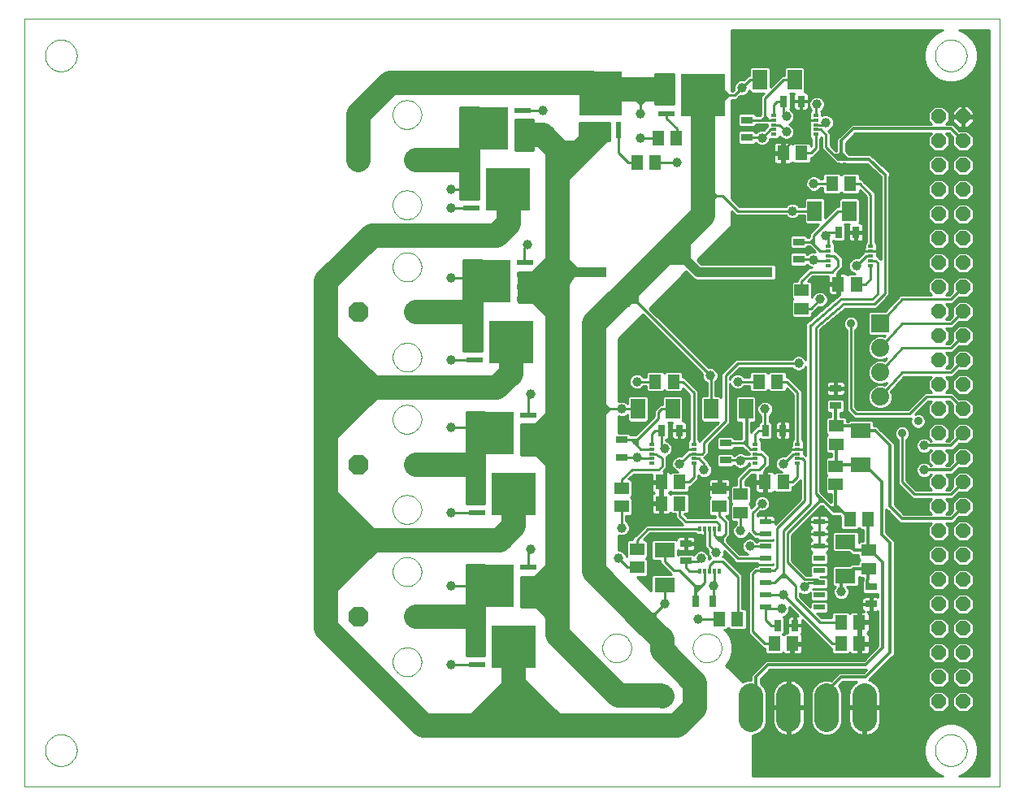
<source format=gtl>
G75*
G70*
%OFA0B0*%
%FSLAX24Y24*%
%IPPOS*%
%LPD*%
%AMOC8*
5,1,8,0,0,1.08239X$1,22.5*
%
%ADD10C,0.0000*%
%ADD11R,0.0472X0.0236*%
%ADD12R,0.0236X0.0118*%
%ADD13R,0.0512X0.0591*%
%ADD14R,0.0591X0.0512*%
%ADD15R,0.0315X0.0472*%
%ADD16R,0.0472X0.0315*%
%ADD17R,0.1102X0.0394*%
%ADD18R,0.0650X0.0236*%
%ADD19R,0.1811X0.1772*%
%ADD20OC8,0.0827*%
%ADD21R,0.0591X0.0827*%
%ADD22R,0.0118X0.0236*%
%ADD23R,0.0827X0.0591*%
%ADD24R,0.0236X0.0650*%
%ADD25R,0.1772X0.1811*%
%ADD26C,0.1004*%
%ADD27OC8,0.0594*%
%ADD28R,0.0740X0.0740*%
%ADD29C,0.0740*%
%ADD30C,0.1000*%
%ADD31C,0.0400*%
%ADD32C,0.0100*%
%ADD33C,0.0396*%
%ADD34C,0.0160*%
%ADD35C,0.0360*%
%ADD36C,0.0120*%
%ADD37C,0.0240*%
D10*
X000150Y000275D02*
X040151Y000275D01*
X040150Y031775D01*
X000150Y031775D01*
X000150Y000275D01*
X001000Y001775D02*
X001002Y001825D01*
X001008Y001875D01*
X001018Y001925D01*
X001031Y001973D01*
X001048Y002021D01*
X001069Y002067D01*
X001093Y002111D01*
X001121Y002153D01*
X001152Y002193D01*
X001186Y002230D01*
X001223Y002265D01*
X001262Y002296D01*
X001303Y002325D01*
X001347Y002350D01*
X001393Y002372D01*
X001440Y002390D01*
X001488Y002404D01*
X001537Y002415D01*
X001587Y002422D01*
X001637Y002425D01*
X001688Y002424D01*
X001738Y002419D01*
X001788Y002410D01*
X001836Y002398D01*
X001884Y002381D01*
X001930Y002361D01*
X001975Y002338D01*
X002018Y002311D01*
X002058Y002281D01*
X002096Y002248D01*
X002131Y002212D01*
X002164Y002173D01*
X002193Y002132D01*
X002219Y002089D01*
X002242Y002044D01*
X002261Y001997D01*
X002276Y001949D01*
X002288Y001900D01*
X002296Y001850D01*
X002300Y001800D01*
X002300Y001750D01*
X002296Y001700D01*
X002288Y001650D01*
X002276Y001601D01*
X002261Y001553D01*
X002242Y001506D01*
X002219Y001461D01*
X002193Y001418D01*
X002164Y001377D01*
X002131Y001338D01*
X002096Y001302D01*
X002058Y001269D01*
X002018Y001239D01*
X001975Y001212D01*
X001930Y001189D01*
X001884Y001169D01*
X001836Y001152D01*
X001788Y001140D01*
X001738Y001131D01*
X001688Y001126D01*
X001637Y001125D01*
X001587Y001128D01*
X001537Y001135D01*
X001488Y001146D01*
X001440Y001160D01*
X001393Y001178D01*
X001347Y001200D01*
X001303Y001225D01*
X001262Y001254D01*
X001223Y001285D01*
X001186Y001320D01*
X001152Y001357D01*
X001121Y001397D01*
X001093Y001439D01*
X001069Y001483D01*
X001048Y001529D01*
X001031Y001577D01*
X001018Y001625D01*
X001008Y001675D01*
X001002Y001725D01*
X001000Y001775D01*
X015253Y005400D02*
X015255Y005448D01*
X015261Y005496D01*
X015271Y005543D01*
X015284Y005589D01*
X015302Y005634D01*
X015322Y005678D01*
X015347Y005720D01*
X015375Y005759D01*
X015405Y005796D01*
X015439Y005830D01*
X015476Y005862D01*
X015514Y005891D01*
X015555Y005916D01*
X015598Y005938D01*
X015643Y005956D01*
X015689Y005970D01*
X015736Y005981D01*
X015784Y005988D01*
X015832Y005991D01*
X015880Y005990D01*
X015928Y005985D01*
X015976Y005976D01*
X016022Y005964D01*
X016067Y005947D01*
X016111Y005927D01*
X016153Y005904D01*
X016193Y005877D01*
X016231Y005847D01*
X016266Y005814D01*
X016298Y005778D01*
X016328Y005740D01*
X016354Y005699D01*
X016376Y005656D01*
X016396Y005612D01*
X016411Y005567D01*
X016423Y005520D01*
X016431Y005472D01*
X016435Y005424D01*
X016435Y005376D01*
X016431Y005328D01*
X016423Y005280D01*
X016411Y005233D01*
X016396Y005188D01*
X016376Y005144D01*
X016354Y005101D01*
X016328Y005060D01*
X016298Y005022D01*
X016266Y004986D01*
X016231Y004953D01*
X016193Y004923D01*
X016153Y004896D01*
X016111Y004873D01*
X016067Y004853D01*
X016022Y004836D01*
X015976Y004824D01*
X015928Y004815D01*
X015880Y004810D01*
X015832Y004809D01*
X015784Y004812D01*
X015736Y004819D01*
X015689Y004830D01*
X015643Y004844D01*
X015598Y004862D01*
X015555Y004884D01*
X015514Y004909D01*
X015476Y004938D01*
X015439Y004970D01*
X015405Y005004D01*
X015375Y005041D01*
X015347Y005080D01*
X015322Y005122D01*
X015302Y005166D01*
X015284Y005211D01*
X015271Y005257D01*
X015261Y005304D01*
X015255Y005352D01*
X015253Y005400D01*
X015253Y009101D02*
X015255Y009149D01*
X015261Y009197D01*
X015271Y009244D01*
X015284Y009290D01*
X015302Y009335D01*
X015322Y009379D01*
X015347Y009421D01*
X015375Y009460D01*
X015405Y009497D01*
X015439Y009531D01*
X015476Y009563D01*
X015514Y009592D01*
X015555Y009617D01*
X015598Y009639D01*
X015643Y009657D01*
X015689Y009671D01*
X015736Y009682D01*
X015784Y009689D01*
X015832Y009692D01*
X015880Y009691D01*
X015928Y009686D01*
X015976Y009677D01*
X016022Y009665D01*
X016067Y009648D01*
X016111Y009628D01*
X016153Y009605D01*
X016193Y009578D01*
X016231Y009548D01*
X016266Y009515D01*
X016298Y009479D01*
X016328Y009441D01*
X016354Y009400D01*
X016376Y009357D01*
X016396Y009313D01*
X016411Y009268D01*
X016423Y009221D01*
X016431Y009173D01*
X016435Y009125D01*
X016435Y009077D01*
X016431Y009029D01*
X016423Y008981D01*
X016411Y008934D01*
X016396Y008889D01*
X016376Y008845D01*
X016354Y008802D01*
X016328Y008761D01*
X016298Y008723D01*
X016266Y008687D01*
X016231Y008654D01*
X016193Y008624D01*
X016153Y008597D01*
X016111Y008574D01*
X016067Y008554D01*
X016022Y008537D01*
X015976Y008525D01*
X015928Y008516D01*
X015880Y008511D01*
X015832Y008510D01*
X015784Y008513D01*
X015736Y008520D01*
X015689Y008531D01*
X015643Y008545D01*
X015598Y008563D01*
X015555Y008585D01*
X015514Y008610D01*
X015476Y008639D01*
X015439Y008671D01*
X015405Y008705D01*
X015375Y008742D01*
X015347Y008781D01*
X015322Y008823D01*
X015302Y008867D01*
X015284Y008912D01*
X015271Y008958D01*
X015261Y009005D01*
X015255Y009053D01*
X015253Y009101D01*
X015253Y011650D02*
X015255Y011698D01*
X015261Y011746D01*
X015271Y011793D01*
X015284Y011839D01*
X015302Y011884D01*
X015322Y011928D01*
X015347Y011970D01*
X015375Y012009D01*
X015405Y012046D01*
X015439Y012080D01*
X015476Y012112D01*
X015514Y012141D01*
X015555Y012166D01*
X015598Y012188D01*
X015643Y012206D01*
X015689Y012220D01*
X015736Y012231D01*
X015784Y012238D01*
X015832Y012241D01*
X015880Y012240D01*
X015928Y012235D01*
X015976Y012226D01*
X016022Y012214D01*
X016067Y012197D01*
X016111Y012177D01*
X016153Y012154D01*
X016193Y012127D01*
X016231Y012097D01*
X016266Y012064D01*
X016298Y012028D01*
X016328Y011990D01*
X016354Y011949D01*
X016376Y011906D01*
X016396Y011862D01*
X016411Y011817D01*
X016423Y011770D01*
X016431Y011722D01*
X016435Y011674D01*
X016435Y011626D01*
X016431Y011578D01*
X016423Y011530D01*
X016411Y011483D01*
X016396Y011438D01*
X016376Y011394D01*
X016354Y011351D01*
X016328Y011310D01*
X016298Y011272D01*
X016266Y011236D01*
X016231Y011203D01*
X016193Y011173D01*
X016153Y011146D01*
X016111Y011123D01*
X016067Y011103D01*
X016022Y011086D01*
X015976Y011074D01*
X015928Y011065D01*
X015880Y011060D01*
X015832Y011059D01*
X015784Y011062D01*
X015736Y011069D01*
X015689Y011080D01*
X015643Y011094D01*
X015598Y011112D01*
X015555Y011134D01*
X015514Y011159D01*
X015476Y011188D01*
X015439Y011220D01*
X015405Y011254D01*
X015375Y011291D01*
X015347Y011330D01*
X015322Y011372D01*
X015302Y011416D01*
X015284Y011461D01*
X015271Y011507D01*
X015261Y011554D01*
X015255Y011602D01*
X015253Y011650D01*
X015253Y015351D02*
X015255Y015399D01*
X015261Y015447D01*
X015271Y015494D01*
X015284Y015540D01*
X015302Y015585D01*
X015322Y015629D01*
X015347Y015671D01*
X015375Y015710D01*
X015405Y015747D01*
X015439Y015781D01*
X015476Y015813D01*
X015514Y015842D01*
X015555Y015867D01*
X015598Y015889D01*
X015643Y015907D01*
X015689Y015921D01*
X015736Y015932D01*
X015784Y015939D01*
X015832Y015942D01*
X015880Y015941D01*
X015928Y015936D01*
X015976Y015927D01*
X016022Y015915D01*
X016067Y015898D01*
X016111Y015878D01*
X016153Y015855D01*
X016193Y015828D01*
X016231Y015798D01*
X016266Y015765D01*
X016298Y015729D01*
X016328Y015691D01*
X016354Y015650D01*
X016376Y015607D01*
X016396Y015563D01*
X016411Y015518D01*
X016423Y015471D01*
X016431Y015423D01*
X016435Y015375D01*
X016435Y015327D01*
X016431Y015279D01*
X016423Y015231D01*
X016411Y015184D01*
X016396Y015139D01*
X016376Y015095D01*
X016354Y015052D01*
X016328Y015011D01*
X016298Y014973D01*
X016266Y014937D01*
X016231Y014904D01*
X016193Y014874D01*
X016153Y014847D01*
X016111Y014824D01*
X016067Y014804D01*
X016022Y014787D01*
X015976Y014775D01*
X015928Y014766D01*
X015880Y014761D01*
X015832Y014760D01*
X015784Y014763D01*
X015736Y014770D01*
X015689Y014781D01*
X015643Y014795D01*
X015598Y014813D01*
X015555Y014835D01*
X015514Y014860D01*
X015476Y014889D01*
X015439Y014921D01*
X015405Y014955D01*
X015375Y014992D01*
X015347Y015031D01*
X015322Y015073D01*
X015302Y015117D01*
X015284Y015162D01*
X015271Y015208D01*
X015261Y015255D01*
X015255Y015303D01*
X015253Y015351D01*
X015253Y017900D02*
X015255Y017948D01*
X015261Y017996D01*
X015271Y018043D01*
X015284Y018089D01*
X015302Y018134D01*
X015322Y018178D01*
X015347Y018220D01*
X015375Y018259D01*
X015405Y018296D01*
X015439Y018330D01*
X015476Y018362D01*
X015514Y018391D01*
X015555Y018416D01*
X015598Y018438D01*
X015643Y018456D01*
X015689Y018470D01*
X015736Y018481D01*
X015784Y018488D01*
X015832Y018491D01*
X015880Y018490D01*
X015928Y018485D01*
X015976Y018476D01*
X016022Y018464D01*
X016067Y018447D01*
X016111Y018427D01*
X016153Y018404D01*
X016193Y018377D01*
X016231Y018347D01*
X016266Y018314D01*
X016298Y018278D01*
X016328Y018240D01*
X016354Y018199D01*
X016376Y018156D01*
X016396Y018112D01*
X016411Y018067D01*
X016423Y018020D01*
X016431Y017972D01*
X016435Y017924D01*
X016435Y017876D01*
X016431Y017828D01*
X016423Y017780D01*
X016411Y017733D01*
X016396Y017688D01*
X016376Y017644D01*
X016354Y017601D01*
X016328Y017560D01*
X016298Y017522D01*
X016266Y017486D01*
X016231Y017453D01*
X016193Y017423D01*
X016153Y017396D01*
X016111Y017373D01*
X016067Y017353D01*
X016022Y017336D01*
X015976Y017324D01*
X015928Y017315D01*
X015880Y017310D01*
X015832Y017309D01*
X015784Y017312D01*
X015736Y017319D01*
X015689Y017330D01*
X015643Y017344D01*
X015598Y017362D01*
X015555Y017384D01*
X015514Y017409D01*
X015476Y017438D01*
X015439Y017470D01*
X015405Y017504D01*
X015375Y017541D01*
X015347Y017580D01*
X015322Y017622D01*
X015302Y017666D01*
X015284Y017711D01*
X015271Y017757D01*
X015261Y017804D01*
X015255Y017852D01*
X015253Y017900D01*
X015253Y021601D02*
X015255Y021649D01*
X015261Y021697D01*
X015271Y021744D01*
X015284Y021790D01*
X015302Y021835D01*
X015322Y021879D01*
X015347Y021921D01*
X015375Y021960D01*
X015405Y021997D01*
X015439Y022031D01*
X015476Y022063D01*
X015514Y022092D01*
X015555Y022117D01*
X015598Y022139D01*
X015643Y022157D01*
X015689Y022171D01*
X015736Y022182D01*
X015784Y022189D01*
X015832Y022192D01*
X015880Y022191D01*
X015928Y022186D01*
X015976Y022177D01*
X016022Y022165D01*
X016067Y022148D01*
X016111Y022128D01*
X016153Y022105D01*
X016193Y022078D01*
X016231Y022048D01*
X016266Y022015D01*
X016298Y021979D01*
X016328Y021941D01*
X016354Y021900D01*
X016376Y021857D01*
X016396Y021813D01*
X016411Y021768D01*
X016423Y021721D01*
X016431Y021673D01*
X016435Y021625D01*
X016435Y021577D01*
X016431Y021529D01*
X016423Y021481D01*
X016411Y021434D01*
X016396Y021389D01*
X016376Y021345D01*
X016354Y021302D01*
X016328Y021261D01*
X016298Y021223D01*
X016266Y021187D01*
X016231Y021154D01*
X016193Y021124D01*
X016153Y021097D01*
X016111Y021074D01*
X016067Y021054D01*
X016022Y021037D01*
X015976Y021025D01*
X015928Y021016D01*
X015880Y021011D01*
X015832Y021010D01*
X015784Y021013D01*
X015736Y021020D01*
X015689Y021031D01*
X015643Y021045D01*
X015598Y021063D01*
X015555Y021085D01*
X015514Y021110D01*
X015476Y021139D01*
X015439Y021171D01*
X015405Y021205D01*
X015375Y021242D01*
X015347Y021281D01*
X015322Y021323D01*
X015302Y021367D01*
X015284Y021412D01*
X015271Y021458D01*
X015261Y021505D01*
X015255Y021553D01*
X015253Y021601D01*
X015253Y024150D02*
X015255Y024198D01*
X015261Y024246D01*
X015271Y024293D01*
X015284Y024339D01*
X015302Y024384D01*
X015322Y024428D01*
X015347Y024470D01*
X015375Y024509D01*
X015405Y024546D01*
X015439Y024580D01*
X015476Y024612D01*
X015514Y024641D01*
X015555Y024666D01*
X015598Y024688D01*
X015643Y024706D01*
X015689Y024720D01*
X015736Y024731D01*
X015784Y024738D01*
X015832Y024741D01*
X015880Y024740D01*
X015928Y024735D01*
X015976Y024726D01*
X016022Y024714D01*
X016067Y024697D01*
X016111Y024677D01*
X016153Y024654D01*
X016193Y024627D01*
X016231Y024597D01*
X016266Y024564D01*
X016298Y024528D01*
X016328Y024490D01*
X016354Y024449D01*
X016376Y024406D01*
X016396Y024362D01*
X016411Y024317D01*
X016423Y024270D01*
X016431Y024222D01*
X016435Y024174D01*
X016435Y024126D01*
X016431Y024078D01*
X016423Y024030D01*
X016411Y023983D01*
X016396Y023938D01*
X016376Y023894D01*
X016354Y023851D01*
X016328Y023810D01*
X016298Y023772D01*
X016266Y023736D01*
X016231Y023703D01*
X016193Y023673D01*
X016153Y023646D01*
X016111Y023623D01*
X016067Y023603D01*
X016022Y023586D01*
X015976Y023574D01*
X015928Y023565D01*
X015880Y023560D01*
X015832Y023559D01*
X015784Y023562D01*
X015736Y023569D01*
X015689Y023580D01*
X015643Y023594D01*
X015598Y023612D01*
X015555Y023634D01*
X015514Y023659D01*
X015476Y023688D01*
X015439Y023720D01*
X015405Y023754D01*
X015375Y023791D01*
X015347Y023830D01*
X015322Y023872D01*
X015302Y023916D01*
X015284Y023961D01*
X015271Y024007D01*
X015261Y024054D01*
X015255Y024102D01*
X015253Y024150D01*
X015253Y027851D02*
X015255Y027899D01*
X015261Y027947D01*
X015271Y027994D01*
X015284Y028040D01*
X015302Y028085D01*
X015322Y028129D01*
X015347Y028171D01*
X015375Y028210D01*
X015405Y028247D01*
X015439Y028281D01*
X015476Y028313D01*
X015514Y028342D01*
X015555Y028367D01*
X015598Y028389D01*
X015643Y028407D01*
X015689Y028421D01*
X015736Y028432D01*
X015784Y028439D01*
X015832Y028442D01*
X015880Y028441D01*
X015928Y028436D01*
X015976Y028427D01*
X016022Y028415D01*
X016067Y028398D01*
X016111Y028378D01*
X016153Y028355D01*
X016193Y028328D01*
X016231Y028298D01*
X016266Y028265D01*
X016298Y028229D01*
X016328Y028191D01*
X016354Y028150D01*
X016376Y028107D01*
X016396Y028063D01*
X016411Y028018D01*
X016423Y027971D01*
X016431Y027923D01*
X016435Y027875D01*
X016435Y027827D01*
X016431Y027779D01*
X016423Y027731D01*
X016411Y027684D01*
X016396Y027639D01*
X016376Y027595D01*
X016354Y027552D01*
X016328Y027511D01*
X016298Y027473D01*
X016266Y027437D01*
X016231Y027404D01*
X016193Y027374D01*
X016153Y027347D01*
X016111Y027324D01*
X016067Y027304D01*
X016022Y027287D01*
X015976Y027275D01*
X015928Y027266D01*
X015880Y027261D01*
X015832Y027260D01*
X015784Y027263D01*
X015736Y027270D01*
X015689Y027281D01*
X015643Y027295D01*
X015598Y027313D01*
X015555Y027335D01*
X015514Y027360D01*
X015476Y027389D01*
X015439Y027421D01*
X015405Y027455D01*
X015375Y027492D01*
X015347Y027531D01*
X015322Y027573D01*
X015302Y027617D01*
X015284Y027662D01*
X015271Y027708D01*
X015261Y027755D01*
X015255Y027803D01*
X015253Y027851D01*
X001000Y030275D02*
X001002Y030325D01*
X001008Y030375D01*
X001018Y030425D01*
X001031Y030473D01*
X001048Y030521D01*
X001069Y030567D01*
X001093Y030611D01*
X001121Y030653D01*
X001152Y030693D01*
X001186Y030730D01*
X001223Y030765D01*
X001262Y030796D01*
X001303Y030825D01*
X001347Y030850D01*
X001393Y030872D01*
X001440Y030890D01*
X001488Y030904D01*
X001537Y030915D01*
X001587Y030922D01*
X001637Y030925D01*
X001688Y030924D01*
X001738Y030919D01*
X001788Y030910D01*
X001836Y030898D01*
X001884Y030881D01*
X001930Y030861D01*
X001975Y030838D01*
X002018Y030811D01*
X002058Y030781D01*
X002096Y030748D01*
X002131Y030712D01*
X002164Y030673D01*
X002193Y030632D01*
X002219Y030589D01*
X002242Y030544D01*
X002261Y030497D01*
X002276Y030449D01*
X002288Y030400D01*
X002296Y030350D01*
X002300Y030300D01*
X002300Y030250D01*
X002296Y030200D01*
X002288Y030150D01*
X002276Y030101D01*
X002261Y030053D01*
X002242Y030006D01*
X002219Y029961D01*
X002193Y029918D01*
X002164Y029877D01*
X002131Y029838D01*
X002096Y029802D01*
X002058Y029769D01*
X002018Y029739D01*
X001975Y029712D01*
X001930Y029689D01*
X001884Y029669D01*
X001836Y029652D01*
X001788Y029640D01*
X001738Y029631D01*
X001688Y029626D01*
X001637Y029625D01*
X001587Y029628D01*
X001537Y029635D01*
X001488Y029646D01*
X001440Y029660D01*
X001393Y029678D01*
X001347Y029700D01*
X001303Y029725D01*
X001262Y029754D01*
X001223Y029785D01*
X001186Y029820D01*
X001152Y029857D01*
X001121Y029897D01*
X001093Y029939D01*
X001069Y029983D01*
X001048Y030029D01*
X001031Y030077D01*
X001018Y030125D01*
X001008Y030175D01*
X001002Y030225D01*
X001000Y030275D01*
X023858Y005969D02*
X023860Y006017D01*
X023866Y006065D01*
X023876Y006112D01*
X023889Y006158D01*
X023907Y006203D01*
X023927Y006247D01*
X023952Y006289D01*
X023980Y006328D01*
X024010Y006365D01*
X024044Y006399D01*
X024081Y006431D01*
X024119Y006460D01*
X024160Y006485D01*
X024203Y006507D01*
X024248Y006525D01*
X024294Y006539D01*
X024341Y006550D01*
X024389Y006557D01*
X024437Y006560D01*
X024485Y006559D01*
X024533Y006554D01*
X024581Y006545D01*
X024627Y006533D01*
X024672Y006516D01*
X024716Y006496D01*
X024758Y006473D01*
X024798Y006446D01*
X024836Y006416D01*
X024871Y006383D01*
X024903Y006347D01*
X024933Y006309D01*
X024959Y006268D01*
X024981Y006225D01*
X025001Y006181D01*
X025016Y006136D01*
X025028Y006089D01*
X025036Y006041D01*
X025040Y005993D01*
X025040Y005945D01*
X025036Y005897D01*
X025028Y005849D01*
X025016Y005802D01*
X025001Y005757D01*
X024981Y005713D01*
X024959Y005670D01*
X024933Y005629D01*
X024903Y005591D01*
X024871Y005555D01*
X024836Y005522D01*
X024798Y005492D01*
X024758Y005465D01*
X024716Y005442D01*
X024672Y005422D01*
X024627Y005405D01*
X024581Y005393D01*
X024533Y005384D01*
X024485Y005379D01*
X024437Y005378D01*
X024389Y005381D01*
X024341Y005388D01*
X024294Y005399D01*
X024248Y005413D01*
X024203Y005431D01*
X024160Y005453D01*
X024119Y005478D01*
X024081Y005507D01*
X024044Y005539D01*
X024010Y005573D01*
X023980Y005610D01*
X023952Y005649D01*
X023927Y005691D01*
X023907Y005735D01*
X023889Y005780D01*
X023876Y005826D01*
X023866Y005873D01*
X023860Y005921D01*
X023858Y005969D01*
X027559Y005969D02*
X027561Y006017D01*
X027567Y006065D01*
X027577Y006112D01*
X027590Y006158D01*
X027608Y006203D01*
X027628Y006247D01*
X027653Y006289D01*
X027681Y006328D01*
X027711Y006365D01*
X027745Y006399D01*
X027782Y006431D01*
X027820Y006460D01*
X027861Y006485D01*
X027904Y006507D01*
X027949Y006525D01*
X027995Y006539D01*
X028042Y006550D01*
X028090Y006557D01*
X028138Y006560D01*
X028186Y006559D01*
X028234Y006554D01*
X028282Y006545D01*
X028328Y006533D01*
X028373Y006516D01*
X028417Y006496D01*
X028459Y006473D01*
X028499Y006446D01*
X028537Y006416D01*
X028572Y006383D01*
X028604Y006347D01*
X028634Y006309D01*
X028660Y006268D01*
X028682Y006225D01*
X028702Y006181D01*
X028717Y006136D01*
X028729Y006089D01*
X028737Y006041D01*
X028741Y005993D01*
X028741Y005945D01*
X028737Y005897D01*
X028729Y005849D01*
X028717Y005802D01*
X028702Y005757D01*
X028682Y005713D01*
X028660Y005670D01*
X028634Y005629D01*
X028604Y005591D01*
X028572Y005555D01*
X028537Y005522D01*
X028499Y005492D01*
X028459Y005465D01*
X028417Y005442D01*
X028373Y005422D01*
X028328Y005405D01*
X028282Y005393D01*
X028234Y005384D01*
X028186Y005379D01*
X028138Y005378D01*
X028090Y005381D01*
X028042Y005388D01*
X027995Y005399D01*
X027949Y005413D01*
X027904Y005431D01*
X027861Y005453D01*
X027820Y005478D01*
X027782Y005507D01*
X027745Y005539D01*
X027711Y005573D01*
X027681Y005610D01*
X027653Y005649D01*
X027628Y005691D01*
X027608Y005735D01*
X027590Y005780D01*
X027577Y005826D01*
X027567Y005873D01*
X027561Y005921D01*
X027559Y005969D01*
X037500Y001775D02*
X037502Y001825D01*
X037508Y001875D01*
X037518Y001925D01*
X037531Y001973D01*
X037548Y002021D01*
X037569Y002067D01*
X037593Y002111D01*
X037621Y002153D01*
X037652Y002193D01*
X037686Y002230D01*
X037723Y002265D01*
X037762Y002296D01*
X037803Y002325D01*
X037847Y002350D01*
X037893Y002372D01*
X037940Y002390D01*
X037988Y002404D01*
X038037Y002415D01*
X038087Y002422D01*
X038137Y002425D01*
X038188Y002424D01*
X038238Y002419D01*
X038288Y002410D01*
X038336Y002398D01*
X038384Y002381D01*
X038430Y002361D01*
X038475Y002338D01*
X038518Y002311D01*
X038558Y002281D01*
X038596Y002248D01*
X038631Y002212D01*
X038664Y002173D01*
X038693Y002132D01*
X038719Y002089D01*
X038742Y002044D01*
X038761Y001997D01*
X038776Y001949D01*
X038788Y001900D01*
X038796Y001850D01*
X038800Y001800D01*
X038800Y001750D01*
X038796Y001700D01*
X038788Y001650D01*
X038776Y001601D01*
X038761Y001553D01*
X038742Y001506D01*
X038719Y001461D01*
X038693Y001418D01*
X038664Y001377D01*
X038631Y001338D01*
X038596Y001302D01*
X038558Y001269D01*
X038518Y001239D01*
X038475Y001212D01*
X038430Y001189D01*
X038384Y001169D01*
X038336Y001152D01*
X038288Y001140D01*
X038238Y001131D01*
X038188Y001126D01*
X038137Y001125D01*
X038087Y001128D01*
X038037Y001135D01*
X037988Y001146D01*
X037940Y001160D01*
X037893Y001178D01*
X037847Y001200D01*
X037803Y001225D01*
X037762Y001254D01*
X037723Y001285D01*
X037686Y001320D01*
X037652Y001357D01*
X037621Y001397D01*
X037593Y001439D01*
X037569Y001483D01*
X037548Y001529D01*
X037531Y001577D01*
X037518Y001625D01*
X037508Y001675D01*
X037502Y001725D01*
X037500Y001775D01*
X037500Y030275D02*
X037502Y030325D01*
X037508Y030375D01*
X037518Y030425D01*
X037531Y030473D01*
X037548Y030521D01*
X037569Y030567D01*
X037593Y030611D01*
X037621Y030653D01*
X037652Y030693D01*
X037686Y030730D01*
X037723Y030765D01*
X037762Y030796D01*
X037803Y030825D01*
X037847Y030850D01*
X037893Y030872D01*
X037940Y030890D01*
X037988Y030904D01*
X038037Y030915D01*
X038087Y030922D01*
X038137Y030925D01*
X038188Y030924D01*
X038238Y030919D01*
X038288Y030910D01*
X038336Y030898D01*
X038384Y030881D01*
X038430Y030861D01*
X038475Y030838D01*
X038518Y030811D01*
X038558Y030781D01*
X038596Y030748D01*
X038631Y030712D01*
X038664Y030673D01*
X038693Y030632D01*
X038719Y030589D01*
X038742Y030544D01*
X038761Y030497D01*
X038776Y030449D01*
X038788Y030400D01*
X038796Y030350D01*
X038800Y030300D01*
X038800Y030250D01*
X038796Y030200D01*
X038788Y030150D01*
X038776Y030101D01*
X038761Y030053D01*
X038742Y030006D01*
X038719Y029961D01*
X038693Y029918D01*
X038664Y029877D01*
X038631Y029838D01*
X038596Y029802D01*
X038558Y029769D01*
X038518Y029739D01*
X038475Y029712D01*
X038430Y029689D01*
X038384Y029669D01*
X038336Y029652D01*
X038288Y029640D01*
X038238Y029631D01*
X038188Y029626D01*
X038137Y029625D01*
X038087Y029628D01*
X038037Y029635D01*
X037988Y029646D01*
X037940Y029660D01*
X037893Y029678D01*
X037847Y029700D01*
X037803Y029725D01*
X037762Y029754D01*
X037723Y029785D01*
X037686Y029820D01*
X037652Y029857D01*
X037621Y029897D01*
X037593Y029939D01*
X037569Y029983D01*
X037548Y030029D01*
X037531Y030077D01*
X037518Y030125D01*
X037508Y030175D01*
X037502Y030225D01*
X037500Y030275D01*
D11*
X032752Y011150D03*
X032752Y010650D03*
X032752Y010150D03*
X032752Y009650D03*
X032752Y009150D03*
X032752Y008650D03*
X032752Y008150D03*
X032752Y007650D03*
X030548Y007650D03*
X030548Y008150D03*
X030548Y008650D03*
X030548Y009150D03*
X030548Y009650D03*
X030548Y010150D03*
X030548Y010650D03*
X030548Y011150D03*
D12*
X030124Y013541D03*
X030124Y013738D03*
X030124Y013934D03*
X030124Y014131D03*
X030124Y014328D03*
X031857Y014328D03*
X031857Y014131D03*
X031857Y013934D03*
X031857Y013738D03*
X031857Y013541D03*
X027607Y013541D03*
X027607Y013738D03*
X027607Y013934D03*
X027607Y014131D03*
X027607Y014328D03*
X025874Y014328D03*
X025874Y014131D03*
X025874Y013934D03*
X025874Y013738D03*
X025874Y013541D03*
X033124Y021666D03*
X033124Y021863D03*
X033124Y022059D03*
X033124Y022256D03*
X033124Y022453D03*
X034857Y022453D03*
X034857Y022256D03*
X034857Y022059D03*
X034857Y021863D03*
X034857Y021666D03*
X032607Y027041D03*
X032607Y027238D03*
X032607Y027434D03*
X032607Y027631D03*
X032607Y027828D03*
X030874Y027828D03*
X030874Y027631D03*
X030874Y027434D03*
X030874Y027238D03*
X030874Y027041D03*
D13*
X031276Y026275D03*
X032024Y026275D03*
X033276Y025025D03*
X034024Y025025D03*
X034274Y020900D03*
X033526Y020900D03*
X031024Y016900D03*
X030276Y016900D03*
X026774Y016900D03*
X026026Y016900D03*
X026276Y012775D03*
X027024Y012775D03*
X027024Y011900D03*
X026276Y011900D03*
X030526Y012775D03*
X031274Y012775D03*
X034001Y011250D03*
X034749Y011250D03*
X034399Y007025D03*
X033651Y007025D03*
X033651Y006150D03*
X034399Y006150D03*
X031649Y006150D03*
X030901Y006150D03*
X029399Y007150D03*
X028651Y007150D03*
X026024Y025900D03*
X025276Y025900D03*
X026151Y026900D03*
X026899Y026900D03*
D14*
X032025Y020649D03*
X032025Y019901D03*
X033453Y015080D03*
X033453Y014332D03*
X033425Y013424D03*
X033425Y012676D03*
X034775Y009974D03*
X034775Y009226D03*
X029525Y011526D03*
X029525Y012274D03*
X028650Y012524D03*
X028650Y011776D03*
X025275Y010024D03*
X025275Y009276D03*
X024650Y011776D03*
X024650Y012524D03*
D15*
X026296Y014900D03*
X027004Y014900D03*
X030546Y014900D03*
X031254Y014900D03*
X028379Y007900D03*
X027671Y007900D03*
X031046Y006900D03*
X031754Y006900D03*
X033546Y023025D03*
X034254Y023025D03*
X032004Y028400D03*
X031296Y028400D03*
D16*
X029775Y027629D03*
X029775Y026921D03*
X031900Y022629D03*
X031900Y021921D03*
X033422Y016623D03*
X033422Y015914D03*
X028900Y014379D03*
X028900Y013671D03*
X027275Y010254D03*
X027275Y009546D03*
X024650Y013796D03*
X024650Y014504D03*
X034875Y008479D03*
X034875Y007771D03*
D17*
X030296Y021392D03*
X023485Y021392D03*
D18*
X020693Y021275D03*
X020693Y020775D03*
X020693Y020275D03*
X020693Y021775D03*
X018482Y024025D03*
X018482Y024525D03*
X018482Y025025D03*
X018482Y025525D03*
X020568Y026525D03*
X020568Y027025D03*
X020568Y027525D03*
X020568Y028025D03*
X026482Y027900D03*
X026482Y028400D03*
X026482Y028900D03*
X026482Y029400D03*
X018607Y019275D03*
X018607Y018775D03*
X018607Y018275D03*
X018607Y017775D03*
X020818Y015525D03*
X020818Y015025D03*
X020818Y014525D03*
X020818Y014025D03*
X018732Y013025D03*
X018732Y012525D03*
X018732Y012025D03*
X018732Y011525D03*
X020818Y009275D03*
X020818Y008775D03*
X020818Y008275D03*
X020818Y007775D03*
X018732Y006775D03*
X018732Y006275D03*
X018732Y005775D03*
X018732Y005275D03*
D19*
X020228Y006025D03*
X019322Y008525D03*
X020228Y012275D03*
X019322Y014775D03*
X020103Y018525D03*
X019197Y021025D03*
X019978Y024775D03*
X019072Y027275D03*
X027978Y028650D03*
D20*
X016206Y026000D03*
X013860Y026000D03*
X013860Y019750D03*
X016206Y019750D03*
X016206Y013500D03*
X013860Y013500D03*
X013860Y007250D03*
X016206Y007250D03*
X026300Y006331D03*
X026300Y003985D03*
D21*
X026734Y015775D03*
X025316Y015775D03*
X028316Y015775D03*
X029734Y015775D03*
X032566Y023900D03*
X033984Y023900D03*
X031734Y029275D03*
X030316Y029275D03*
D22*
X028634Y010857D03*
X028437Y010857D03*
X028241Y010857D03*
X028044Y010857D03*
X027847Y010857D03*
X027847Y009124D03*
X028044Y009124D03*
X028241Y009124D03*
X028437Y009124D03*
X028634Y009124D03*
D23*
X026400Y008566D03*
X026400Y009984D03*
X033825Y010334D03*
X033825Y008916D03*
X034453Y013473D03*
X034453Y014890D03*
D24*
X024525Y027232D03*
X024025Y027232D03*
X023525Y027232D03*
X023025Y027232D03*
D25*
X023775Y028728D03*
D26*
X029936Y004027D02*
X029936Y003023D01*
X031495Y003023D02*
X031495Y004027D01*
X033055Y004027D02*
X033055Y003023D01*
X034614Y003023D02*
X034614Y004027D01*
D27*
X037650Y003775D03*
X038650Y003775D03*
X038650Y004775D03*
X037650Y004775D03*
X037650Y005775D03*
X038650Y005775D03*
X038650Y006775D03*
X037650Y006775D03*
X037650Y007775D03*
X038650Y007775D03*
X038650Y008775D03*
X037650Y008775D03*
X037650Y009775D03*
X038650Y009775D03*
X038650Y010775D03*
X037650Y010775D03*
X037650Y011775D03*
X038650Y011775D03*
X038650Y012775D03*
X037650Y012775D03*
X037650Y013775D03*
X038650Y013775D03*
X038650Y014775D03*
X037650Y014775D03*
X037650Y015775D03*
X038650Y015775D03*
X038650Y016775D03*
X037650Y016775D03*
X037650Y017775D03*
X038650Y017775D03*
X038650Y018775D03*
X037650Y018775D03*
X037650Y019775D03*
X038650Y019775D03*
X038650Y020775D03*
X037650Y020775D03*
X037650Y021775D03*
X038650Y021775D03*
X038650Y022775D03*
X037650Y022775D03*
X037650Y023775D03*
X038650Y023775D03*
X038650Y024775D03*
X037650Y024775D03*
X037650Y025775D03*
X038650Y025775D03*
X038650Y026775D03*
X037650Y026775D03*
X037650Y027775D03*
X038650Y027775D03*
D28*
X035250Y019275D03*
D29*
X035250Y018275D03*
X035250Y017275D03*
X035250Y016275D03*
D30*
X027900Y023650D02*
X023525Y019275D01*
X023525Y015775D01*
X023525Y009106D01*
X025628Y007003D01*
X026300Y006331D01*
X026300Y005875D01*
X027650Y004525D01*
X027650Y003525D01*
X026900Y002775D01*
X021900Y002775D01*
X020275Y004400D01*
X018775Y002900D01*
X020228Y002822D02*
X020275Y002775D01*
X016525Y002775D01*
X012525Y006775D01*
X012525Y008525D01*
X012525Y010400D01*
X013150Y010400D01*
X013150Y009900D01*
X013150Y010400D02*
X014275Y010400D01*
X012525Y012150D01*
X012525Y011400D01*
X013025Y010900D01*
X012525Y010400D02*
X012525Y011400D01*
X012525Y012150D02*
X012525Y014775D01*
X014400Y016650D01*
X012525Y018525D01*
X012525Y017650D01*
X013275Y016900D01*
X012525Y016650D02*
X013150Y016025D01*
X012525Y016650D02*
X014400Y016650D01*
X019525Y016650D01*
X020103Y017228D01*
X020103Y018525D01*
X018400Y019650D02*
X018300Y019750D01*
X016206Y019750D01*
X014400Y022900D02*
X012525Y021025D01*
X012525Y018525D01*
X012525Y017650D02*
X012525Y016650D01*
X012525Y014775D01*
X016206Y013500D02*
X018500Y013500D01*
X018525Y013525D01*
X020228Y012275D02*
X020228Y010978D01*
X019650Y010400D01*
X014400Y010400D01*
X014275Y010400D01*
X014400Y010400D02*
X012525Y008525D01*
X016206Y007250D02*
X018425Y007250D01*
X018525Y007150D01*
X020228Y006025D02*
X020228Y002822D01*
X020275Y002775D02*
X021900Y002775D01*
X024525Y004025D02*
X022025Y006525D01*
X022025Y007400D01*
X021150Y008275D01*
X022025Y009150D01*
X022025Y008275D01*
X021150Y008275D01*
X021025Y008275D01*
X022025Y008275D02*
X022025Y007400D01*
X022025Y009150D02*
X022025Y013650D01*
X021150Y014525D01*
X021025Y014525D01*
X021150Y014525D02*
X022025Y015400D01*
X022025Y014525D01*
X021275Y014525D01*
X022025Y014525D02*
X022025Y013650D01*
X022025Y015400D02*
X022025Y020775D01*
X021025Y020775D01*
X021900Y019900D01*
X022025Y020775D02*
X022025Y025400D01*
X022900Y026275D01*
X022025Y026275D01*
X022025Y025400D01*
X022025Y026275D02*
X022025Y026400D01*
X021400Y027025D01*
X020775Y027025D01*
X022900Y026275D02*
X023650Y027025D01*
X023775Y028728D02*
X023947Y028900D01*
X026275Y028900D01*
X027978Y028650D02*
X027978Y023728D01*
X027900Y023650D01*
X021900Y021650D02*
X021025Y020775D01*
X020900Y020775D01*
X019525Y022900D02*
X020025Y023400D01*
X020025Y024728D01*
X019978Y024775D01*
X018275Y025900D02*
X018175Y026000D01*
X016206Y026000D01*
X013860Y026000D02*
X013860Y027860D01*
X015150Y029150D01*
X023400Y029150D01*
X023775Y028775D01*
X019525Y022900D02*
X014400Y022900D01*
X024525Y004025D02*
X026259Y004025D01*
X026300Y003985D01*
D31*
X027783Y021392D02*
X027275Y021900D01*
X026400Y021900D01*
X026775Y022400D02*
X027275Y021900D01*
X027275Y022775D01*
X027783Y021392D02*
X030296Y021392D01*
X023485Y021392D02*
X022158Y021392D01*
X022150Y021900D01*
D32*
X021150Y021400D02*
X021150Y020150D01*
X020400Y020150D01*
X020400Y021400D01*
X021150Y021400D01*
X021150Y021354D02*
X020400Y021354D01*
X020400Y021256D02*
X021150Y021256D01*
X021150Y021157D02*
X020400Y021157D01*
X020400Y021059D02*
X021150Y021059D01*
X021150Y020960D02*
X020400Y020960D01*
X020400Y020862D02*
X021150Y020862D01*
X021150Y020763D02*
X020400Y020763D01*
X020400Y020665D02*
X021150Y020665D01*
X021150Y020566D02*
X020400Y020566D01*
X020400Y020468D02*
X021150Y020468D01*
X021150Y020369D02*
X020400Y020369D01*
X020400Y020271D02*
X021150Y020271D01*
X021150Y020172D02*
X020400Y020172D01*
X019197Y021025D02*
X019072Y021150D01*
X017650Y021150D01*
X018150Y021157D02*
X018900Y021157D01*
X018900Y021059D02*
X018150Y021059D01*
X018150Y020960D02*
X018900Y020960D01*
X018900Y020862D02*
X018150Y020862D01*
X018150Y020763D02*
X018900Y020763D01*
X018900Y020665D02*
X018150Y020665D01*
X018150Y020566D02*
X018900Y020566D01*
X018900Y020468D02*
X018150Y020468D01*
X018150Y020369D02*
X018900Y020369D01*
X018900Y020271D02*
X018150Y020271D01*
X018150Y020172D02*
X018900Y020172D01*
X018900Y020074D02*
X018150Y020074D01*
X018150Y019975D02*
X018900Y019975D01*
X018900Y019877D02*
X018150Y019877D01*
X018150Y019778D02*
X018900Y019778D01*
X018900Y019680D02*
X018150Y019680D01*
X018150Y019581D02*
X018900Y019581D01*
X018900Y019483D02*
X018150Y019483D01*
X018150Y019384D02*
X018900Y019384D01*
X018900Y019286D02*
X018150Y019286D01*
X018150Y019187D02*
X018900Y019187D01*
X018900Y019089D02*
X018150Y019089D01*
X018150Y018990D02*
X018900Y018990D01*
X018900Y018892D02*
X018150Y018892D01*
X018150Y018793D02*
X018900Y018793D01*
X018900Y018695D02*
X018150Y018695D01*
X018150Y018596D02*
X018900Y018596D01*
X018900Y018498D02*
X018150Y018498D01*
X018150Y018399D02*
X018900Y018399D01*
X018900Y018301D02*
X018150Y018301D01*
X018150Y018202D02*
X018900Y018202D01*
X018900Y018150D02*
X018150Y018150D01*
X018150Y021900D01*
X018900Y021900D01*
X018900Y018150D01*
X018607Y017775D02*
X017650Y017775D01*
X018275Y015650D02*
X019025Y015650D01*
X019025Y011900D01*
X018275Y011900D01*
X018275Y015650D01*
X018275Y015641D02*
X019025Y015641D01*
X019025Y015543D02*
X018275Y015543D01*
X018275Y015444D02*
X019025Y015444D01*
X019025Y015346D02*
X018275Y015346D01*
X018275Y015247D02*
X019025Y015247D01*
X019025Y015149D02*
X018275Y015149D01*
X018275Y015050D02*
X019025Y015050D01*
X019025Y014952D02*
X018275Y014952D01*
X018275Y014853D02*
X019025Y014853D01*
X019025Y014755D02*
X018275Y014755D01*
X018275Y014656D02*
X019025Y014656D01*
X019025Y014558D02*
X018275Y014558D01*
X018275Y014459D02*
X019025Y014459D01*
X019025Y014361D02*
X018275Y014361D01*
X018275Y014262D02*
X019025Y014262D01*
X019025Y014164D02*
X018275Y014164D01*
X018275Y014065D02*
X019025Y014065D01*
X019025Y013967D02*
X018275Y013967D01*
X018275Y013868D02*
X019025Y013868D01*
X019025Y013770D02*
X018275Y013770D01*
X018275Y013671D02*
X019025Y013671D01*
X019025Y013573D02*
X018275Y013573D01*
X018275Y013474D02*
X019025Y013474D01*
X019025Y013376D02*
X018275Y013376D01*
X018275Y013277D02*
X019025Y013277D01*
X019025Y013179D02*
X018275Y013179D01*
X018275Y013080D02*
X019025Y013080D01*
X019025Y012982D02*
X018275Y012982D01*
X018275Y012883D02*
X019025Y012883D01*
X019025Y012785D02*
X018275Y012785D01*
X018275Y012686D02*
X019025Y012686D01*
X019025Y012588D02*
X018275Y012588D01*
X018275Y012489D02*
X019025Y012489D01*
X019025Y012391D02*
X018275Y012391D01*
X018275Y012292D02*
X019025Y012292D01*
X019025Y012194D02*
X018275Y012194D01*
X018275Y012095D02*
X019025Y012095D01*
X019025Y011997D02*
X018275Y011997D01*
X018732Y011525D02*
X017650Y011525D01*
X018275Y009400D02*
X019025Y009400D01*
X019025Y005650D01*
X018275Y005650D01*
X018275Y009400D01*
X018275Y009337D02*
X019025Y009337D01*
X019025Y009239D02*
X018275Y009239D01*
X018275Y009140D02*
X019025Y009140D01*
X019025Y009042D02*
X018275Y009042D01*
X018275Y008943D02*
X019025Y008943D01*
X019025Y008845D02*
X018275Y008845D01*
X018275Y008746D02*
X019025Y008746D01*
X019025Y008648D02*
X018275Y008648D01*
X018275Y008549D02*
X019025Y008549D01*
X019025Y008525D02*
X017650Y008525D01*
X018275Y008451D02*
X019025Y008451D01*
X019025Y008352D02*
X018275Y008352D01*
X018275Y008254D02*
X019025Y008254D01*
X019025Y008155D02*
X018275Y008155D01*
X018275Y008057D02*
X019025Y008057D01*
X019025Y007958D02*
X018275Y007958D01*
X018275Y007860D02*
X019025Y007860D01*
X019025Y007761D02*
X018275Y007761D01*
X018275Y007663D02*
X019025Y007663D01*
X019025Y007564D02*
X018275Y007564D01*
X018275Y007466D02*
X019025Y007466D01*
X019025Y007367D02*
X018275Y007367D01*
X018275Y007269D02*
X019025Y007269D01*
X019025Y007170D02*
X018275Y007170D01*
X018275Y007072D02*
X019025Y007072D01*
X019025Y006973D02*
X018275Y006973D01*
X018275Y006875D02*
X019025Y006875D01*
X019025Y006776D02*
X018275Y006776D01*
X018275Y006678D02*
X019025Y006678D01*
X019025Y006579D02*
X018275Y006579D01*
X018275Y006481D02*
X019025Y006481D01*
X019025Y006382D02*
X018275Y006382D01*
X018275Y006284D02*
X019025Y006284D01*
X019025Y006185D02*
X018275Y006185D01*
X018275Y006087D02*
X019025Y006087D01*
X019025Y005988D02*
X018275Y005988D01*
X018275Y005890D02*
X019025Y005890D01*
X019025Y005791D02*
X018275Y005791D01*
X018275Y005693D02*
X019025Y005693D01*
X018775Y005275D02*
X018732Y005275D01*
X017650Y005275D01*
X020525Y007650D02*
X020525Y008900D01*
X021275Y008900D01*
X021275Y007650D01*
X020525Y007650D01*
X020525Y007663D02*
X021275Y007663D01*
X021275Y007761D02*
X020525Y007761D01*
X020525Y007860D02*
X021275Y007860D01*
X021275Y007958D02*
X020525Y007958D01*
X020525Y008057D02*
X021275Y008057D01*
X021275Y008155D02*
X020525Y008155D01*
X020525Y008254D02*
X021275Y008254D01*
X021275Y008352D02*
X020525Y008352D01*
X020525Y008451D02*
X021275Y008451D01*
X021275Y008549D02*
X020525Y008549D01*
X020525Y008648D02*
X021275Y008648D01*
X021275Y008746D02*
X020525Y008746D01*
X020525Y008845D02*
X021275Y008845D01*
X020818Y009275D02*
X020818Y009943D01*
X020900Y010025D01*
X024525Y010027D02*
X024850Y010027D01*
X024850Y010125D02*
X024525Y010125D01*
X024525Y010224D02*
X024850Y010224D01*
X024850Y010322D02*
X024525Y010322D01*
X024525Y010421D02*
X025095Y010421D01*
X025095Y010410D02*
X024926Y010410D01*
X024850Y010334D01*
X024850Y009723D01*
X024803Y009836D01*
X024711Y009928D01*
X024850Y009928D01*
X024850Y009830D02*
X024806Y009830D01*
X024847Y009731D02*
X024850Y009731D01*
X024711Y009928D02*
X024590Y009978D01*
X024525Y009978D01*
X024525Y010597D01*
X024585Y010572D01*
X024715Y010572D01*
X024836Y010622D01*
X024928Y010714D01*
X024978Y010835D01*
X024978Y010965D01*
X024928Y011086D01*
X024836Y011178D01*
X024830Y011181D01*
X024830Y011390D01*
X024999Y011390D01*
X025075Y011466D01*
X025075Y012086D01*
X025011Y012150D01*
X025075Y012214D01*
X025075Y012834D01*
X024999Y012910D01*
X024933Y012910D01*
X025143Y013095D01*
X025871Y013095D01*
X025870Y013090D01*
X025870Y012825D01*
X026226Y012825D01*
X026226Y012725D01*
X026326Y012725D01*
X026326Y011950D01*
X026226Y011950D01*
X026226Y012330D01*
X026226Y012725D01*
X025870Y012725D01*
X025870Y012460D01*
X025880Y012422D01*
X025900Y012388D01*
X025928Y012360D01*
X025962Y012340D01*
X025971Y012337D01*
X025962Y012335D01*
X025928Y012315D01*
X025900Y012287D01*
X025880Y012253D01*
X025870Y012215D01*
X025870Y011950D01*
X026226Y011950D01*
X026226Y011850D01*
X026326Y011850D01*
X026326Y011455D01*
X026552Y011455D01*
X026590Y011465D01*
X026624Y011485D01*
X026652Y011513D01*
X026661Y011528D01*
X026714Y011475D01*
X026845Y011475D01*
X026845Y011325D01*
X026950Y011220D01*
X027134Y011037D01*
X025806Y011037D01*
X025657Y011037D01*
X025200Y010580D01*
X025095Y010475D01*
X025095Y010410D01*
X025139Y010519D02*
X024525Y010519D01*
X024825Y010618D02*
X025238Y010618D01*
X025336Y010716D02*
X024929Y010716D01*
X024970Y010815D02*
X025435Y010815D01*
X025533Y010913D02*
X024978Y010913D01*
X024959Y011012D02*
X025632Y011012D01*
X025732Y010857D02*
X025275Y010400D01*
X025275Y010024D01*
X025700Y010027D02*
X025857Y010027D01*
X025857Y010125D02*
X025700Y010125D01*
X025700Y010224D02*
X025857Y010224D01*
X025857Y010322D02*
X025700Y010322D01*
X025700Y010334D02*
X025624Y010410D01*
X025539Y010410D01*
X025806Y010677D01*
X027666Y010677D01*
X027734Y010609D01*
X027910Y010609D01*
X027927Y010599D01*
X027965Y010589D01*
X028044Y010589D01*
X028061Y010589D01*
X028061Y010110D01*
X028166Y010004D01*
X028199Y009971D01*
X028197Y009965D01*
X028197Y009835D01*
X028247Y009714D01*
X028291Y009670D01*
X028228Y009608D01*
X028228Y009715D01*
X028178Y009836D01*
X028086Y009928D01*
X028197Y009928D01*
X028199Y009830D02*
X028181Y009830D01*
X028222Y009731D02*
X028240Y009731D01*
X028228Y009633D02*
X028253Y009633D01*
X028400Y009525D02*
X028775Y009525D01*
X029400Y008900D01*
X029400Y007151D01*
X029399Y007150D01*
X029785Y007170D02*
X029845Y007170D01*
X029845Y007072D02*
X029785Y007072D01*
X029785Y006973D02*
X029845Y006973D01*
X029845Y006875D02*
X029785Y006875D01*
X029785Y006801D02*
X029785Y007499D01*
X029709Y007575D01*
X029580Y007575D01*
X029580Y008975D01*
X029475Y009080D01*
X028850Y009705D01*
X028794Y009705D01*
X028803Y009714D01*
X028853Y009835D01*
X028853Y009942D01*
X029220Y009575D01*
X029325Y009470D01*
X030189Y009470D01*
X030258Y009402D01*
X030838Y009402D01*
X030845Y009409D01*
X030845Y009391D01*
X030838Y009398D01*
X030258Y009398D01*
X030189Y009330D01*
X030075Y009330D01*
X029970Y009225D01*
X029845Y009100D01*
X029845Y006575D01*
X029950Y006470D01*
X030450Y005970D01*
X030515Y005970D01*
X030515Y005801D01*
X030591Y005725D01*
X031211Y005725D01*
X031264Y005778D01*
X031273Y005763D01*
X031301Y005735D01*
X031335Y005715D01*
X031373Y005705D01*
X031599Y005705D01*
X031599Y006100D01*
X031699Y006100D01*
X031699Y005705D01*
X031925Y005705D01*
X031963Y005715D01*
X031997Y005735D01*
X032025Y005763D01*
X032045Y005797D01*
X032055Y005835D01*
X032055Y006100D01*
X031699Y006100D01*
X031699Y006200D01*
X032055Y006200D01*
X032055Y006465D01*
X032045Y006503D01*
X032025Y006537D01*
X032011Y006551D01*
X032032Y006572D01*
X032052Y006606D01*
X032062Y006644D01*
X032062Y006871D01*
X031783Y006871D01*
X031783Y006929D01*
X031726Y006929D01*
X031726Y007286D01*
X031577Y007286D01*
X031539Y007276D01*
X031505Y007256D01*
X031477Y007228D01*
X031457Y007194D01*
X031447Y007156D01*
X031447Y006929D01*
X031726Y006929D01*
X031726Y006871D01*
X031447Y006871D01*
X031447Y006644D01*
X031457Y006606D01*
X031463Y006595D01*
X031373Y006595D01*
X031335Y006585D01*
X031301Y006565D01*
X031273Y006537D01*
X031264Y006522D01*
X031252Y006534D01*
X031257Y006534D01*
X031333Y006610D01*
X031333Y007190D01*
X031273Y007250D01*
X031386Y007297D01*
X031478Y007389D01*
X031528Y007510D01*
X031528Y007640D01*
X031527Y007644D01*
X031884Y007286D01*
X031783Y007286D01*
X031783Y006929D01*
X032062Y006929D01*
X032062Y007109D01*
X033200Y005970D01*
X033265Y005970D01*
X033265Y005801D01*
X033341Y005725D01*
X033961Y005725D01*
X034014Y005778D01*
X034023Y005763D01*
X034051Y005735D01*
X034085Y005715D01*
X034123Y005705D01*
X034349Y005705D01*
X034349Y006100D01*
X034449Y006100D01*
X034449Y005705D01*
X034675Y005705D01*
X034713Y005715D01*
X034747Y005735D01*
X034775Y005763D01*
X034795Y005797D01*
X034805Y005835D01*
X034805Y006100D01*
X034449Y006100D01*
X034449Y006200D01*
X034349Y006200D01*
X034349Y006595D01*
X034349Y006975D01*
X034449Y006975D01*
X034449Y006200D01*
X034805Y006200D01*
X034805Y006465D01*
X034795Y006503D01*
X034775Y006537D01*
X034747Y006565D01*
X034713Y006585D01*
X034704Y006588D01*
X034713Y006590D01*
X034747Y006610D01*
X034775Y006638D01*
X034795Y006672D01*
X034805Y006710D01*
X034805Y006975D01*
X034449Y006975D01*
X034449Y007075D01*
X034349Y007075D01*
X034349Y007470D01*
X034123Y007470D01*
X034085Y007460D01*
X034051Y007440D01*
X034023Y007412D01*
X034014Y007397D01*
X033961Y007450D01*
X033341Y007450D01*
X033265Y007374D01*
X033265Y007205D01*
X032850Y007205D01*
X032653Y007402D01*
X033042Y007402D01*
X033119Y007478D01*
X033119Y007822D01*
X033042Y007898D01*
X032462Y007898D01*
X032386Y007822D01*
X032386Y007668D01*
X031955Y008100D01*
X031955Y008206D01*
X031964Y008197D01*
X032085Y008147D01*
X032215Y008147D01*
X032336Y008197D01*
X032386Y008247D01*
X032386Y007978D01*
X032462Y007902D01*
X033042Y007902D01*
X033119Y007978D01*
X033119Y008322D01*
X033042Y008398D01*
X032473Y008398D01*
X032475Y008402D01*
X033042Y008402D01*
X033119Y008478D01*
X033119Y008822D01*
X033042Y008898D01*
X032781Y008898D01*
X032778Y008902D01*
X033042Y008902D01*
X033119Y008978D01*
X033119Y009322D01*
X033042Y009398D01*
X032462Y009398D01*
X032386Y009322D01*
X032386Y008978D01*
X032409Y008955D01*
X032225Y008955D01*
X031630Y009550D01*
X031630Y010600D01*
X032825Y011795D01*
X032875Y011795D01*
X032960Y011710D01*
X032960Y011696D01*
X033010Y011646D01*
X033121Y011535D01*
X033135Y011535D01*
X033161Y011509D01*
X033161Y011495D01*
X033272Y011384D01*
X033598Y011384D01*
X033615Y011367D01*
X033615Y010901D01*
X033691Y010825D01*
X034311Y010825D01*
X034375Y010889D01*
X034439Y010825D01*
X034559Y010825D01*
X034559Y010360D01*
X034426Y010360D01*
X034368Y010302D01*
X034368Y010683D01*
X034292Y010759D01*
X033358Y010759D01*
X033282Y010683D01*
X033282Y009985D01*
X033358Y009908D01*
X033982Y009908D01*
X033995Y009895D01*
X034106Y009784D01*
X034350Y009784D01*
X034350Y009664D01*
X034414Y009600D01*
X034350Y009536D01*
X034350Y009416D01*
X034056Y009416D01*
X033982Y009342D01*
X033358Y009342D01*
X033282Y009265D01*
X033282Y008567D01*
X033358Y008491D01*
X033402Y008491D01*
X033372Y008461D01*
X033322Y008340D01*
X033322Y008210D01*
X033372Y008089D01*
X033464Y007997D01*
X033585Y007947D01*
X033715Y007947D01*
X033836Y007997D01*
X033928Y008089D01*
X033978Y008210D01*
X033978Y008340D01*
X033928Y008461D01*
X033898Y008491D01*
X034292Y008491D01*
X034368Y008567D01*
X034368Y008898D01*
X034426Y008840D01*
X034552Y008840D01*
X034542Y008724D01*
X034509Y008691D01*
X034509Y008268D01*
X034585Y008192D01*
X035160Y008192D01*
X035160Y008070D01*
X035131Y008078D01*
X034904Y008078D01*
X034904Y007799D01*
X034846Y007799D01*
X034846Y007742D01*
X034489Y007742D01*
X034489Y007593D01*
X034499Y007555D01*
X034519Y007521D01*
X034547Y007493D01*
X034581Y007473D01*
X034593Y007470D01*
X034449Y007470D01*
X034449Y007075D01*
X034805Y007075D01*
X034805Y007340D01*
X034795Y007378D01*
X034775Y007412D01*
X034747Y007440D01*
X034713Y007460D01*
X034701Y007463D01*
X034846Y007463D01*
X034846Y007742D01*
X034904Y007742D01*
X034904Y007463D01*
X035131Y007463D01*
X035160Y007471D01*
X035160Y006054D01*
X034571Y005465D01*
X030571Y005465D01*
X030460Y005354D01*
X029960Y004854D01*
X029960Y004659D01*
X029811Y004659D01*
X029602Y004573D01*
X028914Y005261D01*
X028983Y005330D01*
X029120Y005567D01*
X029191Y005832D01*
X029191Y006106D01*
X029120Y006371D01*
X028983Y006608D01*
X028866Y006725D01*
X028961Y006725D01*
X029025Y006789D01*
X029089Y006725D01*
X029709Y006725D01*
X029785Y006801D01*
X029760Y006776D02*
X029845Y006776D01*
X029845Y006678D02*
X028913Y006678D01*
X028999Y006579D02*
X029845Y006579D01*
X029940Y006481D02*
X029056Y006481D01*
X029113Y006382D02*
X030038Y006382D01*
X030137Y006284D02*
X029143Y006284D01*
X029169Y006185D02*
X030235Y006185D01*
X030334Y006087D02*
X029191Y006087D01*
X029191Y005988D02*
X030432Y005988D01*
X030515Y005890D02*
X029191Y005890D01*
X029180Y005791D02*
X030525Y005791D01*
X030525Y006150D02*
X030025Y006650D01*
X030025Y009025D01*
X030150Y009150D01*
X030525Y009150D01*
X030548Y009150D02*
X030900Y009150D01*
X031025Y009275D01*
X031025Y010900D01*
X032150Y012025D01*
X032150Y013650D01*
X032062Y013738D01*
X031857Y013738D01*
X031857Y013934D02*
X031684Y013934D01*
X031275Y013525D01*
X031056Y013770D02*
X030705Y013770D01*
X030705Y013850D02*
X030600Y013955D01*
X030440Y014114D01*
X030373Y014114D01*
X030373Y014441D01*
X030304Y014509D01*
X030304Y014564D01*
X030334Y014534D01*
X030757Y014534D01*
X030833Y014610D01*
X030833Y015190D01*
X030757Y015266D01*
X030705Y015266D01*
X030705Y015494D01*
X030711Y015497D01*
X030803Y015589D01*
X030853Y015710D01*
X030853Y015840D01*
X030803Y015961D01*
X030711Y016053D01*
X030590Y016103D01*
X030460Y016103D01*
X030339Y016053D01*
X030247Y015961D01*
X030197Y015840D01*
X030197Y015710D01*
X030247Y015589D01*
X030339Y015497D01*
X030345Y015494D01*
X030345Y015266D01*
X030334Y015266D01*
X030258Y015190D01*
X030258Y015080D01*
X030200Y015080D01*
X030095Y014975D01*
X029955Y014835D01*
X029955Y015232D01*
X030083Y015232D01*
X030159Y015308D01*
X030159Y016242D01*
X030083Y016318D01*
X029385Y016318D01*
X029308Y016242D01*
X029308Y015308D01*
X029385Y015232D01*
X029554Y015232D01*
X029554Y014559D01*
X029266Y014559D01*
X029266Y014591D01*
X029190Y014667D01*
X028610Y014667D01*
X028534Y014591D01*
X028534Y014168D01*
X028610Y014092D01*
X029190Y014092D01*
X029266Y014168D01*
X029266Y014199D01*
X029596Y014199D01*
X029700Y014095D01*
X029739Y014057D01*
X029844Y013951D01*
X029876Y013951D01*
X029876Y013918D01*
X029721Y013918D01*
X029711Y013928D01*
X029590Y013978D01*
X029460Y013978D01*
X029339Y013928D01*
X029266Y013855D01*
X029266Y013882D01*
X029190Y013958D01*
X028610Y013958D01*
X028534Y013882D01*
X028534Y013459D01*
X028610Y013383D01*
X029190Y013383D01*
X029259Y013452D01*
X029339Y013372D01*
X029460Y013322D01*
X029590Y013322D01*
X029711Y013372D01*
X029803Y013464D01*
X029842Y013558D01*
X029876Y013558D01*
X029876Y013455D01*
X029825Y013455D01*
X029450Y013080D01*
X029345Y012975D01*
X029345Y012660D01*
X029176Y012660D01*
X029100Y012584D01*
X029100Y011964D01*
X029164Y011900D01*
X029100Y011836D01*
X029100Y011216D01*
X029176Y011140D01*
X029345Y011140D01*
X029345Y011056D01*
X029339Y011053D01*
X029247Y010961D01*
X029197Y010840D01*
X029197Y010710D01*
X029247Y010589D01*
X029339Y010497D01*
X029460Y010447D01*
X029590Y010447D01*
X029711Y010497D01*
X029803Y010589D01*
X029848Y010697D01*
X029950Y010595D01*
X030075Y010470D01*
X030189Y010470D01*
X030258Y010402D01*
X030838Y010402D01*
X030845Y010409D01*
X030845Y010391D01*
X030838Y010398D01*
X030258Y010398D01*
X030189Y010330D01*
X030181Y010330D01*
X030178Y010336D01*
X030086Y010428D01*
X029965Y010478D01*
X029835Y010478D01*
X029714Y010428D01*
X029622Y010336D01*
X029572Y010215D01*
X029572Y010085D01*
X029622Y009964D01*
X029714Y009872D01*
X029815Y009830D01*
X029475Y009830D01*
X028955Y010350D01*
X028955Y010450D01*
X029080Y010575D01*
X029080Y011225D01*
X028975Y011330D01*
X028914Y011390D01*
X028999Y011390D01*
X029075Y011466D01*
X029075Y012086D01*
X029022Y012139D01*
X029037Y012148D01*
X029065Y012176D01*
X029085Y012210D01*
X029095Y012248D01*
X029095Y012474D01*
X028700Y012474D01*
X028700Y012574D01*
X029095Y012574D01*
X029095Y012800D01*
X029085Y012838D01*
X029065Y012872D01*
X029037Y012900D01*
X029003Y012920D01*
X028965Y012930D01*
X028700Y012930D01*
X028700Y012574D01*
X028600Y012574D01*
X028600Y012474D01*
X028205Y012474D01*
X028205Y012248D01*
X028215Y012210D01*
X028235Y012176D01*
X028263Y012148D01*
X028278Y012139D01*
X028225Y012086D01*
X028225Y011466D01*
X028301Y011390D01*
X028470Y011390D01*
X028470Y011330D01*
X027350Y011330D01*
X027205Y011475D01*
X027334Y011475D01*
X027410Y011551D01*
X027410Y012249D01*
X027334Y012325D01*
X026714Y012325D01*
X026661Y012272D01*
X026652Y012287D01*
X026624Y012315D01*
X026590Y012335D01*
X026581Y012337D01*
X026590Y012340D01*
X026624Y012360D01*
X026652Y012388D01*
X026661Y012403D01*
X026714Y012350D01*
X027334Y012350D01*
X027410Y012426D01*
X027410Y012595D01*
X027475Y012595D01*
X027580Y012700D01*
X027580Y012700D01*
X027681Y012802D01*
X027787Y012907D01*
X027787Y013049D01*
X027839Y012997D01*
X027960Y012947D01*
X028090Y012947D01*
X028211Y012997D01*
X028303Y013089D01*
X028353Y013210D01*
X028353Y013340D01*
X028303Y013461D01*
X028211Y013553D01*
X028205Y013556D01*
X028205Y013600D01*
X028100Y013705D01*
X028030Y013775D01*
X028100Y013845D01*
X028205Y013950D01*
X028205Y014325D01*
X028975Y015095D01*
X029080Y015200D01*
X029080Y016815D01*
X029122Y016714D01*
X029214Y016622D01*
X029335Y016572D01*
X029465Y016572D01*
X029586Y016622D01*
X029678Y016714D01*
X029681Y016720D01*
X029890Y016720D01*
X029890Y016551D01*
X029966Y016475D01*
X030586Y016475D01*
X030650Y016539D01*
X030714Y016475D01*
X031334Y016475D01*
X031410Y016551D01*
X031410Y016636D01*
X031677Y016369D01*
X031677Y014509D01*
X031609Y014441D01*
X031609Y014265D01*
X031599Y014248D01*
X031589Y014210D01*
X031589Y014131D01*
X031589Y014093D01*
X031504Y014009D01*
X031346Y013851D01*
X031340Y013853D01*
X031210Y013853D01*
X031089Y013803D01*
X030997Y013711D01*
X030947Y013590D01*
X030947Y013460D01*
X030997Y013339D01*
X031089Y013247D01*
X031202Y013200D01*
X030964Y013200D01*
X030911Y013147D01*
X030902Y013162D01*
X030874Y013190D01*
X030840Y013210D01*
X030802Y013220D01*
X030576Y013220D01*
X030576Y012825D01*
X030476Y012825D01*
X030476Y013220D01*
X030475Y013220D01*
X030705Y013450D01*
X030705Y013850D01*
X030687Y013868D02*
X031363Y013868D01*
X031462Y013967D02*
X030588Y013967D01*
X030490Y014065D02*
X031560Y014065D01*
X031589Y014131D02*
X031857Y014131D01*
X031857Y014131D01*
X032125Y014131D01*
X032125Y014052D01*
X032115Y014014D01*
X032105Y013997D01*
X032105Y013918D01*
X032137Y013918D01*
X032195Y013860D01*
X032195Y017505D01*
X032178Y017464D01*
X032086Y017372D01*
X031965Y017322D01*
X031835Y017322D01*
X031714Y017372D01*
X031622Y017464D01*
X031619Y017470D01*
X029475Y017470D01*
X029080Y017075D01*
X029080Y016985D01*
X029122Y017086D01*
X029214Y017178D01*
X029335Y017228D01*
X029465Y017228D01*
X029586Y017178D01*
X029678Y017086D01*
X029681Y017080D01*
X029890Y017080D01*
X029890Y017249D01*
X029966Y017325D01*
X030586Y017325D01*
X030650Y017261D01*
X030714Y017325D01*
X031334Y017325D01*
X031410Y017249D01*
X031410Y017080D01*
X031475Y017080D01*
X031580Y016975D01*
X032037Y016518D01*
X032037Y014509D01*
X032105Y014441D01*
X032105Y014265D01*
X032115Y014248D01*
X032125Y014210D01*
X032125Y014131D01*
X031857Y014131D01*
X031294Y014131D01*
X031275Y014150D01*
X031275Y014025D01*
X030525Y013275D01*
X030525Y012776D01*
X030526Y012775D01*
X030476Y012785D02*
X029705Y012785D01*
X029705Y012825D02*
X029975Y013095D01*
X030121Y013095D01*
X030120Y013090D01*
X030120Y012825D01*
X030476Y012825D01*
X030476Y012725D01*
X030576Y012725D01*
X030576Y012330D01*
X030802Y012330D01*
X030840Y012340D01*
X030874Y012360D01*
X030902Y012388D01*
X030911Y012403D01*
X030964Y012350D01*
X031584Y012350D01*
X031660Y012426D01*
X031660Y012595D01*
X031725Y012595D01*
X031830Y012700D01*
X031970Y012840D01*
X031970Y012100D01*
X030934Y011063D01*
X030934Y011141D01*
X030557Y011141D01*
X030557Y011159D01*
X030934Y011159D01*
X030934Y011288D01*
X030924Y011326D01*
X030904Y011360D01*
X030876Y011388D01*
X030842Y011408D01*
X030804Y011418D01*
X030557Y011418D01*
X030557Y011159D01*
X030539Y011159D01*
X030539Y011418D01*
X030292Y011418D01*
X030254Y011408D01*
X030219Y011388D01*
X030205Y011374D01*
X030205Y011450D01*
X030329Y011574D01*
X030335Y011572D01*
X030465Y011572D01*
X030586Y011622D01*
X030678Y011714D01*
X030728Y011835D01*
X030728Y011965D01*
X030678Y012086D01*
X030586Y012178D01*
X030465Y012228D01*
X030335Y012228D01*
X030214Y012178D01*
X030122Y012086D01*
X030072Y011965D01*
X030072Y011835D01*
X030074Y011829D01*
X029950Y011705D01*
X029950Y011836D01*
X029886Y011900D01*
X029950Y011964D01*
X029950Y012584D01*
X029874Y012660D01*
X029705Y012660D01*
X029705Y012825D01*
X029763Y012883D02*
X030120Y012883D01*
X030120Y012982D02*
X029861Y012982D01*
X029960Y013080D02*
X030120Y013080D01*
X030275Y013275D02*
X029900Y013275D01*
X029525Y012900D01*
X029525Y012275D01*
X029950Y012292D02*
X031970Y012292D01*
X031970Y012194D02*
X030549Y012194D01*
X030476Y012330D02*
X030476Y012725D01*
X030120Y012725D01*
X030120Y012460D01*
X030130Y012422D01*
X030150Y012388D01*
X030178Y012360D01*
X030212Y012340D01*
X030250Y012330D01*
X030476Y012330D01*
X030476Y012391D02*
X030576Y012391D01*
X030576Y012489D02*
X030476Y012489D01*
X030476Y012588D02*
X030576Y012588D01*
X030576Y012686D02*
X030476Y012686D01*
X030476Y012883D02*
X030576Y012883D01*
X030576Y012982D02*
X030476Y012982D01*
X030476Y013080D02*
X030576Y013080D01*
X030576Y013179D02*
X030476Y013179D01*
X030532Y013277D02*
X031059Y013277D01*
X030982Y013376D02*
X030630Y013376D01*
X030705Y013474D02*
X030947Y013474D01*
X030947Y013573D02*
X030705Y013573D01*
X030705Y013671D02*
X030980Y013671D01*
X030525Y013775D02*
X030525Y013525D01*
X030275Y013275D01*
X029876Y013474D02*
X029807Y013474D01*
X029746Y013376D02*
X029715Y013376D01*
X029647Y013277D02*
X028353Y013277D01*
X028340Y013179D02*
X029549Y013179D01*
X029450Y013080D02*
X028294Y013080D01*
X028174Y012982D02*
X029352Y012982D01*
X029345Y012883D02*
X029054Y012883D01*
X029095Y012785D02*
X029345Y012785D01*
X029345Y012686D02*
X029095Y012686D01*
X029095Y012588D02*
X029103Y012588D01*
X029100Y012489D02*
X028700Y012489D01*
X028700Y012588D02*
X028600Y012588D01*
X028600Y012574D02*
X028600Y012930D01*
X028335Y012930D01*
X028297Y012920D01*
X028263Y012900D01*
X028235Y012872D01*
X028215Y012838D01*
X028205Y012800D01*
X028205Y012574D01*
X028600Y012574D01*
X028600Y012489D02*
X027410Y012489D01*
X027410Y012588D02*
X028205Y012588D01*
X028205Y012686D02*
X027566Y012686D01*
X027664Y012785D02*
X028205Y012785D01*
X028246Y012883D02*
X027763Y012883D01*
X027787Y012982D02*
X027876Y012982D01*
X027681Y012802D02*
X027681Y012802D01*
X027607Y012982D02*
X027400Y012775D01*
X027024Y012775D01*
X026952Y013200D02*
X026714Y013200D01*
X026661Y013147D01*
X026652Y013162D01*
X026624Y013190D01*
X026590Y013210D01*
X026552Y013220D01*
X026345Y013220D01*
X026485Y013360D01*
X026485Y013716D01*
X026496Y013733D01*
X026485Y013788D01*
X026485Y013830D01*
X026586Y013872D01*
X026678Y013964D01*
X026728Y014085D01*
X026728Y014215D01*
X026678Y014336D01*
X026586Y014428D01*
X026465Y014478D01*
X026455Y014478D01*
X026455Y014534D01*
X026507Y014534D01*
X026583Y014610D01*
X026583Y015190D01*
X026542Y015232D01*
X026730Y015232D01*
X026727Y015228D01*
X026707Y015194D01*
X026697Y015156D01*
X026697Y014929D01*
X026976Y014929D01*
X026976Y014871D01*
X027033Y014871D01*
X027033Y014514D01*
X027182Y014514D01*
X027220Y014524D01*
X027254Y014544D01*
X027282Y014572D01*
X027302Y014606D01*
X027312Y014644D01*
X027312Y014871D01*
X027033Y014871D01*
X027033Y014929D01*
X027312Y014929D01*
X027312Y015156D01*
X027302Y015194D01*
X027282Y015228D01*
X027254Y015256D01*
X027220Y015276D01*
X027182Y015286D01*
X027137Y015286D01*
X027159Y015308D01*
X027159Y016242D01*
X027083Y016318D01*
X026385Y016318D01*
X026308Y016242D01*
X026308Y015955D01*
X026200Y015955D01*
X026075Y015830D01*
X025970Y015725D01*
X025970Y015475D01*
X025200Y014705D01*
X025016Y014705D01*
X025016Y014716D01*
X024940Y014792D01*
X024525Y014792D01*
X024525Y015472D01*
X024585Y015447D01*
X024715Y015447D01*
X024836Y015497D01*
X024891Y015552D01*
X024891Y015308D01*
X024967Y015232D01*
X025665Y015232D01*
X025742Y015308D01*
X025742Y016242D01*
X025665Y016318D01*
X024967Y016318D01*
X024891Y016242D01*
X024891Y015998D01*
X024836Y016053D01*
X024715Y016103D01*
X024585Y016103D01*
X024525Y016078D01*
X024525Y018650D01*
X025523Y019648D01*
X027949Y017221D01*
X027947Y017215D01*
X027947Y017085D01*
X027997Y016964D01*
X028089Y016872D01*
X028136Y016852D01*
X028136Y016318D01*
X027967Y016318D01*
X027891Y016242D01*
X027891Y015308D01*
X027967Y015232D01*
X028602Y015232D01*
X027845Y014475D01*
X027845Y014451D01*
X027787Y014509D01*
X027787Y016518D01*
X027330Y016975D01*
X027225Y017080D01*
X027160Y017080D01*
X027160Y017249D01*
X027084Y017325D01*
X026464Y017325D01*
X026400Y017261D01*
X026336Y017325D01*
X025716Y017325D01*
X025640Y017249D01*
X025640Y017080D01*
X025556Y017080D01*
X025553Y017086D01*
X025461Y017178D01*
X025340Y017228D01*
X025210Y017228D01*
X025089Y017178D01*
X024997Y017086D01*
X024947Y016965D01*
X024947Y016835D01*
X024997Y016714D01*
X025089Y016622D01*
X025210Y016572D01*
X025340Y016572D01*
X025461Y016622D01*
X025553Y016714D01*
X025556Y016720D01*
X025640Y016720D01*
X025640Y016551D01*
X025716Y016475D01*
X026336Y016475D01*
X026400Y016539D01*
X026464Y016475D01*
X027084Y016475D01*
X027160Y016551D01*
X027160Y016636D01*
X027427Y016369D01*
X027427Y014509D01*
X027359Y014441D01*
X027359Y014265D01*
X027349Y014248D01*
X027339Y014210D01*
X027339Y014131D01*
X027339Y014093D01*
X027096Y013851D01*
X027090Y013853D01*
X026960Y013853D01*
X026839Y013803D01*
X026747Y013711D01*
X026697Y013590D01*
X026697Y013460D01*
X026747Y013339D01*
X026839Y013247D01*
X026952Y013200D01*
X026809Y013277D02*
X026402Y013277D01*
X026485Y013376D02*
X026732Y013376D01*
X026697Y013474D02*
X026485Y013474D01*
X026485Y013573D02*
X026697Y013573D01*
X026650Y013649D02*
X027025Y014150D01*
X027044Y014131D01*
X027607Y014131D01*
X027339Y014131D01*
X027607Y014131D01*
X027607Y014131D01*
X027607Y013934D02*
X027434Y013934D01*
X027025Y013525D01*
X026806Y013770D02*
X026489Y013770D01*
X026485Y013671D02*
X026730Y013671D01*
X026577Y013868D02*
X027113Y013868D01*
X027212Y013967D02*
X026679Y013967D01*
X026720Y014065D02*
X027310Y014065D01*
X027339Y014164D02*
X026728Y014164D01*
X026709Y014262D02*
X027357Y014262D01*
X027359Y014361D02*
X026653Y014361D01*
X026511Y014459D02*
X027377Y014459D01*
X027427Y014558D02*
X027268Y014558D01*
X027312Y014656D02*
X027427Y014656D01*
X027427Y014755D02*
X027312Y014755D01*
X027312Y014853D02*
X027427Y014853D01*
X027427Y014952D02*
X027312Y014952D01*
X027312Y015050D02*
X027427Y015050D01*
X027427Y015149D02*
X027312Y015149D01*
X027263Y015247D02*
X027427Y015247D01*
X027427Y015346D02*
X027159Y015346D01*
X027159Y015444D02*
X027427Y015444D01*
X027427Y015543D02*
X027159Y015543D01*
X027159Y015641D02*
X027427Y015641D01*
X027427Y015740D02*
X027159Y015740D01*
X027159Y015838D02*
X027427Y015838D01*
X027427Y015937D02*
X027159Y015937D01*
X027159Y016035D02*
X027427Y016035D01*
X027427Y016134D02*
X027159Y016134D01*
X027159Y016232D02*
X027427Y016232D01*
X027427Y016331D02*
X024525Y016331D01*
X024525Y016429D02*
X027366Y016429D01*
X027268Y016528D02*
X027137Y016528D01*
X027160Y016626D02*
X027169Y016626D01*
X027150Y016900D02*
X026775Y016900D01*
X027150Y016900D02*
X027607Y016443D01*
X027607Y014328D01*
X027837Y014459D02*
X027845Y014459D01*
X027787Y014558D02*
X027928Y014558D01*
X028026Y014656D02*
X027787Y014656D01*
X027787Y014755D02*
X028125Y014755D01*
X028223Y014853D02*
X027787Y014853D01*
X027787Y014952D02*
X028322Y014952D01*
X028420Y015050D02*
X027787Y015050D01*
X027787Y015149D02*
X028519Y015149D01*
X028733Y014853D02*
X029554Y014853D01*
X029554Y014755D02*
X028634Y014755D01*
X028599Y014656D02*
X028536Y014656D01*
X028534Y014558D02*
X028437Y014558D01*
X028534Y014459D02*
X028339Y014459D01*
X028240Y014361D02*
X028534Y014361D01*
X028534Y014262D02*
X028205Y014262D01*
X028205Y014164D02*
X028538Y014164D01*
X028534Y013868D02*
X028123Y013868D01*
X028205Y013967D02*
X029432Y013967D01*
X029279Y013868D02*
X029266Y013868D01*
X029262Y014164D02*
X029632Y014164D01*
X029730Y014065D02*
X028205Y014065D01*
X028025Y014025D02*
X028025Y014400D01*
X028900Y015275D01*
X028900Y017150D01*
X029400Y017650D01*
X031900Y017650D01*
X031672Y017414D02*
X029419Y017414D01*
X029320Y017316D02*
X029956Y017316D01*
X029890Y017217D02*
X029492Y017217D01*
X029645Y017119D02*
X029890Y017119D01*
X030276Y016900D02*
X029400Y016900D01*
X029095Y017020D02*
X029080Y017020D01*
X029123Y017119D02*
X029155Y017119D01*
X029222Y017217D02*
X029308Y017217D01*
X029008Y017513D02*
X028167Y017513D01*
X028204Y017476D02*
X025777Y019902D01*
X027292Y021417D01*
X027596Y021112D01*
X027717Y021062D01*
X030361Y021062D01*
X030369Y021065D01*
X030901Y021065D01*
X030977Y021141D01*
X030977Y021643D01*
X030901Y021719D01*
X030369Y021719D01*
X030361Y021722D01*
X027920Y021722D01*
X027758Y021883D01*
X029150Y023275D01*
X029150Y023895D01*
X029325Y023720D01*
X031369Y023720D01*
X031372Y023714D01*
X031464Y023622D01*
X031585Y023572D01*
X031715Y023572D01*
X031836Y023622D01*
X031928Y023714D01*
X031931Y023720D01*
X032141Y023720D01*
X032141Y023433D01*
X032217Y023357D01*
X032727Y023357D01*
X032345Y022975D01*
X032345Y022850D01*
X032305Y022809D01*
X032266Y022809D01*
X032266Y022841D01*
X032190Y022917D01*
X031610Y022917D01*
X031534Y022841D01*
X031534Y022418D01*
X031610Y022342D01*
X032190Y022342D01*
X032266Y022418D01*
X032266Y022449D01*
X032346Y022449D01*
X032450Y022345D01*
X032567Y022228D01*
X032460Y022228D01*
X032339Y022178D01*
X032266Y022105D01*
X032266Y022132D01*
X032190Y022208D01*
X031610Y022208D01*
X031534Y022132D01*
X031534Y021709D01*
X031610Y021633D01*
X032190Y021633D01*
X032259Y021702D01*
X032339Y021622D01*
X032440Y021580D01*
X032325Y021580D01*
X031845Y021100D01*
X031845Y021035D01*
X031676Y021035D01*
X031600Y020959D01*
X031600Y020339D01*
X031664Y020275D01*
X031600Y020211D01*
X031600Y019591D01*
X031676Y019515D01*
X032374Y019515D01*
X032450Y019591D01*
X032450Y019721D01*
X032476Y019721D01*
X032704Y019949D01*
X032710Y019947D01*
X032840Y019947D01*
X032961Y019997D01*
X033053Y020089D01*
X033103Y020210D01*
X033103Y020340D01*
X033053Y020461D01*
X032961Y020553D01*
X032840Y020603D01*
X032710Y020603D01*
X032589Y020553D01*
X032497Y020461D01*
X032450Y020348D01*
X032450Y020959D01*
X032374Y021035D01*
X032289Y021035D01*
X032475Y021220D01*
X033121Y021220D01*
X033120Y021215D01*
X033120Y020950D01*
X033476Y020950D01*
X033476Y021345D01*
X033475Y021345D01*
X033705Y021575D01*
X033705Y021975D01*
X033600Y022080D01*
X033440Y022239D01*
X033373Y022239D01*
X033373Y022566D01*
X033304Y022634D01*
X033304Y022689D01*
X033334Y022659D01*
X033757Y022659D01*
X033833Y022735D01*
X033833Y023315D01*
X033792Y023357D01*
X033980Y023357D01*
X033977Y023353D01*
X033957Y023319D01*
X033947Y023281D01*
X033947Y023054D01*
X034226Y023054D01*
X034226Y022996D01*
X034283Y022996D01*
X034283Y022639D01*
X034432Y022639D01*
X034470Y022649D01*
X034504Y022669D01*
X034532Y022697D01*
X034552Y022731D01*
X034562Y022769D01*
X034562Y022996D01*
X034283Y022996D01*
X034283Y023054D01*
X034562Y023054D01*
X034562Y023281D01*
X034552Y023319D01*
X034532Y023353D01*
X034504Y023381D01*
X034470Y023401D01*
X034432Y023411D01*
X034387Y023411D01*
X034409Y023433D01*
X034409Y024367D01*
X034333Y024443D01*
X033635Y024443D01*
X033558Y024367D01*
X033558Y024080D01*
X033450Y024080D01*
X032992Y023621D01*
X032992Y024367D01*
X032915Y024443D01*
X032217Y024443D01*
X032141Y024367D01*
X032141Y024080D01*
X031931Y024080D01*
X031928Y024086D01*
X031836Y024178D01*
X031715Y024228D01*
X031585Y024228D01*
X031464Y024178D01*
X031372Y024086D01*
X031369Y024080D01*
X029475Y024080D01*
X029150Y024405D01*
X029150Y028470D01*
X029350Y028470D01*
X029455Y028575D01*
X029455Y028575D01*
X029516Y028637D01*
X029522Y028634D01*
X029653Y028634D01*
X029773Y028684D01*
X029866Y028777D01*
X029891Y028838D01*
X029891Y028808D01*
X029967Y028732D01*
X030477Y028732D01*
X030450Y028705D01*
X030345Y028600D01*
X030345Y027850D01*
X030307Y027812D01*
X030292Y027811D01*
X030219Y027811D01*
X030218Y027810D01*
X030169Y027809D01*
X030141Y027809D01*
X030141Y027841D01*
X030065Y027917D01*
X029485Y027917D01*
X029409Y027841D01*
X029409Y027418D01*
X029485Y027342D01*
X030065Y027342D01*
X030141Y027418D01*
X030141Y027449D01*
X030172Y027449D01*
X030245Y027449D01*
X030246Y027451D01*
X030295Y027451D01*
X030626Y027451D01*
X030626Y027381D01*
X030471Y027226D01*
X030465Y027228D01*
X030335Y027228D01*
X030214Y027178D01*
X030141Y027105D01*
X030141Y027132D01*
X030065Y027208D01*
X029485Y027208D01*
X029409Y027132D01*
X029409Y026709D01*
X029485Y026633D01*
X030065Y026633D01*
X030134Y026702D01*
X030214Y026622D01*
X030335Y026572D01*
X030465Y026572D01*
X030586Y026622D01*
X030678Y026714D01*
X030728Y026835D01*
X030728Y026852D01*
X031046Y026852D01*
X031123Y026928D01*
X031123Y026963D01*
X031214Y026872D01*
X031335Y026822D01*
X031465Y026822D01*
X031586Y026872D01*
X031678Y026964D01*
X031728Y027085D01*
X031728Y027215D01*
X031678Y027336D01*
X031586Y027428D01*
X031503Y027463D01*
X031586Y027497D01*
X031678Y027589D01*
X031728Y027710D01*
X031728Y027840D01*
X031678Y027961D01*
X031586Y028053D01*
X031544Y028071D01*
X031583Y028110D01*
X031583Y028690D01*
X031542Y028732D01*
X031730Y028732D01*
X031727Y028728D01*
X031707Y028694D01*
X031697Y028656D01*
X031697Y028429D01*
X031976Y028429D01*
X031976Y028371D01*
X032033Y028371D01*
X032033Y028014D01*
X032182Y028014D01*
X032220Y028024D01*
X032254Y028044D01*
X032282Y028072D01*
X032302Y028106D01*
X032312Y028144D01*
X032312Y028371D01*
X032033Y028371D01*
X032033Y028429D01*
X032312Y028429D01*
X032312Y028656D01*
X032302Y028694D01*
X032282Y028728D01*
X032254Y028756D01*
X032220Y028776D01*
X032182Y028786D01*
X032137Y028786D01*
X032159Y028808D01*
X032159Y029742D01*
X032083Y029818D01*
X031385Y029818D01*
X031308Y029742D01*
X031308Y029455D01*
X031200Y029455D01*
X030742Y028996D01*
X030742Y029742D01*
X030665Y029818D01*
X029967Y029818D01*
X029891Y029742D01*
X029891Y029455D01*
X029825Y029455D01*
X029659Y029288D01*
X029653Y029291D01*
X029522Y029291D01*
X029402Y029241D01*
X029309Y029148D01*
X029259Y029028D01*
X029259Y028897D01*
X029262Y028891D01*
X029200Y028830D01*
X029150Y028830D01*
X029150Y031325D01*
X037819Y031325D01*
X037725Y031300D01*
X037475Y031155D01*
X037270Y030950D01*
X037125Y030700D01*
X037050Y030420D01*
X037050Y030130D01*
X037125Y029850D01*
X037270Y029600D01*
X037475Y029395D01*
X037725Y029250D01*
X038005Y029175D01*
X038295Y029175D01*
X038575Y029250D01*
X038825Y029395D01*
X039030Y029600D01*
X039175Y029850D01*
X039250Y030130D01*
X039250Y030420D01*
X039175Y030700D01*
X039030Y030950D01*
X038825Y031155D01*
X038575Y031300D01*
X038481Y031325D01*
X039700Y031325D01*
X039701Y000725D01*
X038481Y000725D01*
X038575Y000750D01*
X038825Y000895D01*
X039030Y001100D01*
X039175Y001350D01*
X039250Y001630D01*
X039250Y001920D01*
X039175Y002200D01*
X039030Y002450D01*
X038825Y002655D01*
X038575Y002800D01*
X038295Y002875D01*
X038005Y002875D01*
X037725Y002800D01*
X037475Y002655D01*
X037270Y002450D01*
X037125Y002200D01*
X037050Y001920D01*
X037050Y001630D01*
X037125Y001350D01*
X037270Y001100D01*
X037475Y000895D01*
X037725Y000750D01*
X037819Y000725D01*
X030025Y000725D01*
X030025Y002391D01*
X030062Y002391D01*
X030294Y002487D01*
X030472Y002665D01*
X030568Y002897D01*
X030568Y004153D01*
X030472Y004385D01*
X030340Y004517D01*
X030340Y004696D01*
X030729Y005085D01*
X034691Y005085D01*
X034571Y004965D01*
X033571Y004965D01*
X033460Y004854D01*
X033240Y004634D01*
X033180Y004659D01*
X032929Y004659D01*
X032697Y004563D01*
X032519Y004385D01*
X032423Y004153D01*
X032423Y002897D01*
X032519Y002665D01*
X032697Y002487D01*
X032929Y002391D01*
X033180Y002391D01*
X033413Y002487D01*
X033590Y002665D01*
X033686Y002897D01*
X033686Y004153D01*
X033590Y004385D01*
X033559Y004416D01*
X033729Y004585D01*
X034276Y004585D01*
X034251Y004570D01*
X034183Y004518D01*
X034122Y004458D01*
X034070Y004390D01*
X034028Y004316D01*
X033995Y004237D01*
X033973Y004154D01*
X033962Y004070D01*
X033962Y003575D01*
X034564Y003575D01*
X034564Y003475D01*
X034664Y003475D01*
X034664Y003575D01*
X035266Y003575D01*
X035266Y004070D01*
X035254Y004154D01*
X035232Y004237D01*
X035200Y004316D01*
X035157Y004390D01*
X035105Y004458D01*
X035044Y004518D01*
X034977Y004570D01*
X034903Y004613D01*
X034824Y004646D01*
X034797Y004653D01*
X035729Y005585D01*
X035840Y005696D01*
X035840Y010354D01*
X035490Y010704D01*
X035490Y011666D01*
X035571Y011585D01*
X035571Y011585D01*
X035960Y011196D01*
X036071Y011085D01*
X037356Y011085D01*
X037223Y010952D01*
X037223Y010598D01*
X037473Y010348D01*
X037827Y010348D01*
X038077Y010598D01*
X038077Y010952D01*
X037944Y011085D01*
X038229Y011085D01*
X038340Y011196D01*
X038340Y011210D01*
X038478Y011348D01*
X038827Y011348D01*
X039077Y011598D01*
X039077Y011952D01*
X038827Y012202D01*
X038473Y012202D01*
X038223Y011952D01*
X038223Y011603D01*
X038085Y011465D01*
X037944Y011465D01*
X038077Y011598D01*
X038077Y011952D01*
X037934Y012095D01*
X038225Y012095D01*
X038366Y012095D01*
X038323Y012194D02*
X038465Y012194D01*
X038422Y012292D02*
X039701Y012292D01*
X039701Y012194D02*
X038835Y012194D01*
X038934Y012095D02*
X039701Y012095D01*
X039701Y011997D02*
X039032Y011997D01*
X039077Y011898D02*
X039701Y011898D01*
X039701Y011800D02*
X039077Y011800D01*
X039077Y011701D02*
X039701Y011701D01*
X039701Y011603D02*
X039077Y011603D01*
X038983Y011504D02*
X039701Y011504D01*
X039701Y011406D02*
X038884Y011406D01*
X038827Y011202D02*
X038473Y011202D01*
X038223Y010952D01*
X038223Y010598D01*
X038473Y010348D01*
X038827Y010348D01*
X039077Y010598D01*
X039077Y010952D01*
X038827Y011202D01*
X038919Y011110D02*
X039701Y011110D01*
X039701Y011012D02*
X039017Y011012D01*
X039077Y010913D02*
X039701Y010913D01*
X039701Y010815D02*
X039077Y010815D01*
X039077Y010716D02*
X039701Y010716D01*
X039701Y010618D02*
X039077Y010618D01*
X038998Y010519D02*
X039701Y010519D01*
X039701Y010421D02*
X038899Y010421D01*
X038827Y010202D02*
X038473Y010202D01*
X038223Y009952D01*
X038223Y009598D01*
X038473Y009348D01*
X038827Y009348D01*
X039077Y009598D01*
X039077Y009952D01*
X038827Y010202D01*
X038904Y010125D02*
X039701Y010125D01*
X039701Y010027D02*
X039002Y010027D01*
X039077Y009928D02*
X039701Y009928D01*
X039701Y009830D02*
X039077Y009830D01*
X039077Y009731D02*
X039701Y009731D01*
X039701Y009633D02*
X039077Y009633D01*
X039013Y009534D02*
X039701Y009534D01*
X039701Y009436D02*
X038914Y009436D01*
X038827Y009202D02*
X038473Y009202D01*
X038223Y008952D01*
X038223Y008598D01*
X038473Y008348D01*
X038827Y008348D01*
X039077Y008598D01*
X039077Y008952D01*
X038827Y009202D01*
X038889Y009140D02*
X039701Y009140D01*
X039701Y009042D02*
X038987Y009042D01*
X039077Y008943D02*
X039701Y008943D01*
X039701Y008845D02*
X039077Y008845D01*
X039077Y008746D02*
X039701Y008746D01*
X039701Y008648D02*
X039077Y008648D01*
X039028Y008549D02*
X039701Y008549D01*
X039701Y008451D02*
X038929Y008451D01*
X038831Y008352D02*
X039701Y008352D01*
X039701Y008254D02*
X035840Y008254D01*
X035840Y008352D02*
X037469Y008352D01*
X037473Y008348D02*
X037827Y008348D01*
X038077Y008598D01*
X038077Y008952D01*
X037827Y009202D01*
X037473Y009202D01*
X037223Y008952D01*
X037223Y008598D01*
X037473Y008348D01*
X037371Y008451D02*
X035840Y008451D01*
X035840Y008549D02*
X037272Y008549D01*
X037223Y008648D02*
X035840Y008648D01*
X035840Y008746D02*
X037223Y008746D01*
X037223Y008845D02*
X035840Y008845D01*
X035840Y008943D02*
X037223Y008943D01*
X037313Y009042D02*
X035840Y009042D01*
X035840Y009140D02*
X037411Y009140D01*
X037473Y009348D02*
X037827Y009348D01*
X038077Y009598D01*
X038077Y009952D01*
X037827Y010202D01*
X037473Y010202D01*
X037223Y009952D01*
X037223Y009598D01*
X037473Y009348D01*
X037386Y009436D02*
X035840Y009436D01*
X035840Y009534D02*
X037287Y009534D01*
X037223Y009633D02*
X035840Y009633D01*
X035840Y009731D02*
X037223Y009731D01*
X037223Y009830D02*
X035840Y009830D01*
X035840Y009928D02*
X037223Y009928D01*
X037298Y010027D02*
X035840Y010027D01*
X035840Y010125D02*
X037396Y010125D01*
X037401Y010421D02*
X035773Y010421D01*
X035840Y010322D02*
X039701Y010322D01*
X039701Y010224D02*
X035840Y010224D01*
X035675Y010519D02*
X037302Y010519D01*
X037223Y010618D02*
X035576Y010618D01*
X035490Y010716D02*
X037223Y010716D01*
X037223Y010815D02*
X035490Y010815D01*
X035490Y010913D02*
X037223Y010913D01*
X037283Y011012D02*
X035490Y011012D01*
X035490Y011110D02*
X036046Y011110D01*
X035948Y011209D02*
X035490Y011209D01*
X035490Y011307D02*
X035849Y011307D01*
X035751Y011406D02*
X035490Y011406D01*
X035490Y011504D02*
X035652Y011504D01*
X035554Y011603D02*
X035490Y011603D01*
X035840Y011854D02*
X035840Y014354D01*
X035225Y014969D01*
X035114Y015080D01*
X034996Y015080D01*
X034996Y015239D01*
X034920Y015315D01*
X033985Y015315D01*
X033941Y015270D01*
X033878Y015270D01*
X033878Y015390D01*
X033802Y015466D01*
X033612Y015466D01*
X033612Y015627D01*
X033712Y015627D01*
X033788Y015703D01*
X033788Y016126D01*
X033712Y016202D01*
X033132Y016202D01*
X033056Y016126D01*
X033056Y015703D01*
X033132Y015627D01*
X033232Y015627D01*
X033232Y015466D01*
X033104Y015466D01*
X033027Y015390D01*
X033027Y014771D01*
X033092Y014706D01*
X033027Y014642D01*
X033027Y014023D01*
X033104Y013946D01*
X033263Y013946D01*
X033263Y013810D01*
X033076Y013810D01*
X033000Y013734D01*
X033000Y013114D01*
X033064Y013050D01*
X033000Y012986D01*
X033000Y012366D01*
X033076Y012290D01*
X033235Y012290D01*
X033235Y011959D01*
X033229Y011965D01*
X033215Y011965D01*
X033030Y012150D01*
X032930Y012250D01*
X032830Y012350D01*
X032780Y012400D01*
X032780Y019040D01*
X033815Y019895D01*
X035075Y019895D01*
X035180Y020000D01*
X035525Y020345D01*
X035630Y020450D01*
X035630Y025315D01*
X035643Y025329D01*
X035637Y025486D01*
X034907Y026162D01*
X034854Y026215D01*
X034849Y026215D01*
X034846Y026218D01*
X034771Y026215D01*
X033979Y026215D01*
X033840Y026354D01*
X033840Y026696D01*
X034229Y027085D01*
X037356Y027085D01*
X037223Y026952D01*
X037223Y026598D01*
X037473Y026348D01*
X037827Y026348D01*
X038077Y026598D01*
X038077Y026952D01*
X037944Y027085D01*
X038071Y027085D01*
X038223Y026933D01*
X038223Y026598D01*
X038473Y026348D01*
X038827Y026348D01*
X039077Y026598D01*
X039077Y026952D01*
X038827Y027202D01*
X038492Y027202D01*
X038340Y027354D01*
X038229Y027465D01*
X037944Y027465D01*
X038077Y027598D01*
X038077Y027952D01*
X037827Y028202D01*
X037473Y028202D01*
X037223Y027952D01*
X037223Y027598D01*
X037356Y027465D01*
X034071Y027465D01*
X033571Y026965D01*
X033460Y026854D01*
X033460Y026365D01*
X033440Y026365D01*
X033205Y026600D01*
X033205Y027100D01*
X033103Y027202D01*
X033211Y027247D01*
X033303Y027339D01*
X033353Y027460D01*
X033353Y027590D01*
X033303Y027711D01*
X033211Y027803D01*
X033090Y027853D01*
X032960Y027853D01*
X032855Y027810D01*
X032855Y027941D01*
X032810Y027986D01*
X032836Y027997D01*
X032928Y028089D01*
X032978Y028210D01*
X032978Y028340D01*
X032928Y028461D01*
X032836Y028553D01*
X032715Y028603D01*
X032585Y028603D01*
X032464Y028553D01*
X032372Y028461D01*
X032322Y028340D01*
X032322Y028210D01*
X032372Y028089D01*
X032427Y028034D01*
X032427Y028009D01*
X032359Y027941D01*
X032359Y027765D01*
X032349Y027748D01*
X032339Y027710D01*
X032339Y027631D01*
X032339Y027552D01*
X032349Y027514D01*
X032359Y027497D01*
X032359Y026928D01*
X032427Y026860D01*
X032427Y026556D01*
X032410Y026539D01*
X032410Y026624D01*
X032334Y026700D01*
X031714Y026700D01*
X031661Y026647D01*
X031652Y026662D01*
X031624Y026690D01*
X031590Y026710D01*
X031552Y026720D01*
X031326Y026720D01*
X031326Y026325D01*
X031226Y026325D01*
X031226Y026720D01*
X031000Y026720D01*
X030962Y026710D01*
X030928Y026690D01*
X030900Y026662D01*
X030880Y026628D01*
X030870Y026590D01*
X030870Y026325D01*
X031226Y026325D01*
X031226Y026225D01*
X031326Y026225D01*
X031326Y025830D01*
X031552Y025830D01*
X031590Y025840D01*
X031624Y025860D01*
X031652Y025888D01*
X031661Y025903D01*
X031714Y025850D01*
X032334Y025850D01*
X032410Y025926D01*
X032410Y026095D01*
X032475Y026095D01*
X032580Y026200D01*
X032787Y026407D01*
X032787Y026860D01*
X032845Y026918D01*
X032845Y026450D01*
X032950Y026345D01*
X032950Y026345D01*
X033345Y025950D01*
X033450Y025845D01*
X033561Y025845D01*
X033571Y025835D01*
X033729Y025835D01*
X033739Y025845D01*
X033811Y025845D01*
X033821Y025835D01*
X034701Y025835D01*
X035270Y025308D01*
X035270Y021910D01*
X035225Y021955D01*
X035137Y022043D01*
X035105Y022043D01*
X035105Y022122D01*
X035115Y022139D01*
X035125Y022177D01*
X035125Y022256D01*
X034857Y022256D01*
X034857Y022256D01*
X035125Y022256D01*
X035125Y022335D01*
X035115Y022373D01*
X035105Y022390D01*
X035105Y022566D01*
X035037Y022634D01*
X035037Y024643D01*
X034580Y025100D01*
X034475Y025205D01*
X034410Y025205D01*
X034410Y025374D01*
X034334Y025450D01*
X033714Y025450D01*
X033650Y025386D01*
X033586Y025450D01*
X032966Y025450D01*
X032890Y025374D01*
X032890Y025205D01*
X032806Y025205D01*
X032803Y025211D01*
X032711Y025303D01*
X032590Y025353D01*
X032460Y025353D01*
X032339Y025303D01*
X032247Y025211D01*
X032197Y025090D01*
X032197Y024960D01*
X032247Y024839D01*
X032339Y024747D01*
X032460Y024697D01*
X032590Y024697D01*
X032711Y024747D01*
X032803Y024839D01*
X032806Y024845D01*
X032890Y024845D01*
X032890Y024676D01*
X032966Y024600D01*
X033586Y024600D01*
X033650Y024664D01*
X033714Y024600D01*
X034334Y024600D01*
X034410Y024676D01*
X034410Y024761D01*
X034677Y024494D01*
X034677Y022634D01*
X034609Y022566D01*
X034609Y022390D01*
X034599Y022373D01*
X034589Y022335D01*
X034589Y022256D01*
X034589Y022218D01*
X034346Y021976D01*
X034340Y021978D01*
X034210Y021978D01*
X034089Y021928D01*
X033997Y021836D01*
X033947Y021715D01*
X033947Y021585D01*
X033997Y021464D01*
X034089Y021372D01*
X034202Y021325D01*
X033964Y021325D01*
X033911Y021272D01*
X033902Y021287D01*
X033874Y021315D01*
X033840Y021335D01*
X033802Y021345D01*
X033576Y021345D01*
X033576Y020950D01*
X033476Y020950D01*
X033476Y020850D01*
X033576Y020850D01*
X033576Y020455D01*
X033575Y020455D01*
X033528Y020408D01*
X032334Y019405D01*
X032300Y019405D01*
X032195Y019300D01*
X032195Y017795D01*
X032178Y017836D01*
X032086Y017928D01*
X031965Y017978D01*
X031835Y017978D01*
X031714Y017928D01*
X031622Y017836D01*
X031619Y017830D01*
X029325Y017830D01*
X029220Y017725D01*
X028720Y017225D01*
X028720Y016264D01*
X028665Y016318D01*
X028496Y016318D01*
X028496Y016907D01*
X028553Y016964D01*
X028603Y017085D01*
X028603Y017215D01*
X028553Y017336D01*
X028461Y017428D01*
X028340Y017478D01*
X028210Y017478D01*
X028204Y017476D01*
X028069Y017611D02*
X029106Y017611D01*
X029205Y017710D02*
X027970Y017710D01*
X027872Y017808D02*
X029303Y017808D01*
X028909Y017414D02*
X028475Y017414D01*
X028562Y017316D02*
X028811Y017316D01*
X028720Y017217D02*
X028602Y017217D01*
X028603Y017119D02*
X028720Y017119D01*
X028720Y017020D02*
X028576Y017020D01*
X028511Y016922D02*
X028720Y016922D01*
X028720Y016823D02*
X028496Y016823D01*
X028496Y016725D02*
X028720Y016725D01*
X028720Y016626D02*
X028496Y016626D01*
X028496Y016528D02*
X028720Y016528D01*
X028720Y016429D02*
X028496Y016429D01*
X028496Y016331D02*
X028720Y016331D01*
X029080Y016331D02*
X031677Y016331D01*
X031677Y016232D02*
X030159Y016232D01*
X030159Y016134D02*
X031677Y016134D01*
X031677Y016035D02*
X030729Y016035D01*
X030813Y015937D02*
X031677Y015937D01*
X031677Y015838D02*
X030853Y015838D01*
X030853Y015740D02*
X031677Y015740D01*
X031677Y015641D02*
X030825Y015641D01*
X030757Y015543D02*
X031677Y015543D01*
X031677Y015444D02*
X030705Y015444D01*
X030705Y015346D02*
X031677Y015346D01*
X031677Y015247D02*
X031513Y015247D01*
X031504Y015256D02*
X031470Y015276D01*
X031432Y015286D01*
X031283Y015286D01*
X031283Y014929D01*
X031226Y014929D01*
X031226Y015286D01*
X031077Y015286D01*
X031039Y015276D01*
X031005Y015256D01*
X030977Y015228D01*
X030957Y015194D01*
X030947Y015156D01*
X030947Y014929D01*
X031226Y014929D01*
X031226Y014871D01*
X031283Y014871D01*
X031283Y014514D01*
X031432Y014514D01*
X031470Y014524D01*
X031504Y014544D01*
X031532Y014572D01*
X031552Y014606D01*
X031562Y014644D01*
X031562Y014871D01*
X031283Y014871D01*
X031283Y014929D01*
X031562Y014929D01*
X031562Y015156D01*
X031552Y015194D01*
X031532Y015228D01*
X031504Y015256D01*
X031562Y015149D02*
X031677Y015149D01*
X031677Y015050D02*
X031562Y015050D01*
X031562Y014952D02*
X031677Y014952D01*
X031677Y014853D02*
X031562Y014853D01*
X031562Y014755D02*
X031677Y014755D01*
X031677Y014656D02*
X031562Y014656D01*
X031518Y014558D02*
X031677Y014558D01*
X031627Y014459D02*
X030355Y014459D01*
X030373Y014361D02*
X031609Y014361D01*
X031607Y014262D02*
X030373Y014262D01*
X030373Y014164D02*
X031589Y014164D01*
X031589Y014131D02*
X031857Y014131D01*
X031857Y014131D01*
X031857Y014328D02*
X031857Y016443D01*
X031400Y016900D01*
X031025Y016900D01*
X031410Y017119D02*
X032195Y017119D01*
X032195Y017217D02*
X031410Y017217D01*
X031344Y017316D02*
X032195Y017316D01*
X032195Y017414D02*
X032128Y017414D01*
X032190Y017808D02*
X032195Y017808D01*
X032195Y017907D02*
X032107Y017907D01*
X032195Y018005D02*
X027675Y018005D01*
X027773Y017907D02*
X031693Y017907D01*
X032195Y018104D02*
X027576Y018104D01*
X027478Y018202D02*
X032195Y018202D01*
X032195Y018301D02*
X027379Y018301D01*
X027281Y018399D02*
X032195Y018399D01*
X032195Y018498D02*
X027182Y018498D01*
X027084Y018596D02*
X032195Y018596D01*
X032195Y018695D02*
X026985Y018695D01*
X026887Y018793D02*
X032195Y018793D01*
X032195Y018892D02*
X026788Y018892D01*
X026690Y018990D02*
X032195Y018990D01*
X032195Y019089D02*
X026591Y019089D01*
X026493Y019187D02*
X032195Y019187D01*
X032195Y019286D02*
X026394Y019286D01*
X026296Y019384D02*
X032279Y019384D01*
X032427Y019483D02*
X026197Y019483D01*
X026099Y019581D02*
X031610Y019581D01*
X031600Y019680D02*
X026000Y019680D01*
X025902Y019778D02*
X031600Y019778D01*
X031600Y019877D02*
X025803Y019877D01*
X025850Y019975D02*
X031600Y019975D01*
X031600Y020074D02*
X025949Y020074D01*
X026047Y020172D02*
X031600Y020172D01*
X031660Y020271D02*
X026146Y020271D01*
X026244Y020369D02*
X031600Y020369D01*
X031600Y020468D02*
X026343Y020468D01*
X026441Y020566D02*
X031600Y020566D01*
X031600Y020665D02*
X026540Y020665D01*
X026638Y020763D02*
X031600Y020763D01*
X031600Y020862D02*
X026737Y020862D01*
X026835Y020960D02*
X031601Y020960D01*
X031845Y021059D02*
X026934Y021059D01*
X027032Y021157D02*
X027551Y021157D01*
X027453Y021256D02*
X027131Y021256D01*
X027229Y021354D02*
X027354Y021354D01*
X027795Y021847D02*
X031534Y021847D01*
X031534Y021945D02*
X027820Y021945D01*
X027919Y022044D02*
X031534Y022044D01*
X031544Y022142D02*
X028017Y022142D01*
X028116Y022241D02*
X032555Y022241D01*
X032456Y022339D02*
X028214Y022339D01*
X028313Y022438D02*
X031534Y022438D01*
X031534Y022536D02*
X028411Y022536D01*
X028510Y022635D02*
X031534Y022635D01*
X031534Y022733D02*
X028608Y022733D01*
X028707Y022832D02*
X031534Y022832D01*
X031900Y022629D02*
X032421Y022629D01*
X032504Y022629D01*
X032525Y022650D01*
X032525Y022775D01*
X032400Y022650D01*
X032421Y022629D02*
X032525Y022525D01*
X032525Y022650D01*
X032525Y022525D02*
X032794Y022256D01*
X033124Y022256D01*
X033124Y022059D02*
X033366Y022059D01*
X033525Y021900D01*
X033525Y021650D01*
X033275Y021400D01*
X032400Y021400D01*
X032025Y021025D01*
X032025Y020649D01*
X032450Y020665D02*
X033120Y020665D01*
X033120Y020585D02*
X033130Y020547D01*
X033150Y020513D01*
X033178Y020485D01*
X033212Y020465D01*
X033250Y020455D01*
X033476Y020455D01*
X033476Y020850D01*
X033120Y020850D01*
X033120Y020585D01*
X033125Y020566D02*
X032930Y020566D01*
X033046Y020468D02*
X033208Y020468D01*
X033091Y020369D02*
X033482Y020369D01*
X033476Y020468D02*
X033576Y020468D01*
X033576Y020566D02*
X033476Y020566D01*
X033476Y020665D02*
X033576Y020665D01*
X033576Y020763D02*
X033476Y020763D01*
X033476Y020862D02*
X032450Y020862D01*
X032449Y020960D02*
X033120Y020960D01*
X033120Y021059D02*
X032313Y021059D01*
X032412Y021157D02*
X033120Y021157D01*
X033476Y021157D02*
X033576Y021157D01*
X033576Y021059D02*
X033476Y021059D01*
X033476Y020960D02*
X033576Y020960D01*
X033525Y020900D02*
X033525Y021275D01*
X033775Y021525D01*
X033775Y021774D01*
X034275Y022275D01*
X034294Y022256D01*
X034857Y022256D01*
X034589Y022256D01*
X034857Y022256D01*
X034857Y022256D01*
X034857Y022059D02*
X034684Y022059D01*
X034275Y021650D01*
X033947Y021650D02*
X033705Y021650D01*
X033705Y021748D02*
X033960Y021748D01*
X034008Y021847D02*
X033705Y021847D01*
X033705Y021945D02*
X034130Y021945D01*
X034414Y022044D02*
X033636Y022044D01*
X033538Y022142D02*
X034512Y022142D01*
X034589Y022241D02*
X033373Y022241D01*
X033373Y022339D02*
X034590Y022339D01*
X034609Y022438D02*
X033373Y022438D01*
X033373Y022536D02*
X034609Y022536D01*
X034677Y022635D02*
X033304Y022635D01*
X033124Y022801D02*
X033025Y022900D01*
X033150Y023025D01*
X033525Y023025D01*
X033833Y023029D02*
X034226Y023029D01*
X034226Y022996D02*
X033947Y022996D01*
X033947Y022769D01*
X033957Y022731D01*
X033977Y022697D01*
X034005Y022669D01*
X034039Y022649D01*
X034077Y022639D01*
X034226Y022639D01*
X034226Y022996D01*
X034283Y023029D02*
X034677Y023029D01*
X034677Y023127D02*
X034562Y023127D01*
X034562Y023226D02*
X034677Y023226D01*
X034677Y023324D02*
X034549Y023324D01*
X034677Y023423D02*
X034399Y023423D01*
X034409Y023521D02*
X034677Y023521D01*
X034677Y023620D02*
X034409Y023620D01*
X034409Y023718D02*
X034677Y023718D01*
X034677Y023817D02*
X034409Y023817D01*
X034409Y023915D02*
X034677Y023915D01*
X034677Y024014D02*
X034409Y024014D01*
X034409Y024112D02*
X034677Y024112D01*
X034677Y024211D02*
X034409Y024211D01*
X034409Y024309D02*
X034677Y024309D01*
X034677Y024408D02*
X034369Y024408D01*
X034339Y024605D02*
X034566Y024605D01*
X034467Y024703D02*
X034410Y024703D01*
X034664Y024506D02*
X029150Y024506D01*
X029150Y024408D02*
X032181Y024408D01*
X032141Y024309D02*
X029245Y024309D01*
X029344Y024211D02*
X031542Y024211D01*
X031398Y024112D02*
X029442Y024112D01*
X029400Y023900D02*
X028775Y024525D01*
X028525Y024525D01*
X028400Y024400D01*
X028275Y024525D02*
X028150Y024400D01*
X028275Y024525D02*
X028525Y024525D01*
X028400Y024650D01*
X029150Y024605D02*
X032961Y024605D01*
X032890Y024703D02*
X032605Y024703D01*
X032445Y024703D02*
X029150Y024703D01*
X029150Y024802D02*
X032284Y024802D01*
X032222Y024900D02*
X029150Y024900D01*
X029150Y024999D02*
X032197Y024999D01*
X032200Y025097D02*
X029150Y025097D01*
X029150Y025196D02*
X032241Y025196D01*
X032330Y025294D02*
X029150Y025294D01*
X029150Y025393D02*
X032909Y025393D01*
X032890Y025294D02*
X032720Y025294D01*
X032525Y025025D02*
X033276Y025025D01*
X032890Y024802D02*
X032766Y024802D01*
X032951Y024408D02*
X033599Y024408D01*
X033558Y024309D02*
X032992Y024309D01*
X032992Y024211D02*
X033558Y024211D01*
X033558Y024112D02*
X032992Y024112D01*
X032992Y024014D02*
X033384Y024014D01*
X033286Y023915D02*
X032992Y023915D01*
X032992Y023817D02*
X033187Y023817D01*
X033089Y023718D02*
X032992Y023718D01*
X032566Y023900D02*
X031650Y023900D01*
X029400Y023900D01*
X029229Y023817D02*
X029150Y023817D01*
X029150Y023718D02*
X031370Y023718D01*
X031470Y023620D02*
X029150Y023620D01*
X029150Y023521D02*
X032141Y023521D01*
X032141Y023620D02*
X031830Y023620D01*
X031930Y023718D02*
X032141Y023718D01*
X032151Y023423D02*
X029150Y023423D01*
X029150Y023324D02*
X032695Y023324D01*
X032596Y023226D02*
X029101Y023226D01*
X029002Y023127D02*
X032498Y023127D01*
X032399Y023029D02*
X028904Y023029D01*
X028805Y022930D02*
X032345Y022930D01*
X032327Y022832D02*
X032266Y022832D01*
X032525Y022775D02*
X032525Y022900D01*
X033525Y023900D01*
X033984Y023900D01*
X033960Y023324D02*
X033824Y023324D01*
X033833Y023226D02*
X033947Y023226D01*
X033947Y023127D02*
X033833Y023127D01*
X033833Y022930D02*
X033947Y022930D01*
X033947Y022832D02*
X033833Y022832D01*
X033831Y022733D02*
X033956Y022733D01*
X034226Y022733D02*
X034283Y022733D01*
X034283Y022832D02*
X034226Y022832D01*
X034275Y022900D02*
X034275Y022275D01*
X034857Y022453D02*
X034857Y024568D01*
X034400Y025025D01*
X034025Y025025D01*
X034410Y025294D02*
X035270Y025294D01*
X035270Y025196D02*
X034484Y025196D01*
X034582Y025097D02*
X035270Y025097D01*
X035270Y024999D02*
X034681Y024999D01*
X034779Y024900D02*
X035270Y024900D01*
X035270Y024802D02*
X034878Y024802D01*
X034976Y024703D02*
X035270Y024703D01*
X035270Y024605D02*
X035037Y024605D01*
X035037Y024506D02*
X035270Y024506D01*
X035270Y024408D02*
X035037Y024408D01*
X035037Y024309D02*
X035270Y024309D01*
X035270Y024211D02*
X035037Y024211D01*
X035037Y024112D02*
X035270Y024112D01*
X035270Y024014D02*
X035037Y024014D01*
X035037Y023915D02*
X035270Y023915D01*
X035270Y023817D02*
X035037Y023817D01*
X035037Y023718D02*
X035270Y023718D01*
X035270Y023620D02*
X035037Y023620D01*
X035037Y023521D02*
X035270Y023521D01*
X035270Y023423D02*
X035037Y023423D01*
X035037Y023324D02*
X035270Y023324D01*
X035270Y023226D02*
X035037Y023226D01*
X035037Y023127D02*
X035270Y023127D01*
X035270Y023029D02*
X035037Y023029D01*
X035037Y022930D02*
X035270Y022930D01*
X035270Y022832D02*
X035037Y022832D01*
X035037Y022733D02*
X035270Y022733D01*
X035270Y022635D02*
X035037Y022635D01*
X035105Y022536D02*
X035270Y022536D01*
X035270Y022438D02*
X035105Y022438D01*
X035124Y022339D02*
X035270Y022339D01*
X035270Y022241D02*
X035125Y022241D01*
X035115Y022142D02*
X035270Y022142D01*
X035270Y022044D02*
X035105Y022044D01*
X035235Y021945D02*
X035270Y021945D01*
X035150Y021775D02*
X035150Y020500D01*
X034925Y020275D01*
X033650Y020275D01*
X032400Y019225D01*
X032375Y019225D01*
X032375Y011875D01*
X031275Y010775D01*
X031275Y009025D01*
X031275Y008900D01*
X031150Y008900D01*
X031275Y009025D01*
X031400Y008900D01*
X031275Y008900D01*
X031400Y008900D02*
X031775Y008525D01*
X031775Y008025D01*
X032775Y007025D01*
X033651Y007025D01*
X033265Y007269D02*
X032786Y007269D01*
X032688Y007367D02*
X033265Y007367D01*
X033106Y007466D02*
X034106Y007466D01*
X034349Y007466D02*
X034449Y007466D01*
X034449Y007367D02*
X034349Y007367D01*
X034349Y007269D02*
X034449Y007269D01*
X034449Y007170D02*
X034349Y007170D01*
X034449Y007072D02*
X035160Y007072D01*
X035160Y007170D02*
X034805Y007170D01*
X034805Y007269D02*
X035160Y007269D01*
X035160Y007367D02*
X034798Y007367D01*
X034846Y007466D02*
X034904Y007466D01*
X034904Y007564D02*
X034846Y007564D01*
X034846Y007663D02*
X034904Y007663D01*
X034846Y007761D02*
X033119Y007761D01*
X033119Y007663D02*
X034489Y007663D01*
X034497Y007564D02*
X033119Y007564D01*
X033081Y007860D02*
X034489Y007860D01*
X034489Y007799D02*
X034846Y007799D01*
X034846Y008078D01*
X034619Y008078D01*
X034581Y008068D01*
X034547Y008048D01*
X034519Y008020D01*
X034499Y007986D01*
X034489Y007948D01*
X034489Y007799D01*
X034491Y007958D02*
X033742Y007958D01*
X033896Y008057D02*
X034561Y008057D01*
X034523Y008254D02*
X033978Y008254D01*
X033973Y008352D02*
X034509Y008352D01*
X034509Y008451D02*
X033932Y008451D01*
X033955Y008155D02*
X035160Y008155D01*
X034904Y008057D02*
X034846Y008057D01*
X034846Y007958D02*
X034904Y007958D01*
X034904Y007860D02*
X034846Y007860D01*
X035140Y007466D02*
X035160Y007466D01*
X035160Y006973D02*
X034805Y006973D01*
X034805Y006875D02*
X035160Y006875D01*
X035160Y006776D02*
X034805Y006776D01*
X034796Y006678D02*
X035160Y006678D01*
X035160Y006579D02*
X034723Y006579D01*
X034801Y006481D02*
X035160Y006481D01*
X035160Y006382D02*
X034805Y006382D01*
X034805Y006284D02*
X035160Y006284D01*
X035160Y006185D02*
X034449Y006185D01*
X034399Y006150D02*
X034399Y007025D01*
X034400Y007026D01*
X034449Y006973D02*
X034349Y006973D01*
X034349Y006875D02*
X034449Y006875D01*
X034449Y006776D02*
X034349Y006776D01*
X034349Y006678D02*
X034449Y006678D01*
X034449Y006579D02*
X034349Y006579D01*
X034349Y006481D02*
X034449Y006481D01*
X034449Y006382D02*
X034349Y006382D01*
X034349Y006284D02*
X034449Y006284D01*
X034449Y006087D02*
X034349Y006087D01*
X034349Y005988D02*
X034449Y005988D01*
X034449Y005890D02*
X034349Y005890D01*
X034349Y005791D02*
X034449Y005791D01*
X034700Y005594D02*
X029127Y005594D01*
X029153Y005693D02*
X034799Y005693D01*
X034791Y005791D02*
X034897Y005791D01*
X034805Y005890D02*
X034996Y005890D01*
X035094Y005988D02*
X034805Y005988D01*
X034805Y006087D02*
X035160Y006087D01*
X035840Y006087D02*
X037358Y006087D01*
X037456Y006185D02*
X035840Y006185D01*
X035840Y006284D02*
X039701Y006284D01*
X039701Y006382D02*
X038861Y006382D01*
X038827Y006348D02*
X039077Y006598D01*
X039077Y006952D01*
X038827Y007202D01*
X038473Y007202D01*
X038223Y006952D01*
X038223Y006598D01*
X038473Y006348D01*
X038827Y006348D01*
X038827Y006202D02*
X038473Y006202D01*
X038223Y005952D01*
X038223Y005598D01*
X038473Y005348D01*
X038827Y005348D01*
X039077Y005598D01*
X039077Y005952D01*
X038827Y006202D01*
X038844Y006185D02*
X039701Y006185D01*
X039701Y006087D02*
X038942Y006087D01*
X039041Y005988D02*
X039701Y005988D01*
X039701Y005890D02*
X039077Y005890D01*
X039077Y005791D02*
X039701Y005791D01*
X039701Y005693D02*
X039077Y005693D01*
X039073Y005594D02*
X039701Y005594D01*
X039701Y005496D02*
X038974Y005496D01*
X038876Y005397D02*
X039701Y005397D01*
X039701Y005299D02*
X035442Y005299D01*
X035541Y005397D02*
X037424Y005397D01*
X037473Y005348D02*
X037223Y005598D01*
X037223Y005952D01*
X037473Y006202D01*
X037827Y006202D01*
X038077Y005952D01*
X038077Y005598D01*
X037827Y005348D01*
X037473Y005348D01*
X037473Y005202D02*
X037223Y004952D01*
X037223Y004598D01*
X037473Y004348D01*
X037827Y004348D01*
X038077Y004598D01*
X038077Y004952D01*
X037827Y005202D01*
X037473Y005202D01*
X037471Y005200D02*
X035344Y005200D01*
X035245Y005102D02*
X037373Y005102D01*
X037274Y005003D02*
X035147Y005003D01*
X035048Y004905D02*
X037223Y004905D01*
X037223Y004806D02*
X034950Y004806D01*
X034851Y004708D02*
X037223Y004708D01*
X037223Y004609D02*
X034909Y004609D01*
X035052Y004511D02*
X037311Y004511D01*
X037409Y004412D02*
X035140Y004412D01*
X035201Y004314D02*
X039701Y004314D01*
X039701Y004412D02*
X038891Y004412D01*
X038827Y004348D02*
X039077Y004598D01*
X039077Y004952D01*
X038827Y005202D01*
X038473Y005202D01*
X038223Y004952D01*
X038223Y004598D01*
X038473Y004348D01*
X038827Y004348D01*
X038827Y004202D02*
X038473Y004202D01*
X038223Y003952D01*
X038223Y003598D01*
X038473Y003348D01*
X038827Y003348D01*
X039077Y003598D01*
X039077Y003952D01*
X038827Y004202D01*
X038912Y004117D02*
X039701Y004117D01*
X039701Y004215D02*
X035238Y004215D01*
X035259Y004117D02*
X037388Y004117D01*
X037473Y004202D02*
X037223Y003952D01*
X037223Y003598D01*
X037473Y003348D01*
X037827Y003348D01*
X038077Y003598D01*
X038077Y003952D01*
X037827Y004202D01*
X037473Y004202D01*
X037289Y004018D02*
X035266Y004018D01*
X035266Y003920D02*
X037223Y003920D01*
X037223Y003821D02*
X035266Y003821D01*
X035266Y003723D02*
X037223Y003723D01*
X037223Y003624D02*
X035266Y003624D01*
X035266Y003475D02*
X034664Y003475D01*
X034664Y002372D01*
X034741Y002382D01*
X034824Y002404D01*
X034903Y002437D01*
X034977Y002480D01*
X035044Y002532D01*
X035105Y002592D01*
X035157Y002660D01*
X035200Y002734D01*
X035232Y002813D01*
X035254Y002896D01*
X035266Y002980D01*
X035266Y003475D01*
X035266Y003427D02*
X037394Y003427D01*
X037296Y003526D02*
X034664Y003526D01*
X034664Y003427D02*
X034564Y003427D01*
X034564Y003475D02*
X034564Y002372D01*
X034486Y002382D01*
X034404Y002404D01*
X034325Y002437D01*
X034251Y002480D01*
X034183Y002532D01*
X034122Y002592D01*
X034070Y002660D01*
X034028Y002734D01*
X033995Y002813D01*
X033973Y002896D01*
X033962Y002980D01*
X033962Y003475D01*
X034564Y003475D01*
X034564Y003526D02*
X033686Y003526D01*
X033686Y003624D02*
X033962Y003624D01*
X033962Y003723D02*
X033686Y003723D01*
X033686Y003821D02*
X033962Y003821D01*
X033962Y003920D02*
X033686Y003920D01*
X033686Y004018D02*
X033962Y004018D01*
X033968Y004117D02*
X033686Y004117D01*
X033661Y004215D02*
X033989Y004215D01*
X034027Y004314D02*
X033620Y004314D01*
X033563Y004412D02*
X034087Y004412D01*
X034175Y004511D02*
X033654Y004511D01*
X033412Y004806D02*
X030450Y004806D01*
X030548Y004905D02*
X033511Y004905D01*
X033314Y004708D02*
X030351Y004708D01*
X030340Y004609D02*
X031200Y004609D01*
X031206Y004613D02*
X031132Y004570D01*
X031065Y004518D01*
X031004Y004458D01*
X030952Y004390D01*
X030909Y004316D01*
X030877Y004237D01*
X030855Y004154D01*
X030844Y004070D01*
X030844Y003575D01*
X031445Y003575D01*
X031445Y003475D01*
X030844Y003475D01*
X030844Y002980D01*
X030855Y002896D01*
X030877Y002813D01*
X030909Y002734D01*
X030952Y002660D01*
X031004Y002592D01*
X031065Y002532D01*
X031132Y002480D01*
X031206Y002437D01*
X031285Y002404D01*
X031368Y002382D01*
X031445Y002372D01*
X031445Y003475D01*
X031545Y003475D01*
X031545Y002372D01*
X031623Y002382D01*
X031705Y002404D01*
X031784Y002437D01*
X031858Y002480D01*
X031926Y002532D01*
X031987Y002592D01*
X032039Y002660D01*
X032081Y002734D01*
X032114Y002813D01*
X032136Y002896D01*
X032147Y002980D01*
X032147Y003475D01*
X031545Y003475D01*
X031545Y003575D01*
X031445Y003575D01*
X031445Y004678D01*
X031368Y004668D01*
X031285Y004646D01*
X031206Y004613D01*
X031057Y004511D02*
X030347Y004511D01*
X030445Y004412D02*
X030969Y004412D01*
X030908Y004314D02*
X030502Y004314D01*
X030543Y004215D02*
X030871Y004215D01*
X030850Y004117D02*
X030568Y004117D01*
X030568Y004018D02*
X030844Y004018D01*
X030844Y003920D02*
X030568Y003920D01*
X030568Y003821D02*
X030844Y003821D01*
X030844Y003723D02*
X030568Y003723D01*
X030568Y003624D02*
X030844Y003624D01*
X030844Y003427D02*
X030568Y003427D01*
X030568Y003329D02*
X030844Y003329D01*
X030844Y003230D02*
X030568Y003230D01*
X030568Y003132D02*
X030844Y003132D01*
X030844Y003033D02*
X030568Y003033D01*
X030568Y002935D02*
X030850Y002935D01*
X030871Y002836D02*
X030543Y002836D01*
X030502Y002738D02*
X030908Y002738D01*
X030968Y002639D02*
X030446Y002639D01*
X030348Y002541D02*
X031056Y002541D01*
X031198Y002442D02*
X030185Y002442D01*
X030025Y002344D02*
X037208Y002344D01*
X037265Y002442D02*
X034911Y002442D01*
X035053Y002541D02*
X037360Y002541D01*
X037458Y002639D02*
X035141Y002639D01*
X035201Y002738D02*
X037617Y002738D01*
X037860Y002836D02*
X035238Y002836D01*
X035260Y002935D02*
X039701Y002935D01*
X039701Y003033D02*
X035266Y003033D01*
X035266Y003132D02*
X039701Y003132D01*
X039701Y003230D02*
X035266Y003230D01*
X035266Y003329D02*
X039701Y003329D01*
X039701Y003427D02*
X038906Y003427D01*
X039004Y003526D02*
X039701Y003526D01*
X039701Y003624D02*
X039077Y003624D01*
X039077Y003723D02*
X039701Y003723D01*
X039701Y003821D02*
X039077Y003821D01*
X039077Y003920D02*
X039701Y003920D01*
X039701Y004018D02*
X039011Y004018D01*
X038388Y004117D02*
X037912Y004117D01*
X038011Y004018D02*
X038289Y004018D01*
X038223Y003920D02*
X038077Y003920D01*
X038077Y003821D02*
X038223Y003821D01*
X038223Y003723D02*
X038077Y003723D01*
X038077Y003624D02*
X038223Y003624D01*
X038296Y003526D02*
X038004Y003526D01*
X037906Y003427D02*
X038394Y003427D01*
X038440Y002836D02*
X039701Y002836D01*
X039701Y002738D02*
X038683Y002738D01*
X038842Y002639D02*
X039701Y002639D01*
X039701Y002541D02*
X038940Y002541D01*
X039035Y002442D02*
X039701Y002442D01*
X039701Y002344D02*
X039092Y002344D01*
X039149Y002245D02*
X039701Y002245D01*
X039701Y002147D02*
X039189Y002147D01*
X039216Y002048D02*
X039701Y002048D01*
X039701Y001950D02*
X039242Y001950D01*
X039250Y001851D02*
X039701Y001851D01*
X039701Y001753D02*
X039250Y001753D01*
X039250Y001654D02*
X039701Y001654D01*
X039701Y001556D02*
X039230Y001556D01*
X039204Y001457D02*
X039701Y001457D01*
X039701Y001359D02*
X039177Y001359D01*
X039123Y001260D02*
X039701Y001260D01*
X039701Y001162D02*
X039066Y001162D01*
X038994Y001063D02*
X039701Y001063D01*
X039701Y000965D02*
X038895Y000965D01*
X038776Y000866D02*
X039701Y000866D01*
X039701Y000768D02*
X038605Y000768D01*
X037695Y000768D02*
X030025Y000768D01*
X030025Y000866D02*
X037524Y000866D01*
X037405Y000965D02*
X030025Y000965D01*
X030025Y001063D02*
X037306Y001063D01*
X037234Y001162D02*
X030025Y001162D01*
X030025Y001260D02*
X037177Y001260D01*
X037123Y001359D02*
X030025Y001359D01*
X030025Y001457D02*
X037096Y001457D01*
X037070Y001556D02*
X030025Y001556D01*
X030025Y001654D02*
X037050Y001654D01*
X037050Y001753D02*
X030025Y001753D01*
X030025Y001851D02*
X037050Y001851D01*
X037058Y001950D02*
X030025Y001950D01*
X030025Y002048D02*
X037084Y002048D01*
X037111Y002147D02*
X030025Y002147D01*
X030025Y002245D02*
X037151Y002245D01*
X037891Y004412D02*
X038409Y004412D01*
X038311Y004511D02*
X037989Y004511D01*
X038077Y004609D02*
X038223Y004609D01*
X038223Y004708D02*
X038077Y004708D01*
X038077Y004806D02*
X038223Y004806D01*
X038223Y004905D02*
X038077Y004905D01*
X038026Y005003D02*
X038274Y005003D01*
X038373Y005102D02*
X037927Y005102D01*
X037829Y005200D02*
X038471Y005200D01*
X038424Y005397D02*
X037876Y005397D01*
X037974Y005496D02*
X038326Y005496D01*
X038227Y005594D02*
X038073Y005594D01*
X038077Y005693D02*
X038223Y005693D01*
X038223Y005791D02*
X038077Y005791D01*
X038077Y005890D02*
X038223Y005890D01*
X038259Y005988D02*
X038041Y005988D01*
X037942Y006087D02*
X038358Y006087D01*
X038456Y006185D02*
X037844Y006185D01*
X037827Y006348D02*
X038077Y006598D01*
X038077Y006952D01*
X037827Y007202D01*
X037473Y007202D01*
X037223Y006952D01*
X037223Y006598D01*
X037473Y006348D01*
X037827Y006348D01*
X037861Y006382D02*
X038439Y006382D01*
X038341Y006481D02*
X037959Y006481D01*
X038058Y006579D02*
X038242Y006579D01*
X038223Y006678D02*
X038077Y006678D01*
X038077Y006776D02*
X038223Y006776D01*
X038223Y006875D02*
X038077Y006875D01*
X038056Y006973D02*
X038244Y006973D01*
X038343Y007072D02*
X037957Y007072D01*
X037859Y007170D02*
X038441Y007170D01*
X038473Y007348D02*
X038223Y007598D01*
X038223Y007952D01*
X038473Y008202D01*
X038827Y008202D01*
X039077Y007952D01*
X039077Y007598D01*
X038827Y007348D01*
X038473Y007348D01*
X038454Y007367D02*
X037846Y007367D01*
X037827Y007348D02*
X038077Y007598D01*
X038077Y007952D01*
X037827Y008202D01*
X037473Y008202D01*
X037223Y007952D01*
X037223Y007598D01*
X037473Y007348D01*
X037827Y007348D01*
X037944Y007466D02*
X038356Y007466D01*
X038257Y007564D02*
X038043Y007564D01*
X038077Y007663D02*
X038223Y007663D01*
X038223Y007761D02*
X038077Y007761D01*
X038077Y007860D02*
X038223Y007860D01*
X038229Y007958D02*
X038071Y007958D01*
X037972Y008057D02*
X038328Y008057D01*
X038426Y008155D02*
X037874Y008155D01*
X037831Y008352D02*
X038469Y008352D01*
X038371Y008451D02*
X037929Y008451D01*
X038028Y008549D02*
X038272Y008549D01*
X038223Y008648D02*
X038077Y008648D01*
X038077Y008746D02*
X038223Y008746D01*
X038223Y008845D02*
X038077Y008845D01*
X038077Y008943D02*
X038223Y008943D01*
X038313Y009042D02*
X037987Y009042D01*
X037889Y009140D02*
X038411Y009140D01*
X038386Y009436D02*
X037914Y009436D01*
X038013Y009534D02*
X038287Y009534D01*
X038223Y009633D02*
X038077Y009633D01*
X038077Y009731D02*
X038223Y009731D01*
X038223Y009830D02*
X038077Y009830D01*
X038077Y009928D02*
X038223Y009928D01*
X038298Y010027D02*
X038002Y010027D01*
X037904Y010125D02*
X038396Y010125D01*
X038401Y010421D02*
X037899Y010421D01*
X037998Y010519D02*
X038302Y010519D01*
X038223Y010618D02*
X038077Y010618D01*
X038077Y010716D02*
X038223Y010716D01*
X038223Y010815D02*
X038077Y010815D01*
X038077Y010913D02*
X038223Y010913D01*
X038283Y011012D02*
X038017Y011012D01*
X038254Y011110D02*
X038381Y011110D01*
X038340Y011209D02*
X039701Y011209D01*
X039701Y011307D02*
X038437Y011307D01*
X038150Y011275D02*
X038650Y011775D01*
X038223Y011800D02*
X038077Y011800D01*
X038077Y011898D02*
X038223Y011898D01*
X038268Y011997D02*
X038032Y011997D01*
X038225Y012095D02*
X038478Y012348D01*
X038827Y012348D01*
X039077Y012598D01*
X039077Y012952D01*
X038827Y013202D01*
X038473Y013202D01*
X038223Y012952D01*
X038223Y012603D01*
X038075Y012455D01*
X037934Y012455D01*
X038077Y012598D01*
X038077Y012952D01*
X037944Y013085D01*
X038229Y013085D01*
X038492Y013348D01*
X038827Y013348D01*
X039077Y013598D01*
X039077Y013952D01*
X038827Y014202D01*
X038473Y014202D01*
X038223Y013952D01*
X038223Y013617D01*
X038071Y013465D01*
X037944Y013465D01*
X038077Y013598D01*
X038077Y013952D01*
X037944Y014085D01*
X038229Y014085D01*
X038340Y014196D01*
X038340Y014196D01*
X038492Y014348D01*
X038827Y014348D01*
X039077Y014598D01*
X039077Y014952D01*
X038827Y015202D01*
X038473Y015202D01*
X038223Y014952D01*
X038223Y014617D01*
X038071Y014465D01*
X037944Y014465D01*
X038077Y014598D01*
X038077Y014952D01*
X037827Y015202D01*
X037473Y015202D01*
X037223Y014952D01*
X037223Y014598D01*
X037356Y014465D01*
X037324Y014465D01*
X037236Y014553D01*
X037115Y014603D01*
X036985Y014603D01*
X036864Y014553D01*
X036772Y014461D01*
X036722Y014340D01*
X036722Y014210D01*
X036772Y014089D01*
X036864Y013997D01*
X036985Y013947D01*
X037115Y013947D01*
X037236Y013997D01*
X037324Y014085D01*
X037356Y014085D01*
X037223Y013952D01*
X037223Y013598D01*
X037356Y013465D01*
X037324Y013465D01*
X037236Y013553D01*
X037115Y013603D01*
X036985Y013603D01*
X036864Y013553D01*
X036772Y013461D01*
X036722Y013340D01*
X036722Y013210D01*
X036772Y013089D01*
X036864Y012997D01*
X036985Y012947D01*
X037115Y012947D01*
X037236Y012997D01*
X037324Y013085D01*
X037356Y013085D01*
X037223Y012952D01*
X037223Y012598D01*
X037366Y012455D01*
X036725Y012455D01*
X036330Y012850D01*
X036330Y014517D01*
X036413Y014599D01*
X036460Y014713D01*
X036460Y014837D01*
X036413Y014951D01*
X036326Y015038D01*
X036212Y015085D01*
X036088Y015085D01*
X035974Y015038D01*
X035887Y014951D01*
X035840Y014837D01*
X035840Y014713D01*
X035887Y014599D01*
X035970Y014517D01*
X035970Y012700D01*
X036470Y012200D01*
X036575Y012095D01*
X035840Y012095D01*
X035840Y011997D02*
X037268Y011997D01*
X037223Y011952D02*
X037223Y011598D01*
X037356Y011465D01*
X036229Y011465D01*
X035840Y011854D01*
X035840Y011898D02*
X037223Y011898D01*
X037223Y011952D02*
X037366Y012095D01*
X036575Y012095D01*
X036477Y012194D02*
X035840Y012194D01*
X035840Y012292D02*
X036378Y012292D01*
X036280Y012391D02*
X035840Y012391D01*
X035840Y012489D02*
X036181Y012489D01*
X036083Y012588D02*
X035840Y012588D01*
X035840Y012686D02*
X035984Y012686D01*
X035970Y012785D02*
X035840Y012785D01*
X035840Y012883D02*
X035970Y012883D01*
X035970Y012982D02*
X035840Y012982D01*
X035840Y013080D02*
X035970Y013080D01*
X035970Y013179D02*
X035840Y013179D01*
X035840Y013277D02*
X035970Y013277D01*
X035970Y013376D02*
X035840Y013376D01*
X035840Y013474D02*
X035970Y013474D01*
X035970Y013573D02*
X035840Y013573D01*
X035840Y013671D02*
X035970Y013671D01*
X035970Y013770D02*
X035840Y013770D01*
X035840Y013868D02*
X035970Y013868D01*
X035970Y013967D02*
X035840Y013967D01*
X035840Y014065D02*
X035970Y014065D01*
X035970Y014164D02*
X035840Y014164D01*
X035840Y014262D02*
X035970Y014262D01*
X035970Y014361D02*
X035833Y014361D01*
X035735Y014459D02*
X035970Y014459D01*
X035929Y014558D02*
X035636Y014558D01*
X035538Y014656D02*
X035864Y014656D01*
X035840Y014755D02*
X035439Y014755D01*
X035341Y014853D02*
X035847Y014853D01*
X035888Y014952D02*
X035242Y014952D01*
X035144Y015050D02*
X036004Y015050D01*
X036296Y015050D02*
X036587Y015050D01*
X036624Y015012D02*
X036537Y015099D01*
X036490Y015213D01*
X036490Y015337D01*
X036514Y015395D01*
X034175Y015395D01*
X033975Y015595D01*
X033870Y015700D01*
X033870Y019017D01*
X033787Y019099D01*
X033740Y019213D01*
X033740Y019337D01*
X033787Y019451D01*
X033874Y019538D01*
X033988Y019585D01*
X034112Y019585D01*
X034226Y019538D01*
X034313Y019451D01*
X034360Y019337D01*
X034360Y019213D01*
X034313Y019099D01*
X034230Y019017D01*
X034230Y015850D01*
X034325Y015755D01*
X036375Y015755D01*
X037075Y016455D01*
X037366Y016455D01*
X037223Y016598D01*
X037223Y016952D01*
X037366Y017095D01*
X036230Y017095D01*
X035697Y016503D01*
X035750Y016374D01*
X035750Y016176D01*
X035674Y015992D01*
X035533Y015851D01*
X035349Y015775D01*
X035151Y015775D01*
X034967Y015851D01*
X034826Y015992D01*
X034750Y016176D01*
X034750Y016374D01*
X034826Y016558D01*
X034967Y016699D01*
X035151Y016775D01*
X035349Y016775D01*
X035428Y016742D01*
X035522Y016847D01*
X035349Y016775D01*
X035151Y016775D01*
X034967Y016851D01*
X034826Y016992D01*
X034750Y017176D01*
X034750Y017374D01*
X034826Y017558D01*
X034967Y017699D01*
X035151Y017775D01*
X035349Y017775D01*
X035428Y017742D01*
X035522Y017847D01*
X035349Y017775D01*
X035151Y017775D01*
X034967Y017851D01*
X034826Y017992D01*
X034750Y018176D01*
X034750Y018374D01*
X034826Y018558D01*
X034967Y018699D01*
X035151Y018775D01*
X035349Y018775D01*
X035428Y018742D01*
X035458Y018775D01*
X034826Y018775D01*
X034750Y018851D01*
X034750Y019699D01*
X034826Y019775D01*
X035458Y019775D01*
X035970Y020344D01*
X035970Y020350D01*
X036019Y020399D01*
X036066Y020451D01*
X036072Y020451D01*
X036075Y020455D01*
X036145Y020455D01*
X036215Y020459D01*
X036219Y020455D01*
X037366Y020455D01*
X037223Y020598D01*
X037223Y020952D01*
X037473Y021202D01*
X037827Y021202D01*
X038077Y020952D01*
X038077Y020598D01*
X037934Y020455D01*
X038075Y020455D01*
X038223Y020603D01*
X038223Y020952D01*
X038473Y021202D01*
X038827Y021202D01*
X039077Y020952D01*
X039077Y020598D01*
X038827Y020348D01*
X038478Y020348D01*
X038330Y020200D01*
X038225Y020095D01*
X037934Y020095D01*
X038077Y019952D01*
X038077Y019598D01*
X037934Y019455D01*
X038075Y019455D01*
X038223Y019603D01*
X038223Y019952D01*
X038473Y020202D01*
X038827Y020202D01*
X039077Y019952D01*
X039077Y019598D01*
X038827Y019348D01*
X038478Y019348D01*
X038330Y019200D01*
X038225Y019095D01*
X037934Y019095D01*
X038077Y018952D01*
X038077Y018598D01*
X037934Y018455D01*
X038075Y018455D01*
X038223Y018603D01*
X038223Y018952D01*
X038473Y019202D01*
X038827Y019202D01*
X039077Y018952D01*
X039077Y018598D01*
X038827Y018348D01*
X038478Y018348D01*
X038330Y018200D01*
X038225Y018095D01*
X037934Y018095D01*
X038077Y017952D01*
X038077Y017598D01*
X037934Y017455D01*
X038075Y017455D01*
X038223Y017603D01*
X038223Y017952D01*
X038473Y018202D01*
X038827Y018202D01*
X039077Y017952D01*
X039077Y017598D01*
X038827Y017348D01*
X038478Y017348D01*
X038330Y017200D01*
X038225Y017095D01*
X037934Y017095D01*
X038077Y016952D01*
X038077Y016598D01*
X037934Y016455D01*
X038225Y016455D01*
X038330Y016350D01*
X038478Y016202D01*
X038827Y016202D01*
X039077Y015952D01*
X039077Y015598D01*
X038827Y015348D01*
X038473Y015348D01*
X038223Y015598D01*
X038223Y015947D01*
X038075Y016095D01*
X037934Y016095D01*
X038077Y015952D01*
X038077Y015598D01*
X037827Y015348D01*
X037473Y015348D01*
X037223Y015598D01*
X037223Y015952D01*
X037366Y016095D01*
X037225Y016095D01*
X036698Y015568D01*
X036738Y015585D01*
X036862Y015585D01*
X036976Y015538D01*
X037063Y015451D01*
X037110Y015337D01*
X037110Y015213D01*
X037063Y015099D01*
X036976Y015012D01*
X036862Y014965D01*
X036738Y014965D01*
X036624Y015012D01*
X036517Y015149D02*
X034996Y015149D01*
X034988Y015247D02*
X036490Y015247D01*
X036494Y015346D02*
X033878Y015346D01*
X033824Y015444D02*
X034126Y015444D01*
X034028Y015543D02*
X033612Y015543D01*
X033726Y015641D02*
X033929Y015641D01*
X033870Y015740D02*
X033788Y015740D01*
X033788Y015838D02*
X033870Y015838D01*
X033870Y015937D02*
X033788Y015937D01*
X033788Y016035D02*
X033870Y016035D01*
X033870Y016134D02*
X033781Y016134D01*
X033870Y016232D02*
X032780Y016232D01*
X032780Y016134D02*
X033064Y016134D01*
X033056Y016035D02*
X032780Y016035D01*
X032780Y015937D02*
X033056Y015937D01*
X033056Y015838D02*
X032780Y015838D01*
X032780Y015740D02*
X033056Y015740D01*
X033118Y015641D02*
X032780Y015641D01*
X032780Y015543D02*
X033232Y015543D01*
X033081Y015444D02*
X032780Y015444D01*
X032780Y015346D02*
X033027Y015346D01*
X033027Y015247D02*
X032780Y015247D01*
X032780Y015149D02*
X033027Y015149D01*
X033027Y015050D02*
X032780Y015050D01*
X032780Y014952D02*
X033027Y014952D01*
X033027Y014853D02*
X032780Y014853D01*
X032780Y014755D02*
X033043Y014755D01*
X033041Y014656D02*
X032780Y014656D01*
X032780Y014558D02*
X033027Y014558D01*
X033027Y014459D02*
X032780Y014459D01*
X032780Y014361D02*
X033027Y014361D01*
X033027Y014262D02*
X032780Y014262D01*
X032780Y014164D02*
X033027Y014164D01*
X033027Y014065D02*
X032780Y014065D01*
X032780Y013967D02*
X033083Y013967D01*
X033035Y013770D02*
X032780Y013770D01*
X032780Y013868D02*
X033263Y013868D01*
X033000Y013671D02*
X032780Y013671D01*
X032780Y013573D02*
X033000Y013573D01*
X033000Y013474D02*
X032780Y013474D01*
X032780Y013376D02*
X033000Y013376D01*
X033000Y013277D02*
X032780Y013277D01*
X032780Y013179D02*
X033000Y013179D01*
X033034Y013080D02*
X032780Y013080D01*
X032780Y012982D02*
X033000Y012982D01*
X033000Y012883D02*
X032780Y012883D01*
X032780Y012785D02*
X033000Y012785D01*
X033000Y012686D02*
X032780Y012686D01*
X032780Y012588D02*
X033000Y012588D01*
X033000Y012489D02*
X032780Y012489D01*
X032789Y012391D02*
X033000Y012391D01*
X033074Y012292D02*
X032888Y012292D01*
X032986Y012194D02*
X033235Y012194D01*
X033235Y012095D02*
X033085Y012095D01*
X033030Y012150D02*
X033030Y012150D01*
X032950Y011975D02*
X032750Y011975D01*
X032750Y012175D01*
X032650Y012275D01*
X032600Y012275D01*
X032800Y012075D01*
X032850Y012075D02*
X032750Y012175D01*
X032650Y012275D02*
X032600Y012325D01*
X032600Y012275D01*
X032600Y012325D02*
X032600Y019125D01*
X033750Y020075D01*
X035000Y020075D01*
X035450Y020525D01*
X035450Y025400D01*
X035640Y025393D02*
X037429Y025393D01*
X037473Y025348D02*
X037223Y025598D01*
X037223Y025952D01*
X037473Y026202D01*
X037827Y026202D01*
X038077Y025952D01*
X038077Y025598D01*
X037827Y025348D01*
X037473Y025348D01*
X037473Y025202D02*
X037223Y024952D01*
X037223Y024598D01*
X037473Y024348D01*
X037827Y024348D01*
X038077Y024598D01*
X038077Y024952D01*
X037827Y025202D01*
X037473Y025202D01*
X037467Y025196D02*
X035630Y025196D01*
X035630Y025294D02*
X039700Y025294D01*
X039700Y025196D02*
X038833Y025196D01*
X038827Y025202D02*
X038473Y025202D01*
X038223Y024952D01*
X038223Y024598D01*
X038473Y024348D01*
X038827Y024348D01*
X039077Y024598D01*
X039077Y024952D01*
X038827Y025202D01*
X038827Y025348D02*
X038473Y025348D01*
X038223Y025598D01*
X038223Y025952D01*
X038473Y026202D01*
X038827Y026202D01*
X039077Y025952D01*
X039077Y025598D01*
X038827Y025348D01*
X038871Y025393D02*
X039700Y025393D01*
X039700Y025491D02*
X038970Y025491D01*
X039068Y025590D02*
X039700Y025590D01*
X039700Y025688D02*
X039077Y025688D01*
X039077Y025787D02*
X039700Y025787D01*
X039700Y025885D02*
X039077Y025885D01*
X039045Y025984D02*
X039700Y025984D01*
X039700Y026082D02*
X038947Y026082D01*
X038848Y026181D02*
X039700Y026181D01*
X039700Y026279D02*
X033915Y026279D01*
X033840Y026378D02*
X037444Y026378D01*
X037345Y026476D02*
X033840Y026476D01*
X033840Y026575D02*
X037247Y026575D01*
X037223Y026673D02*
X033840Y026673D01*
X033915Y026772D02*
X037223Y026772D01*
X037223Y026870D02*
X034014Y026870D01*
X034112Y026969D02*
X037240Y026969D01*
X037338Y027067D02*
X034211Y027067D01*
X033969Y027363D02*
X033313Y027363D01*
X033353Y027461D02*
X034067Y027461D01*
X033870Y027264D02*
X033228Y027264D01*
X033139Y027166D02*
X033772Y027166D01*
X033673Y027067D02*
X033205Y027067D01*
X033205Y026969D02*
X033575Y026969D01*
X033476Y026870D02*
X033205Y026870D01*
X033205Y026772D02*
X033460Y026772D01*
X033460Y026673D02*
X033205Y026673D01*
X033230Y026575D02*
X033460Y026575D01*
X033460Y026476D02*
X033328Y026476D01*
X033427Y026378D02*
X033460Y026378D01*
X033525Y026025D02*
X033025Y026525D01*
X033025Y027025D01*
X032812Y027238D01*
X032607Y027238D01*
X032607Y027434D02*
X032991Y027434D01*
X033025Y027525D01*
X033257Y027757D02*
X037223Y027757D01*
X037223Y027855D02*
X032855Y027855D01*
X032842Y027954D02*
X037225Y027954D01*
X037323Y028052D02*
X032891Y028052D01*
X032954Y028151D02*
X037422Y028151D01*
X037878Y028151D02*
X038394Y028151D01*
X038465Y028222D02*
X038203Y027960D01*
X038203Y027823D01*
X038602Y027823D01*
X038602Y027727D01*
X038203Y027727D01*
X038203Y027590D01*
X038465Y027328D01*
X038602Y027328D01*
X038602Y027727D01*
X038698Y027727D01*
X038698Y027823D01*
X038602Y027823D01*
X038602Y028222D01*
X038465Y028222D01*
X038602Y028151D02*
X038698Y028151D01*
X038698Y028222D02*
X038698Y027823D01*
X039097Y027823D01*
X039097Y027960D01*
X038835Y028222D01*
X038698Y028222D01*
X038698Y028052D02*
X038602Y028052D01*
X038602Y027954D02*
X038698Y027954D01*
X038698Y027855D02*
X038602Y027855D01*
X038602Y027757D02*
X038077Y027757D01*
X038077Y027855D02*
X038203Y027855D01*
X038203Y027954D02*
X038075Y027954D01*
X037977Y028052D02*
X038295Y028052D01*
X038203Y027658D02*
X038077Y027658D01*
X038038Y027560D02*
X038233Y027560D01*
X038233Y027461D02*
X038332Y027461D01*
X038331Y027363D02*
X038430Y027363D01*
X038430Y027264D02*
X039700Y027264D01*
X039700Y027166D02*
X038863Y027166D01*
X038962Y027067D02*
X039700Y027067D01*
X039700Y026969D02*
X039060Y026969D01*
X039077Y026870D02*
X039700Y026870D01*
X039700Y026772D02*
X039077Y026772D01*
X039077Y026673D02*
X039700Y026673D01*
X039700Y026575D02*
X039053Y026575D01*
X038955Y026476D02*
X039700Y026476D01*
X039700Y026378D02*
X038856Y026378D01*
X038444Y026378D02*
X037856Y026378D01*
X037955Y026476D02*
X038345Y026476D01*
X038247Y026575D02*
X038053Y026575D01*
X038077Y026673D02*
X038223Y026673D01*
X038223Y026772D02*
X038077Y026772D01*
X038077Y026870D02*
X038223Y026870D01*
X038188Y026969D02*
X038060Y026969D01*
X038089Y027067D02*
X037962Y027067D01*
X038602Y027363D02*
X038698Y027363D01*
X038698Y027328D02*
X038835Y027328D01*
X039097Y027590D01*
X039097Y027727D01*
X038698Y027727D01*
X038698Y027328D01*
X038698Y027461D02*
X038602Y027461D01*
X038602Y027560D02*
X038698Y027560D01*
X038698Y027658D02*
X038602Y027658D01*
X038698Y027757D02*
X039700Y027757D01*
X039700Y027855D02*
X039097Y027855D01*
X039097Y027954D02*
X039700Y027954D01*
X039700Y028052D02*
X039005Y028052D01*
X038906Y028151D02*
X039700Y028151D01*
X039700Y028249D02*
X032978Y028249D01*
X032975Y028348D02*
X039700Y028348D01*
X039700Y028446D02*
X032934Y028446D01*
X032844Y028545D02*
X039700Y028545D01*
X039700Y028643D02*
X032312Y028643D01*
X032312Y028545D02*
X032456Y028545D01*
X032366Y028446D02*
X032312Y028446D01*
X032312Y028348D02*
X032325Y028348D01*
X032312Y028249D02*
X032322Y028249D01*
X032312Y028151D02*
X032346Y028151D01*
X032409Y028052D02*
X032262Y028052D01*
X032371Y027954D02*
X031681Y027954D01*
X031722Y027855D02*
X032359Y027855D01*
X032354Y027757D02*
X031728Y027757D01*
X031707Y027658D02*
X032339Y027658D01*
X032339Y027631D02*
X032607Y027631D01*
X032044Y027631D01*
X032025Y027650D01*
X032025Y027150D01*
X031276Y026401D01*
X031276Y026275D01*
X031226Y026279D02*
X029150Y026279D01*
X029150Y026181D02*
X030870Y026181D01*
X030870Y026225D02*
X030870Y025960D01*
X030880Y025922D01*
X030900Y025888D01*
X030928Y025860D01*
X030962Y025840D01*
X031000Y025830D01*
X031226Y025830D01*
X031226Y026225D01*
X030870Y026225D01*
X030870Y026082D02*
X029150Y026082D01*
X029150Y025984D02*
X030870Y025984D01*
X030903Y025885D02*
X029150Y025885D01*
X029150Y025787D02*
X034753Y025787D01*
X034859Y025688D02*
X029150Y025688D01*
X029150Y025590D02*
X034966Y025590D01*
X035072Y025491D02*
X029150Y025491D01*
X029150Y026378D02*
X030870Y026378D01*
X030870Y026476D02*
X029150Y026476D01*
X029150Y026575D02*
X030328Y026575D01*
X030472Y026575D02*
X030870Y026575D01*
X030911Y026673D02*
X030637Y026673D01*
X030702Y026772D02*
X032427Y026772D01*
X032416Y026870D02*
X031582Y026870D01*
X031680Y026969D02*
X032359Y026969D01*
X032359Y027067D02*
X031721Y027067D01*
X031728Y027166D02*
X032359Y027166D01*
X032359Y027264D02*
X031708Y027264D01*
X031651Y027363D02*
X032359Y027363D01*
X032359Y027461D02*
X031506Y027461D01*
X031649Y027560D02*
X032339Y027560D01*
X032339Y027631D02*
X032607Y027631D01*
X032607Y027631D01*
X032607Y027828D02*
X032607Y028232D01*
X032650Y028275D01*
X032033Y028249D02*
X031976Y028249D01*
X031976Y028151D02*
X032033Y028151D01*
X032033Y028052D02*
X031976Y028052D01*
X031976Y028014D02*
X031976Y028371D01*
X031697Y028371D01*
X031697Y028144D01*
X031707Y028106D01*
X031727Y028072D01*
X031755Y028044D01*
X031789Y028024D01*
X031827Y028014D01*
X031976Y028014D01*
X031746Y028052D02*
X031587Y028052D01*
X031583Y028151D02*
X031697Y028151D01*
X031697Y028249D02*
X031583Y028249D01*
X031583Y028348D02*
X031697Y028348D01*
X031697Y028446D02*
X031583Y028446D01*
X031583Y028545D02*
X031697Y028545D01*
X031697Y028643D02*
X031583Y028643D01*
X031296Y028400D02*
X031275Y028400D01*
X031275Y027900D01*
X031400Y027775D01*
X030874Y027828D02*
X030874Y028249D01*
X031025Y028400D01*
X031275Y028400D01*
X031976Y028348D02*
X032033Y028348D01*
X032004Y028400D02*
X032004Y027671D01*
X032025Y027650D01*
X031400Y027150D02*
X031116Y027434D01*
X030874Y027434D01*
X030874Y027238D02*
X030738Y027238D01*
X030400Y026900D01*
X030379Y026921D01*
X029775Y026921D01*
X029409Y026969D02*
X029150Y026969D01*
X029150Y027067D02*
X029409Y027067D01*
X029442Y027166D02*
X029150Y027166D01*
X029150Y027264D02*
X030510Y027264D01*
X030608Y027363D02*
X030086Y027363D01*
X030108Y027166D02*
X030202Y027166D01*
X030171Y027629D02*
X029775Y027629D01*
X029409Y027658D02*
X029150Y027658D01*
X029150Y027560D02*
X029409Y027560D01*
X029409Y027461D02*
X029150Y027461D01*
X029150Y027363D02*
X029464Y027363D01*
X029409Y027757D02*
X029150Y027757D01*
X029150Y027855D02*
X029423Y027855D01*
X029150Y027954D02*
X030345Y027954D01*
X030345Y028052D02*
X029150Y028052D01*
X029150Y028151D02*
X030345Y028151D01*
X030345Y028249D02*
X029150Y028249D01*
X029150Y028348D02*
X030345Y028348D01*
X030345Y028446D02*
X029150Y028446D01*
X029275Y028650D02*
X029588Y028963D01*
X029900Y029275D01*
X030316Y029275D01*
X030742Y029234D02*
X030980Y029234D01*
X031078Y029333D02*
X030742Y029333D01*
X030742Y029431D02*
X031177Y029431D01*
X031308Y029530D02*
X030742Y029530D01*
X030742Y029628D02*
X031308Y029628D01*
X031308Y029727D02*
X030742Y029727D01*
X030742Y029136D02*
X030881Y029136D01*
X030783Y029037D02*
X030742Y029037D01*
X030389Y028643D02*
X029674Y028643D01*
X029831Y028742D02*
X029957Y028742D01*
X030345Y028545D02*
X029424Y028545D01*
X029275Y028650D02*
X029025Y028650D01*
X028775Y028400D01*
X028775Y028525D01*
X028900Y028650D01*
X029025Y028650D01*
X028775Y028900D01*
X028775Y028775D01*
X028900Y028650D01*
X027978Y028650D01*
X029150Y028840D02*
X029211Y028840D01*
X029259Y028939D02*
X029150Y028939D01*
X029150Y029037D02*
X029263Y029037D01*
X029304Y029136D02*
X029150Y029136D01*
X029150Y029234D02*
X029395Y029234D01*
X029150Y029333D02*
X029703Y029333D01*
X029802Y029431D02*
X029150Y029431D01*
X029150Y029530D02*
X029891Y029530D01*
X029891Y029628D02*
X029150Y029628D01*
X029150Y029727D02*
X029891Y029727D01*
X029150Y029825D02*
X037140Y029825D01*
X037105Y029924D02*
X029150Y029924D01*
X029150Y030022D02*
X037079Y030022D01*
X037053Y030121D02*
X029150Y030121D01*
X029150Y030219D02*
X037050Y030219D01*
X037050Y030318D02*
X029150Y030318D01*
X029150Y030416D02*
X037050Y030416D01*
X037075Y030515D02*
X029150Y030515D01*
X029150Y030613D02*
X037102Y030613D01*
X037132Y030712D02*
X029150Y030712D01*
X029150Y030810D02*
X037189Y030810D01*
X037246Y030909D02*
X029150Y030909D01*
X029150Y031007D02*
X037326Y031007D01*
X037425Y031106D02*
X029150Y031106D01*
X029150Y031204D02*
X037559Y031204D01*
X037735Y031303D02*
X029150Y031303D01*
X026775Y029525D02*
X026775Y028275D01*
X026025Y028275D01*
X026025Y029525D01*
X026775Y029525D01*
X026775Y029431D02*
X026025Y029431D01*
X026025Y029333D02*
X026775Y029333D01*
X026775Y029234D02*
X026025Y029234D01*
X026025Y029136D02*
X026775Y029136D01*
X026775Y029037D02*
X026025Y029037D01*
X026025Y028939D02*
X026775Y028939D01*
X026775Y028840D02*
X026025Y028840D01*
X026025Y028742D02*
X026775Y028742D01*
X026775Y028643D02*
X026025Y028643D01*
X026025Y028545D02*
X026775Y028545D01*
X026775Y028446D02*
X026025Y028446D01*
X026025Y028348D02*
X026775Y028348D01*
X026482Y027900D02*
X026482Y027693D01*
X026900Y027275D01*
X026900Y026900D01*
X026151Y026900D02*
X025400Y026900D01*
X024525Y027232D02*
X024525Y026275D01*
X024900Y025900D01*
X025276Y025900D01*
X026024Y025900D02*
X026900Y025900D01*
X029150Y026673D02*
X029445Y026673D01*
X029409Y026772D02*
X029150Y026772D01*
X029150Y026870D02*
X029409Y026870D01*
X030105Y026673D02*
X030163Y026673D01*
X031065Y026870D02*
X031218Y026870D01*
X031226Y026673D02*
X031326Y026673D01*
X031326Y026575D02*
X031226Y026575D01*
X031226Y026476D02*
X031326Y026476D01*
X031326Y026378D02*
X031226Y026378D01*
X031226Y026181D02*
X031326Y026181D01*
X031326Y026082D02*
X031226Y026082D01*
X031226Y025984D02*
X031326Y025984D01*
X031326Y025885D02*
X031226Y025885D01*
X031649Y025885D02*
X031679Y025885D01*
X032025Y026275D02*
X032400Y026275D01*
X032607Y026482D01*
X032607Y027041D01*
X032797Y026870D02*
X032845Y026870D01*
X032845Y026772D02*
X032787Y026772D01*
X032787Y026673D02*
X032845Y026673D01*
X032845Y026575D02*
X032787Y026575D01*
X032787Y026476D02*
X032845Y026476D01*
X032918Y026378D02*
X032757Y026378D01*
X032659Y026279D02*
X033016Y026279D01*
X033115Y026181D02*
X032560Y026181D01*
X032410Y026082D02*
X033213Y026082D01*
X033312Y025984D02*
X032410Y025984D01*
X032369Y025885D02*
X033410Y025885D01*
X033345Y025950D02*
X033345Y025950D01*
X033525Y026025D02*
X033650Y026025D01*
X033900Y026025D01*
X033657Y025393D02*
X033643Y025393D01*
X034391Y025393D02*
X035178Y025393D01*
X035419Y025688D02*
X037223Y025688D01*
X037223Y025787D02*
X035312Y025787D01*
X035206Y025885D02*
X037223Y025885D01*
X037255Y025984D02*
X035099Y025984D01*
X034993Y026082D02*
X037353Y026082D01*
X037452Y026181D02*
X034888Y026181D01*
X035525Y025590D02*
X037232Y025590D01*
X037330Y025491D02*
X035631Y025491D01*
X035630Y025097D02*
X037368Y025097D01*
X037270Y024999D02*
X035630Y024999D01*
X035630Y024900D02*
X037223Y024900D01*
X037223Y024802D02*
X035630Y024802D01*
X035630Y024703D02*
X037223Y024703D01*
X037223Y024605D02*
X035630Y024605D01*
X035630Y024506D02*
X037315Y024506D01*
X037414Y024408D02*
X035630Y024408D01*
X035630Y024309D02*
X039700Y024309D01*
X039700Y024211D02*
X035630Y024211D01*
X035630Y024112D02*
X037383Y024112D01*
X037473Y024202D02*
X037223Y023952D01*
X037223Y023598D01*
X037473Y023348D01*
X037827Y023348D01*
X038077Y023598D01*
X038077Y023952D01*
X037827Y024202D01*
X037473Y024202D01*
X037285Y024014D02*
X035630Y024014D01*
X035630Y023915D02*
X037223Y023915D01*
X037223Y023817D02*
X035630Y023817D01*
X035630Y023718D02*
X037223Y023718D01*
X037223Y023620D02*
X035630Y023620D01*
X035630Y023521D02*
X037300Y023521D01*
X037399Y023423D02*
X035630Y023423D01*
X035630Y023324D02*
X039700Y023324D01*
X039700Y023226D02*
X035630Y023226D01*
X035630Y023127D02*
X037398Y023127D01*
X037473Y023202D02*
X037223Y022952D01*
X037223Y022598D01*
X037473Y022348D01*
X037827Y022348D01*
X038077Y022598D01*
X038077Y022952D01*
X037827Y023202D01*
X037473Y023202D01*
X037300Y023029D02*
X035630Y023029D01*
X035630Y022930D02*
X037223Y022930D01*
X037223Y022832D02*
X035630Y022832D01*
X035630Y022733D02*
X037223Y022733D01*
X037223Y022635D02*
X035630Y022635D01*
X035630Y022536D02*
X037285Y022536D01*
X037384Y022438D02*
X035630Y022438D01*
X035630Y022339D02*
X039700Y022339D01*
X039700Y022241D02*
X035630Y022241D01*
X035630Y022142D02*
X037413Y022142D01*
X037473Y022202D02*
X037223Y021952D01*
X037223Y021598D01*
X037473Y021348D01*
X037827Y021348D01*
X038077Y021598D01*
X038077Y021952D01*
X037827Y022202D01*
X037473Y022202D01*
X037315Y022044D02*
X035630Y022044D01*
X035630Y021945D02*
X037223Y021945D01*
X037223Y021847D02*
X035630Y021847D01*
X035630Y021748D02*
X037223Y021748D01*
X037223Y021650D02*
X035630Y021650D01*
X035630Y021551D02*
X037270Y021551D01*
X037369Y021453D02*
X035630Y021453D01*
X035630Y021354D02*
X037467Y021354D01*
X037428Y021157D02*
X035630Y021157D01*
X035630Y021059D02*
X037330Y021059D01*
X037231Y020960D02*
X035630Y020960D01*
X035630Y020862D02*
X037223Y020862D01*
X037223Y020763D02*
X035630Y020763D01*
X035630Y020665D02*
X037223Y020665D01*
X037255Y020566D02*
X035630Y020566D01*
X035630Y020468D02*
X037354Y020468D01*
X037946Y020468D02*
X038088Y020468D01*
X038045Y020566D02*
X038186Y020566D01*
X038223Y020665D02*
X038077Y020665D01*
X038077Y020763D02*
X038223Y020763D01*
X038223Y020862D02*
X038077Y020862D01*
X038069Y020960D02*
X038231Y020960D01*
X038330Y021059D02*
X037970Y021059D01*
X037872Y021157D02*
X038428Y021157D01*
X038473Y021348D02*
X038827Y021348D01*
X039077Y021598D01*
X039077Y021952D01*
X038827Y022202D01*
X038473Y022202D01*
X038223Y021952D01*
X038223Y021598D01*
X038473Y021348D01*
X038467Y021354D02*
X037833Y021354D01*
X037931Y021453D02*
X038369Y021453D01*
X038270Y021551D02*
X038030Y021551D01*
X038077Y021650D02*
X038223Y021650D01*
X038223Y021748D02*
X038077Y021748D01*
X038077Y021847D02*
X038223Y021847D01*
X038223Y021945D02*
X038077Y021945D01*
X037985Y022044D02*
X038315Y022044D01*
X038413Y022142D02*
X037887Y022142D01*
X037916Y022438D02*
X038384Y022438D01*
X038473Y022348D02*
X038827Y022348D01*
X039077Y022598D01*
X039077Y022952D01*
X038827Y023202D01*
X038473Y023202D01*
X038223Y022952D01*
X038223Y022598D01*
X038473Y022348D01*
X038285Y022536D02*
X038015Y022536D01*
X038077Y022635D02*
X038223Y022635D01*
X038223Y022733D02*
X038077Y022733D01*
X038077Y022832D02*
X038223Y022832D01*
X038223Y022930D02*
X038077Y022930D01*
X038000Y023029D02*
X038300Y023029D01*
X038398Y023127D02*
X037902Y023127D01*
X037901Y023423D02*
X038399Y023423D01*
X038473Y023348D02*
X038827Y023348D01*
X039077Y023598D01*
X039077Y023952D01*
X038827Y024202D01*
X038473Y024202D01*
X038223Y023952D01*
X038223Y023598D01*
X038473Y023348D01*
X038300Y023521D02*
X038000Y023521D01*
X038077Y023620D02*
X038223Y023620D01*
X038223Y023718D02*
X038077Y023718D01*
X038077Y023817D02*
X038223Y023817D01*
X038223Y023915D02*
X038077Y023915D01*
X038015Y024014D02*
X038285Y024014D01*
X038383Y024112D02*
X037917Y024112D01*
X037886Y024408D02*
X038414Y024408D01*
X038315Y024506D02*
X037985Y024506D01*
X038077Y024605D02*
X038223Y024605D01*
X038223Y024703D02*
X038077Y024703D01*
X038077Y024802D02*
X038223Y024802D01*
X038223Y024900D02*
X038077Y024900D01*
X038030Y024999D02*
X038270Y024999D01*
X038368Y025097D02*
X037932Y025097D01*
X037833Y025196D02*
X038467Y025196D01*
X038429Y025393D02*
X037871Y025393D01*
X037970Y025491D02*
X038330Y025491D01*
X038232Y025590D02*
X038068Y025590D01*
X038077Y025688D02*
X038223Y025688D01*
X038223Y025787D02*
X038077Y025787D01*
X038077Y025885D02*
X038223Y025885D01*
X038255Y025984D02*
X038045Y025984D01*
X037947Y026082D02*
X038353Y026082D01*
X038452Y026181D02*
X037848Y026181D01*
X038870Y027363D02*
X039700Y027363D01*
X039700Y027461D02*
X038968Y027461D01*
X039067Y027560D02*
X039700Y027560D01*
X039700Y027658D02*
X039097Y027658D01*
X039700Y028742D02*
X032269Y028742D01*
X032159Y028840D02*
X039700Y028840D01*
X039700Y028939D02*
X032159Y028939D01*
X032159Y029037D02*
X039700Y029037D01*
X039700Y029136D02*
X032159Y029136D01*
X032159Y029234D02*
X037785Y029234D01*
X037582Y029333D02*
X032159Y029333D01*
X032159Y029431D02*
X037438Y029431D01*
X037340Y029530D02*
X032159Y029530D01*
X032159Y029628D02*
X037253Y029628D01*
X037196Y029727D02*
X032159Y029727D01*
X031734Y029275D02*
X031275Y029275D01*
X030525Y028525D01*
X030525Y027775D01*
X030400Y027650D01*
X030294Y027631D02*
X030171Y027629D01*
X030294Y027631D02*
X030525Y027631D01*
X030525Y027775D01*
X030650Y027650D01*
X030525Y027631D02*
X030874Y027631D01*
X030345Y027855D02*
X030127Y027855D01*
X031641Y026673D02*
X031687Y026673D01*
X032361Y026673D02*
X032427Y026673D01*
X032427Y026575D02*
X032410Y026575D01*
X033353Y027560D02*
X037262Y027560D01*
X037223Y027658D02*
X033325Y027658D01*
X033591Y024605D02*
X033709Y024605D01*
X032141Y024211D02*
X031758Y024211D01*
X031902Y024112D02*
X032141Y024112D01*
X033124Y022801D02*
X033124Y022453D01*
X032358Y022438D02*
X032266Y022438D01*
X032256Y022142D02*
X032303Y022142D01*
X032504Y021921D02*
X031900Y021921D01*
X031900Y021900D02*
X031937Y021863D01*
X032206Y021650D02*
X032311Y021650D01*
X032296Y021551D02*
X030977Y021551D01*
X030977Y021453D02*
X032198Y021453D01*
X032099Y021354D02*
X030977Y021354D01*
X030977Y021256D02*
X032001Y021256D01*
X031902Y021157D02*
X030977Y021157D01*
X030970Y021650D02*
X031594Y021650D01*
X031534Y021748D02*
X027894Y021748D01*
X025275Y020400D02*
X025275Y020150D01*
X025025Y020150D01*
X025150Y020275D01*
X024775Y020275D01*
X024900Y020025D02*
X025025Y020150D01*
X025150Y020275D02*
X025275Y020150D01*
X028275Y017150D01*
X028316Y017109D01*
X028316Y015775D01*
X027891Y015740D02*
X027787Y015740D01*
X027787Y015838D02*
X027891Y015838D01*
X027891Y015937D02*
X027787Y015937D01*
X027787Y016035D02*
X027891Y016035D01*
X027891Y016134D02*
X027787Y016134D01*
X027787Y016232D02*
X027891Y016232D01*
X027787Y016331D02*
X028136Y016331D01*
X028136Y016429D02*
X027787Y016429D01*
X027777Y016528D02*
X028136Y016528D01*
X028136Y016626D02*
X027679Y016626D01*
X027580Y016725D02*
X028136Y016725D01*
X028136Y016823D02*
X027482Y016823D01*
X027383Y016922D02*
X028039Y016922D01*
X027974Y017020D02*
X027285Y017020D01*
X027160Y017119D02*
X027947Y017119D01*
X027948Y017217D02*
X027160Y017217D01*
X027094Y017316D02*
X027855Y017316D01*
X027756Y017414D02*
X024525Y017414D01*
X024525Y017316D02*
X025706Y017316D01*
X025640Y017217D02*
X025367Y017217D01*
X025520Y017119D02*
X025640Y017119D01*
X025275Y016900D02*
X026026Y016900D01*
X025640Y016626D02*
X025465Y016626D01*
X025663Y016528D02*
X024525Y016528D01*
X024525Y016626D02*
X025085Y016626D01*
X024993Y016725D02*
X024525Y016725D01*
X024525Y016823D02*
X024952Y016823D01*
X024947Y016922D02*
X024525Y016922D01*
X024525Y017020D02*
X024970Y017020D01*
X025030Y017119D02*
X024525Y017119D01*
X024525Y017217D02*
X025183Y017217D01*
X024525Y017513D02*
X027658Y017513D01*
X027559Y017611D02*
X024525Y017611D01*
X024525Y017710D02*
X027461Y017710D01*
X027362Y017808D02*
X024525Y017808D01*
X024525Y017907D02*
X027264Y017907D01*
X027165Y018005D02*
X024525Y018005D01*
X024525Y018104D02*
X027067Y018104D01*
X026968Y018202D02*
X024525Y018202D01*
X024525Y018301D02*
X026870Y018301D01*
X026771Y018399D02*
X024525Y018399D01*
X024525Y018498D02*
X026673Y018498D01*
X026574Y018596D02*
X024525Y018596D01*
X024570Y018695D02*
X026476Y018695D01*
X026377Y018793D02*
X024668Y018793D01*
X024767Y018892D02*
X026279Y018892D01*
X026180Y018990D02*
X024865Y018990D01*
X024964Y019089D02*
X026082Y019089D01*
X025983Y019187D02*
X025062Y019187D01*
X025161Y019286D02*
X025885Y019286D01*
X025786Y019384D02*
X025259Y019384D01*
X025358Y019483D02*
X025688Y019483D01*
X025589Y019581D02*
X025456Y019581D01*
X026345Y017316D02*
X026455Y017316D01*
X026411Y016528D02*
X026389Y016528D01*
X026308Y016232D02*
X025742Y016232D01*
X025742Y016134D02*
X026308Y016134D01*
X026308Y016035D02*
X025742Y016035D01*
X025742Y015937D02*
X026182Y015937D01*
X026083Y015838D02*
X025742Y015838D01*
X025742Y015740D02*
X025985Y015740D01*
X025970Y015641D02*
X025742Y015641D01*
X025742Y015543D02*
X025970Y015543D01*
X025939Y015444D02*
X025742Y015444D01*
X025742Y015346D02*
X025841Y015346D01*
X025742Y015247D02*
X025681Y015247D01*
X025644Y015149D02*
X024525Y015149D01*
X024525Y015247D02*
X024952Y015247D01*
X024891Y015346D02*
X024525Y015346D01*
X024525Y015444D02*
X024891Y015444D01*
X024882Y015543D02*
X024891Y015543D01*
X024650Y015775D02*
X023525Y015775D01*
X023775Y015775D02*
X024025Y015775D01*
X023900Y015650D01*
X023900Y015525D01*
X024150Y015775D01*
X024650Y015775D01*
X025316Y015775D01*
X024891Y016035D02*
X024854Y016035D01*
X024891Y016134D02*
X024525Y016134D01*
X024525Y016232D02*
X024891Y016232D01*
X024150Y015775D02*
X024025Y015900D01*
X024025Y015775D01*
X023900Y015900D01*
X023900Y016025D01*
X024025Y015900D01*
X024025Y015775D02*
X024150Y015775D01*
X024525Y015050D02*
X025545Y015050D01*
X025447Y014952D02*
X024525Y014952D01*
X024525Y014853D02*
X025348Y014853D01*
X025250Y014755D02*
X024977Y014755D01*
X025046Y014504D02*
X024650Y014504D01*
X024775Y014525D02*
X025150Y014525D01*
X025150Y014400D01*
X025275Y014400D01*
X025275Y014275D01*
X025419Y014131D01*
X025874Y014131D01*
X025874Y013934D02*
X025991Y013934D01*
X026055Y013935D01*
X026305Y013770D01*
X026305Y013435D01*
X026145Y013275D01*
X025075Y013275D01*
X024650Y012900D01*
X024650Y012524D01*
X025075Y012489D02*
X025870Y012489D01*
X025870Y012588D02*
X025075Y012588D01*
X025075Y012686D02*
X025870Y012686D01*
X025870Y012883D02*
X025026Y012883D01*
X025014Y012982D02*
X025870Y012982D01*
X025870Y013080D02*
X025126Y013080D01*
X025075Y012785D02*
X026226Y012785D01*
X026226Y012686D02*
X026326Y012686D01*
X026326Y012588D02*
X026226Y012588D01*
X026226Y012489D02*
X026326Y012489D01*
X026326Y012391D02*
X026226Y012391D01*
X026226Y012292D02*
X026326Y012292D01*
X026326Y012194D02*
X026226Y012194D01*
X026226Y012095D02*
X026326Y012095D01*
X026326Y011997D02*
X026226Y011997D01*
X026226Y011898D02*
X025075Y011898D01*
X025075Y011800D02*
X025870Y011800D01*
X025870Y011850D02*
X025870Y011585D01*
X025880Y011547D01*
X025900Y011513D01*
X025928Y011485D01*
X025962Y011465D01*
X026000Y011455D01*
X026226Y011455D01*
X026226Y011850D01*
X025870Y011850D01*
X025870Y011997D02*
X025075Y011997D01*
X025066Y012095D02*
X025870Y012095D01*
X025870Y012194D02*
X025055Y012194D01*
X025075Y012292D02*
X025905Y012292D01*
X025898Y012391D02*
X025075Y012391D01*
X025075Y011701D02*
X025870Y011701D01*
X025870Y011603D02*
X025075Y011603D01*
X025075Y011504D02*
X025909Y011504D01*
X026226Y011504D02*
X026326Y011504D01*
X026326Y011603D02*
X026226Y011603D01*
X026226Y011701D02*
X026326Y011701D01*
X026326Y011800D02*
X026226Y011800D01*
X026643Y011504D02*
X026685Y011504D01*
X026845Y011406D02*
X025015Y011406D01*
X024830Y011307D02*
X026863Y011307D01*
X026962Y011209D02*
X024830Y011209D01*
X024904Y011110D02*
X027060Y011110D01*
X027275Y011150D02*
X027025Y011400D01*
X027025Y011900D01*
X027410Y011898D02*
X028225Y011898D01*
X028225Y011800D02*
X027410Y011800D01*
X027410Y011701D02*
X028225Y011701D01*
X028225Y011603D02*
X027410Y011603D01*
X027363Y011504D02*
X028225Y011504D01*
X028285Y011406D02*
X027274Y011406D01*
X027205Y011475D02*
X027205Y011475D01*
X027275Y011150D02*
X028525Y011150D01*
X028634Y011041D01*
X028634Y010857D01*
X028437Y010857D02*
X028437Y010613D01*
X028525Y010525D01*
X028650Y010525D01*
X028775Y010525D01*
X028775Y010400D01*
X028650Y010400D01*
X028650Y010525D01*
X028775Y010525D02*
X028650Y010400D01*
X028775Y010275D01*
X028775Y010400D01*
X028775Y010525D02*
X028900Y010650D01*
X028900Y011150D01*
X028650Y011400D01*
X028650Y011776D01*
X029075Y011800D02*
X029100Y011800D01*
X029100Y011701D02*
X029075Y011701D01*
X029075Y011603D02*
X029100Y011603D01*
X029100Y011504D02*
X029075Y011504D01*
X029100Y011406D02*
X029015Y011406D01*
X028998Y011307D02*
X029100Y011307D01*
X029107Y011209D02*
X029080Y011209D01*
X029080Y011110D02*
X029345Y011110D01*
X029298Y011012D02*
X029080Y011012D01*
X029080Y010913D02*
X029227Y010913D01*
X029197Y010815D02*
X029080Y010815D01*
X029080Y010716D02*
X029197Y010716D01*
X029235Y010618D02*
X029080Y010618D01*
X029024Y010519D02*
X029317Y010519D01*
X029525Y010775D02*
X029525Y011526D01*
X030025Y011525D02*
X030400Y011900D01*
X030728Y011898D02*
X031768Y011898D01*
X031670Y011800D02*
X030714Y011800D01*
X030665Y011701D02*
X031571Y011701D01*
X031473Y011603D02*
X030539Y011603D01*
X030539Y011406D02*
X030557Y011406D01*
X030557Y011307D02*
X030539Y011307D01*
X030539Y011209D02*
X030557Y011209D01*
X030548Y011150D02*
X030900Y011150D01*
X031150Y011400D01*
X031150Y011775D01*
X031374Y011504D02*
X030259Y011504D01*
X030249Y011406D02*
X030205Y011406D01*
X030025Y011525D02*
X030025Y010775D01*
X030150Y010650D01*
X030548Y010650D01*
X030239Y010421D02*
X030093Y010421D01*
X030026Y010519D02*
X029733Y010519D01*
X029707Y010421D02*
X028955Y010421D01*
X028983Y010322D02*
X029616Y010322D01*
X029575Y010224D02*
X029081Y010224D01*
X029180Y010125D02*
X029572Y010125D01*
X029596Y010027D02*
X029278Y010027D01*
X029377Y009928D02*
X029658Y009928D01*
X029900Y010150D02*
X030548Y010150D01*
X030548Y009650D02*
X029400Y009650D01*
X028775Y010275D01*
X028650Y010400D02*
X028525Y010525D01*
X028241Y010857D02*
X028241Y010184D01*
X028525Y009900D01*
X028853Y009928D02*
X028867Y009928D01*
X028851Y009830D02*
X028966Y009830D01*
X029064Y009731D02*
X028810Y009731D01*
X028922Y009633D02*
X029163Y009633D01*
X029261Y009534D02*
X029021Y009534D01*
X029119Y009436D02*
X030224Y009436D01*
X030196Y009337D02*
X029218Y009337D01*
X029316Y009239D02*
X029984Y009239D01*
X029885Y009140D02*
X029415Y009140D01*
X029513Y009042D02*
X029845Y009042D01*
X029845Y008943D02*
X029580Y008943D01*
X029580Y008845D02*
X029845Y008845D01*
X029845Y008746D02*
X029580Y008746D01*
X029580Y008648D02*
X029845Y008648D01*
X029845Y008549D02*
X029580Y008549D01*
X029580Y008451D02*
X029845Y008451D01*
X029845Y008352D02*
X029580Y008352D01*
X029580Y008254D02*
X029845Y008254D01*
X029845Y008155D02*
X029580Y008155D01*
X029580Y008057D02*
X029845Y008057D01*
X029845Y007958D02*
X029580Y007958D01*
X029580Y007860D02*
X029845Y007860D01*
X029845Y007761D02*
X029580Y007761D01*
X029580Y007663D02*
X029845Y007663D01*
X029845Y007564D02*
X029720Y007564D01*
X029785Y007466D02*
X029845Y007466D01*
X029845Y007367D02*
X029785Y007367D01*
X029785Y007269D02*
X029845Y007269D01*
X030548Y007127D02*
X030548Y007650D01*
X030623Y007575D01*
X031200Y007575D01*
X031317Y007269D02*
X031526Y007269D01*
X031456Y007367D02*
X031803Y007367D01*
X031783Y007269D02*
X031726Y007269D01*
X031726Y007170D02*
X031783Y007170D01*
X031783Y007072D02*
X031726Y007072D01*
X031726Y006973D02*
X031783Y006973D01*
X031783Y006875D02*
X032296Y006875D01*
X032197Y006973D02*
X032062Y006973D01*
X032062Y007072D02*
X032099Y007072D01*
X032062Y006776D02*
X032394Y006776D01*
X032493Y006678D02*
X032062Y006678D01*
X032036Y006579D02*
X032591Y006579D01*
X032690Y006481D02*
X032051Y006481D01*
X032055Y006382D02*
X032788Y006382D01*
X032887Y006284D02*
X032055Y006284D01*
X032055Y006087D02*
X033084Y006087D01*
X032985Y006185D02*
X031699Y006185D01*
X031699Y006087D02*
X031599Y006087D01*
X031599Y005988D02*
X031699Y005988D01*
X031699Y005890D02*
X031599Y005890D01*
X031599Y005791D02*
X031699Y005791D01*
X032041Y005791D02*
X033275Y005791D01*
X033265Y005890D02*
X032055Y005890D01*
X032055Y005988D02*
X033182Y005988D01*
X033275Y006150D02*
X031275Y008150D01*
X030548Y008150D01*
X030548Y008650D02*
X030900Y008650D01*
X031150Y008900D01*
X031450Y009475D02*
X031450Y010675D01*
X032750Y011975D01*
X032850Y012075D01*
X032950Y011975D01*
X033150Y011775D01*
X033351Y011574D01*
X033251Y011406D02*
X033051Y011406D01*
X033046Y011408D02*
X033008Y011418D01*
X032761Y011418D01*
X032761Y011159D01*
X032743Y011159D01*
X032743Y011141D01*
X032366Y011141D01*
X032366Y011012D01*
X032376Y010974D01*
X032396Y010940D01*
X032424Y010912D01*
X032445Y010900D01*
X032424Y010888D01*
X032396Y010860D01*
X032376Y010826D01*
X032366Y010788D01*
X032366Y010659D01*
X032743Y010659D01*
X032743Y010641D01*
X032366Y010641D01*
X032366Y010512D01*
X032376Y010474D01*
X032396Y010440D01*
X032424Y010412D01*
X032445Y010400D01*
X032424Y010388D01*
X032396Y010360D01*
X032376Y010326D01*
X032366Y010288D01*
X032366Y010159D01*
X032743Y010159D01*
X032743Y010141D01*
X032366Y010141D01*
X032366Y010012D01*
X032376Y009974D01*
X032396Y009940D01*
X032424Y009912D01*
X032457Y009893D01*
X032386Y009822D01*
X032386Y009478D01*
X032462Y009402D01*
X033042Y009402D01*
X033119Y009478D01*
X033119Y009822D01*
X033048Y009893D01*
X033081Y009912D01*
X033109Y009940D01*
X033128Y009974D01*
X033139Y010012D01*
X033139Y010141D01*
X032761Y010141D01*
X032761Y010159D01*
X032743Y010159D01*
X032743Y010641D01*
X032761Y010641D01*
X032761Y010382D01*
X032761Y010159D01*
X033139Y010159D01*
X033139Y010288D01*
X033128Y010326D01*
X033109Y010360D01*
X033081Y010388D01*
X033060Y010400D01*
X033081Y010412D01*
X033109Y010440D01*
X033128Y010474D01*
X033139Y010512D01*
X033139Y010641D01*
X032761Y010641D01*
X032761Y010659D01*
X032743Y010659D01*
X032743Y011141D01*
X032761Y011141D01*
X032761Y010882D01*
X032761Y010659D01*
X033139Y010659D01*
X033139Y010788D01*
X033128Y010826D01*
X033109Y010860D01*
X033081Y010888D01*
X033060Y010900D01*
X033081Y010912D01*
X033109Y010940D01*
X033128Y010974D01*
X033139Y011012D01*
X033139Y011141D01*
X032761Y011141D01*
X032761Y011159D01*
X033139Y011159D01*
X033139Y011288D01*
X033128Y011326D01*
X033109Y011360D01*
X033081Y011388D01*
X033046Y011408D01*
X033133Y011307D02*
X033615Y011307D01*
X033615Y011209D02*
X033139Y011209D01*
X033139Y011110D02*
X033615Y011110D01*
X033615Y011012D02*
X033138Y011012D01*
X033082Y010913D02*
X033615Y010913D01*
X033315Y010716D02*
X033139Y010716D01*
X033139Y010618D02*
X033282Y010618D01*
X033282Y010519D02*
X033139Y010519D01*
X033089Y010421D02*
X033282Y010421D01*
X033282Y010322D02*
X033129Y010322D01*
X033139Y010224D02*
X033282Y010224D01*
X033282Y010125D02*
X033139Y010125D01*
X033139Y010027D02*
X033282Y010027D01*
X033338Y009928D02*
X033097Y009928D01*
X033111Y009830D02*
X034060Y009830D01*
X034350Y009731D02*
X033119Y009731D01*
X033119Y009633D02*
X034381Y009633D01*
X034350Y009534D02*
X033119Y009534D01*
X033076Y009436D02*
X034350Y009436D01*
X034368Y008845D02*
X034421Y008845D01*
X034368Y008746D02*
X034544Y008746D01*
X034509Y008648D02*
X034368Y008648D01*
X034350Y008549D02*
X034509Y008549D01*
X033558Y007958D02*
X033099Y007958D01*
X033119Y008057D02*
X033404Y008057D01*
X033345Y008155D02*
X033119Y008155D01*
X033119Y008254D02*
X033322Y008254D01*
X033327Y008352D02*
X033089Y008352D01*
X033091Y008451D02*
X033368Y008451D01*
X033300Y008549D02*
X033119Y008549D01*
X033119Y008648D02*
X033282Y008648D01*
X033282Y008746D02*
X033119Y008746D01*
X033096Y008845D02*
X033282Y008845D01*
X033282Y008943D02*
X033084Y008943D01*
X033119Y009042D02*
X033282Y009042D01*
X033282Y009140D02*
X033119Y009140D01*
X033119Y009239D02*
X033282Y009239D01*
X033353Y009337D02*
X033104Y009337D01*
X032429Y009436D02*
X031744Y009436D01*
X031646Y009534D02*
X032386Y009534D01*
X032386Y009633D02*
X031630Y009633D01*
X031630Y009731D02*
X032386Y009731D01*
X032394Y009830D02*
X031630Y009830D01*
X031630Y009928D02*
X032408Y009928D01*
X032366Y010027D02*
X031630Y010027D01*
X031630Y010125D02*
X032366Y010125D01*
X032366Y010224D02*
X031630Y010224D01*
X031630Y010322D02*
X032375Y010322D01*
X032415Y010421D02*
X031630Y010421D01*
X031630Y010519D02*
X032366Y010519D01*
X032366Y010618D02*
X031647Y010618D01*
X031746Y010716D02*
X032366Y010716D01*
X032373Y010815D02*
X031844Y010815D01*
X031943Y010913D02*
X032423Y010913D01*
X032366Y011012D02*
X032041Y011012D01*
X032140Y011110D02*
X032366Y011110D01*
X032366Y011159D02*
X032366Y011288D01*
X032376Y011326D01*
X032396Y011360D01*
X032424Y011388D01*
X032458Y011408D01*
X032496Y011418D01*
X032743Y011418D01*
X032743Y011159D01*
X032366Y011159D01*
X032366Y011209D02*
X032238Y011209D01*
X032337Y011307D02*
X032371Y011307D01*
X032435Y011406D02*
X032454Y011406D01*
X032534Y011504D02*
X033161Y011504D01*
X033054Y011603D02*
X032632Y011603D01*
X032731Y011701D02*
X032960Y011701D01*
X032761Y011406D02*
X032743Y011406D01*
X032743Y011307D02*
X032761Y011307D01*
X032761Y011209D02*
X032743Y011209D01*
X032752Y011150D02*
X032752Y010650D01*
X032752Y010627D02*
X032775Y010650D01*
X032752Y010627D02*
X032752Y010150D01*
X032743Y010224D02*
X032761Y010224D01*
X032761Y010322D02*
X032743Y010322D01*
X032743Y010421D02*
X032761Y010421D01*
X032761Y010519D02*
X032743Y010519D01*
X032743Y010618D02*
X032761Y010618D01*
X032761Y010716D02*
X032743Y010716D01*
X032743Y010815D02*
X032761Y010815D01*
X032761Y010913D02*
X032743Y010913D01*
X032743Y011012D02*
X032761Y011012D01*
X032761Y011110D02*
X032743Y011110D01*
X033131Y010815D02*
X034559Y010815D01*
X034559Y010716D02*
X034335Y010716D01*
X034368Y010618D02*
X034559Y010618D01*
X034559Y010519D02*
X034368Y010519D01*
X034368Y010421D02*
X034559Y010421D01*
X034388Y010322D02*
X034368Y010322D01*
X035840Y009337D02*
X039701Y009337D01*
X039701Y009239D02*
X035840Y009239D01*
X035840Y008155D02*
X037426Y008155D01*
X037328Y008057D02*
X035840Y008057D01*
X035840Y007958D02*
X037229Y007958D01*
X037223Y007860D02*
X035840Y007860D01*
X035840Y007761D02*
X037223Y007761D01*
X037223Y007663D02*
X035840Y007663D01*
X035840Y007564D02*
X037257Y007564D01*
X037356Y007466D02*
X035840Y007466D01*
X035840Y007367D02*
X037454Y007367D01*
X037441Y007170D02*
X035840Y007170D01*
X035840Y007072D02*
X037343Y007072D01*
X037244Y006973D02*
X035840Y006973D01*
X035840Y006875D02*
X037223Y006875D01*
X037223Y006776D02*
X035840Y006776D01*
X035840Y006678D02*
X037223Y006678D01*
X037242Y006579D02*
X035840Y006579D01*
X035840Y006481D02*
X037341Y006481D01*
X037439Y006382D02*
X035840Y006382D01*
X035840Y005988D02*
X037259Y005988D01*
X037223Y005890D02*
X035840Y005890D01*
X035840Y005791D02*
X037223Y005791D01*
X037223Y005693D02*
X035836Y005693D01*
X035738Y005594D02*
X037227Y005594D01*
X037326Y005496D02*
X035639Y005496D01*
X034602Y005496D02*
X029078Y005496D01*
X029021Y005397D02*
X030503Y005397D01*
X030405Y005299D02*
X028951Y005299D01*
X028975Y005200D02*
X030306Y005200D01*
X030208Y005102D02*
X029073Y005102D01*
X029172Y005003D02*
X030109Y005003D01*
X030011Y004905D02*
X029270Y004905D01*
X029369Y004806D02*
X029960Y004806D01*
X029960Y004708D02*
X029467Y004708D01*
X029566Y004609D02*
X029690Y004609D01*
X030647Y005003D02*
X034609Y005003D01*
X033651Y006150D02*
X033275Y006150D01*
X031726Y006875D02*
X031333Y006875D01*
X031333Y006973D02*
X031447Y006973D01*
X031447Y007072D02*
X031333Y007072D01*
X031333Y007170D02*
X031451Y007170D01*
X031510Y007466D02*
X031705Y007466D01*
X031606Y007564D02*
X031528Y007564D01*
X032097Y007958D02*
X032406Y007958D01*
X032424Y007860D02*
X032195Y007860D01*
X032294Y007761D02*
X032386Y007761D01*
X032386Y008057D02*
X031998Y008057D01*
X031955Y008155D02*
X032065Y008155D01*
X032235Y008155D02*
X032386Y008155D01*
X032150Y008475D02*
X032325Y008650D01*
X032752Y008650D01*
X032775Y008650D02*
X032650Y008775D01*
X032150Y008775D01*
X031450Y009475D01*
X031843Y009337D02*
X032401Y009337D01*
X032386Y009239D02*
X031941Y009239D01*
X032040Y009140D02*
X032386Y009140D01*
X032386Y009042D02*
X032138Y009042D01*
X029928Y010618D02*
X029815Y010618D01*
X030934Y011110D02*
X030980Y011110D01*
X030934Y011209D02*
X031079Y011209D01*
X031177Y011307D02*
X030929Y011307D01*
X030846Y011406D02*
X031276Y011406D01*
X030715Y011997D02*
X031867Y011997D01*
X031965Y012095D02*
X030669Y012095D01*
X030904Y012391D02*
X030923Y012391D01*
X030251Y012194D02*
X029950Y012194D01*
X029950Y012095D02*
X030131Y012095D01*
X030085Y011997D02*
X029950Y011997D01*
X029888Y011898D02*
X030072Y011898D01*
X030045Y011800D02*
X029950Y011800D01*
X029950Y012391D02*
X030148Y012391D01*
X030120Y012489D02*
X029950Y012489D01*
X029947Y012588D02*
X030120Y012588D01*
X030120Y012686D02*
X029705Y012686D01*
X029100Y012391D02*
X029095Y012391D01*
X029095Y012292D02*
X029100Y012292D01*
X029100Y012194D02*
X029075Y012194D01*
X029066Y012095D02*
X029100Y012095D01*
X029100Y011997D02*
X029075Y011997D01*
X029075Y011898D02*
X029162Y011898D01*
X028700Y012686D02*
X028600Y012686D01*
X028600Y012785D02*
X028700Y012785D01*
X028700Y012883D02*
X028600Y012883D01*
X028339Y013376D02*
X029335Y013376D01*
X029525Y013650D02*
X029504Y013671D01*
X028900Y013671D01*
X028534Y013671D02*
X028134Y013671D01*
X028205Y013573D02*
X028534Y013573D01*
X028534Y013474D02*
X028290Y013474D01*
X028025Y013525D02*
X028025Y013275D01*
X028025Y013525D02*
X027812Y013738D01*
X027607Y013738D01*
X027607Y013934D02*
X027934Y013934D01*
X028025Y014025D01*
X028035Y013770D02*
X028534Y013770D01*
X028900Y014379D02*
X029671Y014379D01*
X029775Y014275D01*
X029775Y014400D01*
X029650Y014400D01*
X029734Y014484D01*
X029775Y014525D01*
X029775Y014400D01*
X029734Y014484D02*
X029734Y015775D01*
X029775Y015650D02*
X029775Y014525D01*
X029775Y014275D02*
X029919Y014131D01*
X030124Y014131D01*
X030124Y013934D02*
X030366Y013934D01*
X030525Y013775D01*
X030124Y013738D02*
X029613Y013738D01*
X029525Y013650D01*
X029618Y013967D02*
X029829Y013967D01*
X030124Y014328D02*
X030124Y014749D01*
X030275Y014900D01*
X030525Y014900D01*
X030525Y015775D01*
X030293Y015543D02*
X030159Y015543D01*
X030159Y015641D02*
X030225Y015641D01*
X030197Y015740D02*
X030159Y015740D01*
X030159Y015838D02*
X030197Y015838D01*
X030159Y015937D02*
X030237Y015937D01*
X030159Y016035D02*
X030321Y016035D01*
X030639Y016528D02*
X030661Y016528D01*
X031387Y016528D02*
X031518Y016528D01*
X031419Y016626D02*
X031410Y016626D01*
X031616Y016429D02*
X029080Y016429D01*
X029080Y016528D02*
X029913Y016528D01*
X029890Y016626D02*
X029590Y016626D01*
X029210Y016626D02*
X029080Y016626D01*
X029080Y016725D02*
X029118Y016725D01*
X029080Y016232D02*
X029308Y016232D01*
X029308Y016134D02*
X029080Y016134D01*
X029080Y016035D02*
X029308Y016035D01*
X029308Y015937D02*
X029080Y015937D01*
X029080Y015838D02*
X029308Y015838D01*
X029308Y015740D02*
X029080Y015740D01*
X029080Y015641D02*
X029308Y015641D01*
X029308Y015543D02*
X029080Y015543D01*
X029080Y015444D02*
X029308Y015444D01*
X029308Y015346D02*
X029080Y015346D01*
X029080Y015247D02*
X029369Y015247D01*
X029554Y015149D02*
X029028Y015149D01*
X028930Y015050D02*
X029554Y015050D01*
X029554Y014952D02*
X028831Y014952D01*
X029201Y014656D02*
X029554Y014656D01*
X029955Y014853D02*
X029973Y014853D01*
X029955Y014952D02*
X030072Y014952D01*
X030170Y015050D02*
X029955Y015050D01*
X029955Y015149D02*
X030258Y015149D01*
X030315Y015247D02*
X030098Y015247D01*
X030159Y015346D02*
X030345Y015346D01*
X030345Y015444D02*
X030159Y015444D01*
X030776Y015247D02*
X030996Y015247D01*
X030947Y015149D02*
X030833Y015149D01*
X030833Y015050D02*
X030947Y015050D01*
X030947Y014952D02*
X030833Y014952D01*
X030833Y014853D02*
X030947Y014853D01*
X030947Y014871D02*
X030947Y014644D01*
X030957Y014606D01*
X030977Y014572D01*
X031005Y014544D01*
X031039Y014524D01*
X031077Y014514D01*
X031226Y014514D01*
X031226Y014871D01*
X030947Y014871D01*
X030947Y014755D02*
X030833Y014755D01*
X030833Y014656D02*
X030947Y014656D01*
X030991Y014558D02*
X030781Y014558D01*
X030546Y014900D02*
X030525Y014900D01*
X030311Y014558D02*
X030304Y014558D01*
X031226Y014558D02*
X031283Y014558D01*
X031283Y014656D02*
X031226Y014656D01*
X031226Y014755D02*
X031283Y014755D01*
X031283Y014853D02*
X031226Y014853D01*
X031254Y014900D02*
X031254Y014171D01*
X031275Y014150D01*
X031283Y014952D02*
X031226Y014952D01*
X031226Y015050D02*
X031283Y015050D01*
X031283Y015149D02*
X031226Y015149D01*
X031226Y015247D02*
X031283Y015247D01*
X032037Y015247D02*
X032195Y015247D01*
X032195Y015149D02*
X032037Y015149D01*
X032037Y015050D02*
X032195Y015050D01*
X032195Y014952D02*
X032037Y014952D01*
X032037Y014853D02*
X032195Y014853D01*
X032195Y014755D02*
X032037Y014755D01*
X032037Y014656D02*
X032195Y014656D01*
X032195Y014558D02*
X032037Y014558D01*
X032087Y014459D02*
X032195Y014459D01*
X032195Y014361D02*
X032105Y014361D01*
X032107Y014262D02*
X032195Y014262D01*
X032195Y014164D02*
X032125Y014164D01*
X032125Y014065D02*
X032195Y014065D01*
X032195Y013967D02*
X032105Y013967D01*
X032187Y013868D02*
X032195Y013868D01*
X031857Y013541D02*
X031857Y012982D01*
X031650Y012775D01*
X031274Y012775D01*
X031660Y012588D02*
X031970Y012588D01*
X031970Y012686D02*
X031816Y012686D01*
X031914Y012785D02*
X031970Y012785D01*
X031970Y012489D02*
X031660Y012489D01*
X031625Y012391D02*
X031970Y012391D01*
X033183Y011997D02*
X033235Y011997D01*
X030943Y013179D02*
X030886Y013179D01*
X028205Y012391D02*
X027375Y012391D01*
X027367Y012292D02*
X028205Y012292D01*
X028225Y012194D02*
X027410Y012194D01*
X027410Y012095D02*
X028234Y012095D01*
X028225Y011997D02*
X027410Y011997D01*
X026681Y012292D02*
X026647Y012292D01*
X026654Y012391D02*
X026673Y012391D01*
X027607Y012982D02*
X027607Y013541D01*
X027025Y014150D02*
X027025Y014879D01*
X027004Y014900D01*
X026976Y014871D02*
X026976Y014514D01*
X026827Y014514D01*
X026789Y014524D01*
X026755Y014544D01*
X026727Y014572D01*
X026707Y014606D01*
X026697Y014644D01*
X026697Y014871D01*
X026976Y014871D01*
X026976Y014853D02*
X027033Y014853D01*
X027033Y014755D02*
X026976Y014755D01*
X026976Y014656D02*
X027033Y014656D01*
X027033Y014558D02*
X026976Y014558D01*
X026741Y014558D02*
X026531Y014558D01*
X026583Y014656D02*
X026697Y014656D01*
X026697Y014755D02*
X026583Y014755D01*
X026583Y014853D02*
X026697Y014853D01*
X026697Y014952D02*
X026583Y014952D01*
X026583Y015050D02*
X026697Y015050D01*
X026697Y015149D02*
X026583Y015149D01*
X026275Y014900D02*
X026275Y014275D01*
X026400Y014150D01*
X025874Y014328D02*
X025874Y014749D01*
X026025Y014900D01*
X026275Y014900D01*
X026150Y015400D02*
X025275Y014525D01*
X025275Y014400D01*
X025275Y014525D02*
X025150Y014525D01*
X025046Y014504D02*
X025150Y014400D01*
X025275Y014525D01*
X025150Y014400D02*
X025275Y014275D01*
X025254Y013796D02*
X025275Y013775D01*
X025312Y013738D01*
X025874Y013738D01*
X025254Y013796D02*
X024650Y013796D01*
X026636Y013179D02*
X026693Y013179D01*
X024650Y011776D02*
X024650Y010900D01*
X025550Y010421D02*
X026889Y010421D01*
X026889Y010432D02*
X026889Y010387D01*
X026867Y010409D01*
X025933Y010409D01*
X025857Y010333D01*
X025857Y009635D01*
X025933Y009558D01*
X026220Y009558D01*
X026220Y009450D01*
X026595Y009075D01*
X026679Y008992D01*
X025933Y008992D01*
X025857Y008915D01*
X025857Y008318D01*
X025285Y008890D01*
X025624Y008890D01*
X025700Y008966D01*
X025700Y009586D01*
X025636Y009650D01*
X025700Y009714D01*
X025700Y010334D01*
X025649Y010519D02*
X026934Y010519D01*
X026947Y010532D02*
X026919Y010504D01*
X026899Y010470D01*
X026889Y010432D01*
X026947Y010532D02*
X026981Y010552D01*
X027019Y010562D01*
X027246Y010562D01*
X027246Y010283D01*
X027304Y010283D01*
X027661Y010283D01*
X027661Y010432D01*
X027651Y010470D01*
X027631Y010504D01*
X027603Y010532D01*
X027569Y010552D01*
X027531Y010562D01*
X027304Y010562D01*
X027304Y010283D01*
X027304Y010226D01*
X027661Y010226D01*
X027661Y010077D01*
X027651Y010039D01*
X027631Y010005D01*
X027603Y009977D01*
X027569Y009957D01*
X027531Y009947D01*
X027304Y009947D01*
X027304Y010226D01*
X027246Y010226D01*
X027246Y009947D01*
X027019Y009947D01*
X026981Y009957D01*
X026947Y009977D01*
X026943Y009980D01*
X026943Y009792D01*
X026985Y009833D01*
X027565Y009833D01*
X027604Y009794D01*
X027622Y009836D01*
X027714Y009928D01*
X026943Y009928D01*
X026943Y009830D02*
X026981Y009830D01*
X027246Y010027D02*
X027304Y010027D01*
X027304Y010125D02*
X027246Y010125D01*
X027246Y010224D02*
X027304Y010224D01*
X027304Y010322D02*
X027246Y010322D01*
X027246Y010421D02*
X027304Y010421D01*
X027304Y010519D02*
X027246Y010519D01*
X027616Y010519D02*
X028061Y010519D01*
X028044Y010589D02*
X028044Y010857D01*
X028044Y010857D01*
X028044Y010589D01*
X028044Y010618D02*
X028044Y010618D01*
X028044Y010716D02*
X028044Y010716D01*
X028044Y010815D02*
X028044Y010815D01*
X027847Y010857D02*
X025732Y010857D01*
X025747Y010618D02*
X027725Y010618D01*
X027661Y010421D02*
X028061Y010421D01*
X028061Y010322D02*
X027661Y010322D01*
X027661Y010224D02*
X028061Y010224D01*
X028061Y010125D02*
X027661Y010125D01*
X027644Y010027D02*
X028144Y010027D01*
X028086Y009928D02*
X027965Y009978D01*
X027835Y009978D01*
X027714Y009928D01*
X027619Y009830D02*
X027569Y009830D01*
X027775Y009525D02*
X027275Y009525D01*
X027275Y009275D01*
X027426Y009124D01*
X027847Y009124D01*
X028044Y009124D02*
X028044Y008669D01*
X027900Y008525D01*
X027775Y008525D01*
X027775Y008400D01*
X027650Y008400D01*
X027650Y007900D01*
X027671Y007900D02*
X027671Y008296D01*
X027775Y008400D01*
X027650Y008525D01*
X027775Y008525D01*
X027775Y008400D02*
X027900Y008525D01*
X027650Y008525D02*
X027650Y008400D01*
X027650Y008525D02*
X027025Y009150D01*
X026775Y009150D01*
X026400Y009525D01*
X026400Y009984D01*
X026220Y009534D02*
X025700Y009534D01*
X025700Y009436D02*
X026235Y009436D01*
X026333Y009337D02*
X025700Y009337D01*
X025700Y009239D02*
X026432Y009239D01*
X026530Y009140D02*
X025700Y009140D01*
X025700Y009042D02*
X026629Y009042D01*
X026400Y008566D02*
X026400Y007775D01*
X026025Y007400D01*
X026025Y007150D01*
X026025Y007400D02*
X025628Y007003D01*
X025900Y007400D02*
X026025Y007400D01*
X025857Y008352D02*
X025823Y008352D01*
X025857Y008451D02*
X025724Y008451D01*
X025626Y008549D02*
X025857Y008549D01*
X025857Y008648D02*
X025527Y008648D01*
X025429Y008746D02*
X025857Y008746D01*
X025857Y008845D02*
X025330Y008845D01*
X025677Y008943D02*
X025884Y008943D01*
X025275Y009276D02*
X024899Y009276D01*
X024525Y009650D01*
X025653Y009633D02*
X025859Y009633D01*
X025857Y009731D02*
X025700Y009731D01*
X025700Y009830D02*
X025857Y009830D01*
X025857Y009928D02*
X025700Y009928D01*
X027275Y009546D02*
X027275Y009525D01*
X027775Y009525D02*
X027900Y009650D01*
X028241Y009366D02*
X028400Y009525D01*
X028241Y009366D02*
X028241Y009124D01*
X028437Y009124D02*
X028437Y008562D01*
X028400Y008525D01*
X028400Y007921D01*
X028379Y007900D01*
X028651Y007150D02*
X027775Y007150D01*
X029012Y006776D02*
X029038Y006776D01*
X030548Y007127D02*
X030775Y006900D01*
X031025Y006900D01*
X031333Y006776D02*
X031447Y006776D01*
X031447Y006678D02*
X031333Y006678D01*
X031325Y006579D02*
X031302Y006579D01*
X030901Y006150D02*
X030525Y006150D01*
X031545Y004678D02*
X031545Y003575D01*
X032147Y003575D01*
X032147Y004070D01*
X032136Y004154D01*
X032114Y004237D01*
X032081Y004316D01*
X032039Y004390D01*
X031987Y004458D01*
X031926Y004518D01*
X031858Y004570D01*
X031784Y004613D01*
X031705Y004646D01*
X031623Y004668D01*
X031545Y004678D01*
X031545Y004609D02*
X031445Y004609D01*
X031445Y004511D02*
X031545Y004511D01*
X031545Y004412D02*
X031445Y004412D01*
X031445Y004314D02*
X031545Y004314D01*
X031545Y004215D02*
X031445Y004215D01*
X031445Y004117D02*
X031545Y004117D01*
X031545Y004018D02*
X031445Y004018D01*
X031445Y003920D02*
X031545Y003920D01*
X031545Y003821D02*
X031445Y003821D01*
X031445Y003723D02*
X031545Y003723D01*
X031545Y003624D02*
X031445Y003624D01*
X031445Y003526D02*
X030568Y003526D01*
X031445Y003427D02*
X031545Y003427D01*
X031545Y003329D02*
X031445Y003329D01*
X031445Y003230D02*
X031545Y003230D01*
X031545Y003132D02*
X031445Y003132D01*
X031445Y003033D02*
X031545Y003033D01*
X031545Y002935D02*
X031445Y002935D01*
X031445Y002836D02*
X031545Y002836D01*
X031545Y002738D02*
X031445Y002738D01*
X031445Y002639D02*
X031545Y002639D01*
X031545Y002541D02*
X031445Y002541D01*
X031445Y002442D02*
X031545Y002442D01*
X031793Y002442D02*
X032806Y002442D01*
X032643Y002541D02*
X031935Y002541D01*
X032023Y002639D02*
X032545Y002639D01*
X032489Y002738D02*
X032083Y002738D01*
X032120Y002836D02*
X032448Y002836D01*
X032423Y002935D02*
X032141Y002935D01*
X032147Y003033D02*
X032423Y003033D01*
X032423Y003132D02*
X032147Y003132D01*
X032147Y003230D02*
X032423Y003230D01*
X032423Y003329D02*
X032147Y003329D01*
X032147Y003427D02*
X032423Y003427D01*
X032423Y003526D02*
X031545Y003526D01*
X032147Y003624D02*
X032423Y003624D01*
X032423Y003723D02*
X032147Y003723D01*
X032147Y003821D02*
X032423Y003821D01*
X032423Y003920D02*
X032147Y003920D01*
X032147Y004018D02*
X032423Y004018D01*
X032423Y004117D02*
X032141Y004117D01*
X032120Y004215D02*
X032448Y004215D01*
X032489Y004314D02*
X032082Y004314D01*
X032022Y004412D02*
X032546Y004412D01*
X032644Y004511D02*
X031934Y004511D01*
X031791Y004609D02*
X032808Y004609D01*
X033686Y003427D02*
X033962Y003427D01*
X033962Y003329D02*
X033686Y003329D01*
X033686Y003230D02*
X033962Y003230D01*
X033962Y003132D02*
X033686Y003132D01*
X033686Y003033D02*
X033962Y003033D01*
X033968Y002935D02*
X033686Y002935D01*
X033661Y002836D02*
X033989Y002836D01*
X034026Y002738D02*
X033620Y002738D01*
X033564Y002639D02*
X034086Y002639D01*
X034174Y002541D02*
X033466Y002541D01*
X033303Y002442D02*
X034316Y002442D01*
X034564Y002442D02*
X034664Y002442D01*
X034664Y002541D02*
X034564Y002541D01*
X034564Y002639D02*
X034664Y002639D01*
X034664Y002738D02*
X034564Y002738D01*
X034564Y002836D02*
X034664Y002836D01*
X034664Y002935D02*
X034564Y002935D01*
X034564Y003033D02*
X034664Y003033D01*
X034664Y003132D02*
X034564Y003132D01*
X034564Y003230D02*
X034664Y003230D01*
X034664Y003329D02*
X034564Y003329D01*
X038989Y004511D02*
X039701Y004511D01*
X039701Y004609D02*
X039077Y004609D01*
X039077Y004708D02*
X039701Y004708D01*
X039701Y004806D02*
X039077Y004806D01*
X039077Y004905D02*
X039701Y004905D01*
X039701Y005003D02*
X039026Y005003D01*
X038927Y005102D02*
X039701Y005102D01*
X039701Y005200D02*
X038829Y005200D01*
X038959Y006481D02*
X039701Y006481D01*
X039701Y006579D02*
X039058Y006579D01*
X039077Y006678D02*
X039701Y006678D01*
X039701Y006776D02*
X039077Y006776D01*
X039077Y006875D02*
X039701Y006875D01*
X039701Y006973D02*
X039056Y006973D01*
X038957Y007072D02*
X039701Y007072D01*
X039701Y007170D02*
X038859Y007170D01*
X038846Y007367D02*
X039701Y007367D01*
X039701Y007269D02*
X035840Y007269D01*
X038944Y007466D02*
X039701Y007466D01*
X039701Y007564D02*
X039043Y007564D01*
X039077Y007663D02*
X039701Y007663D01*
X039701Y007761D02*
X039077Y007761D01*
X039077Y007860D02*
X039701Y007860D01*
X039701Y007958D02*
X039071Y007958D01*
X038972Y008057D02*
X039701Y008057D01*
X039701Y008155D02*
X038874Y008155D01*
X038124Y011504D02*
X037983Y011504D01*
X038077Y011603D02*
X038223Y011603D01*
X038223Y011701D02*
X038077Y011701D01*
X038150Y012275D02*
X038650Y012775D01*
X038351Y013080D02*
X037949Y013080D01*
X038047Y012982D02*
X038253Y012982D01*
X038223Y012883D02*
X038077Y012883D01*
X038077Y012785D02*
X038223Y012785D01*
X038223Y012686D02*
X038077Y012686D01*
X038066Y012588D02*
X038208Y012588D01*
X038109Y012489D02*
X037968Y012489D01*
X038150Y012275D02*
X036650Y012275D01*
X036150Y012775D01*
X036150Y014775D01*
X036436Y014656D02*
X037223Y014656D01*
X037225Y014558D02*
X037264Y014558D01*
X037223Y014755D02*
X036460Y014755D01*
X036453Y014853D02*
X037223Y014853D01*
X037223Y014952D02*
X036412Y014952D01*
X036371Y014558D02*
X036875Y014558D01*
X036771Y014459D02*
X036330Y014459D01*
X036330Y014361D02*
X036730Y014361D01*
X036722Y014262D02*
X036330Y014262D01*
X036330Y014164D02*
X036741Y014164D01*
X036796Y014065D02*
X036330Y014065D01*
X036330Y013967D02*
X036937Y013967D01*
X037163Y013967D02*
X037238Y013967D01*
X037223Y013868D02*
X036330Y013868D01*
X036330Y013770D02*
X037223Y013770D01*
X037223Y013671D02*
X036330Y013671D01*
X036330Y013573D02*
X036911Y013573D01*
X036785Y013474D02*
X036330Y013474D01*
X036330Y013376D02*
X036736Y013376D01*
X036722Y013277D02*
X036330Y013277D01*
X036330Y013179D02*
X036735Y013179D01*
X036781Y013080D02*
X036330Y013080D01*
X036330Y012982D02*
X036901Y012982D01*
X037199Y012982D02*
X037253Y012982D01*
X037223Y012883D02*
X036330Y012883D01*
X036395Y012785D02*
X037223Y012785D01*
X037223Y012686D02*
X036494Y012686D01*
X036592Y012588D02*
X037234Y012588D01*
X037332Y012489D02*
X036691Y012489D01*
X037319Y013080D02*
X037351Y013080D01*
X037347Y013474D02*
X037315Y013474D01*
X037249Y013573D02*
X037189Y013573D01*
X037304Y014065D02*
X037336Y014065D01*
X037964Y014065D02*
X038336Y014065D01*
X038307Y014164D02*
X038435Y014164D01*
X038406Y014262D02*
X039701Y014262D01*
X039701Y014164D02*
X038865Y014164D01*
X038964Y014065D02*
X039701Y014065D01*
X039701Y013967D02*
X039062Y013967D01*
X039077Y013868D02*
X039701Y013868D01*
X039701Y013770D02*
X039077Y013770D01*
X039077Y013671D02*
X039701Y013671D01*
X039701Y013573D02*
X039051Y013573D01*
X038953Y013474D02*
X039701Y013474D01*
X039701Y013376D02*
X038854Y013376D01*
X038850Y013179D02*
X039701Y013179D01*
X039701Y013277D02*
X038421Y013277D01*
X038450Y013179D02*
X038322Y013179D01*
X038080Y013474D02*
X037953Y013474D01*
X038051Y013573D02*
X038179Y013573D01*
X038223Y013671D02*
X038077Y013671D01*
X038077Y013770D02*
X038223Y013770D01*
X038223Y013868D02*
X038077Y013868D01*
X038062Y013967D02*
X038238Y013967D01*
X038164Y014558D02*
X038036Y014558D01*
X038077Y014656D02*
X038223Y014656D01*
X038223Y014755D02*
X038077Y014755D01*
X038077Y014853D02*
X038223Y014853D01*
X038223Y014952D02*
X038077Y014952D01*
X037979Y015050D02*
X038321Y015050D01*
X038420Y015149D02*
X037880Y015149D01*
X037923Y015444D02*
X038377Y015444D01*
X038279Y015543D02*
X038021Y015543D01*
X038077Y015641D02*
X038223Y015641D01*
X038223Y015740D02*
X038077Y015740D01*
X038077Y015838D02*
X038223Y015838D01*
X038223Y015937D02*
X038077Y015937D01*
X038135Y016035D02*
X037994Y016035D01*
X038150Y016275D02*
X037150Y016275D01*
X036450Y015575D01*
X034250Y015575D01*
X034050Y015775D01*
X034050Y019275D01*
X034340Y019384D02*
X034750Y019384D01*
X034750Y019286D02*
X034360Y019286D01*
X034349Y019187D02*
X034750Y019187D01*
X034750Y019089D02*
X034302Y019089D01*
X034230Y018990D02*
X034750Y018990D01*
X034750Y018892D02*
X034230Y018892D01*
X034230Y018793D02*
X034808Y018793D01*
X034962Y018695D02*
X034230Y018695D01*
X034230Y018596D02*
X034864Y018596D01*
X034801Y018498D02*
X034230Y018498D01*
X034230Y018399D02*
X034760Y018399D01*
X034750Y018301D02*
X034230Y018301D01*
X034230Y018202D02*
X034750Y018202D01*
X034780Y018104D02*
X034230Y018104D01*
X034230Y018005D02*
X034821Y018005D01*
X034911Y017907D02*
X034230Y017907D01*
X034230Y017808D02*
X035071Y017808D01*
X034993Y017710D02*
X034230Y017710D01*
X034230Y017611D02*
X034879Y017611D01*
X034807Y017513D02*
X034230Y017513D01*
X034230Y017414D02*
X034766Y017414D01*
X034750Y017316D02*
X034230Y017316D01*
X034230Y017217D02*
X034750Y017217D01*
X034774Y017119D02*
X034230Y017119D01*
X034230Y017020D02*
X034814Y017020D01*
X034896Y016922D02*
X034230Y016922D01*
X034230Y016823D02*
X035035Y016823D01*
X035029Y016725D02*
X034230Y016725D01*
X034230Y016626D02*
X034894Y016626D01*
X034813Y016528D02*
X034230Y016528D01*
X034230Y016429D02*
X034773Y016429D01*
X034750Y016331D02*
X034230Y016331D01*
X034230Y016232D02*
X034750Y016232D01*
X034767Y016134D02*
X034230Y016134D01*
X034230Y016035D02*
X034808Y016035D01*
X034881Y015937D02*
X034230Y015937D01*
X034242Y015838D02*
X034998Y015838D01*
X035502Y015838D02*
X036458Y015838D01*
X036557Y015937D02*
X035619Y015937D01*
X035692Y016035D02*
X036655Y016035D01*
X036754Y016134D02*
X035733Y016134D01*
X035750Y016232D02*
X036852Y016232D01*
X036951Y016331D02*
X035750Y016331D01*
X035727Y016429D02*
X037049Y016429D01*
X037223Y016626D02*
X035808Y016626D01*
X035719Y016528D02*
X037294Y016528D01*
X037223Y016725D02*
X035897Y016725D01*
X035985Y016823D02*
X037223Y016823D01*
X037223Y016922D02*
X036074Y016922D01*
X036163Y017020D02*
X037291Y017020D01*
X038009Y017020D02*
X038291Y017020D01*
X038223Y016952D02*
X038223Y016598D01*
X038473Y016348D01*
X038827Y016348D01*
X039077Y016598D01*
X039077Y016952D01*
X038827Y017202D01*
X038473Y017202D01*
X038223Y016952D01*
X038223Y016922D02*
X038077Y016922D01*
X038077Y016823D02*
X038223Y016823D01*
X038223Y016725D02*
X038077Y016725D01*
X038077Y016626D02*
X038223Y016626D01*
X038294Y016528D02*
X038006Y016528D01*
X038251Y016429D02*
X038392Y016429D01*
X038349Y016331D02*
X039701Y016331D01*
X039701Y016429D02*
X038908Y016429D01*
X039006Y016528D02*
X039701Y016528D01*
X039701Y016626D02*
X039077Y016626D01*
X039077Y016725D02*
X039701Y016725D01*
X039701Y016823D02*
X039077Y016823D01*
X039077Y016922D02*
X039701Y016922D01*
X039701Y017020D02*
X039009Y017020D01*
X038910Y017119D02*
X039701Y017119D01*
X039700Y017217D02*
X038347Y017217D01*
X038390Y017119D02*
X038248Y017119D01*
X038150Y017275D02*
X036150Y017275D01*
X035250Y016275D01*
X035465Y016823D02*
X035501Y016823D01*
X035250Y017275D02*
X036150Y018275D01*
X038150Y018275D01*
X038650Y018775D01*
X038360Y019089D02*
X037940Y019089D01*
X038039Y018990D02*
X038261Y018990D01*
X038223Y018892D02*
X038077Y018892D01*
X038077Y018793D02*
X038223Y018793D01*
X038223Y018695D02*
X038077Y018695D01*
X038075Y018596D02*
X038216Y018596D01*
X038118Y018498D02*
X037976Y018498D01*
X038332Y018202D02*
X039700Y018202D01*
X039700Y018104D02*
X038925Y018104D01*
X039024Y018005D02*
X039700Y018005D01*
X039700Y017907D02*
X039077Y017907D01*
X039077Y017808D02*
X039700Y017808D01*
X039700Y017710D02*
X039077Y017710D01*
X039077Y017611D02*
X039700Y017611D01*
X039700Y017513D02*
X038991Y017513D01*
X038893Y017414D02*
X039700Y017414D01*
X039700Y017316D02*
X038445Y017316D01*
X038150Y017275D02*
X038650Y017775D01*
X038223Y017808D02*
X038077Y017808D01*
X038077Y017710D02*
X038223Y017710D01*
X038223Y017611D02*
X038077Y017611D01*
X038133Y017513D02*
X037991Y017513D01*
X038077Y017907D02*
X038223Y017907D01*
X038276Y018005D02*
X038024Y018005D01*
X038233Y018104D02*
X038375Y018104D01*
X038430Y018301D02*
X039700Y018301D01*
X039700Y018399D02*
X038878Y018399D01*
X038976Y018498D02*
X039700Y018498D01*
X039700Y018596D02*
X039075Y018596D01*
X039077Y018695D02*
X039700Y018695D01*
X039700Y018793D02*
X039077Y018793D01*
X039077Y018892D02*
X039700Y018892D01*
X039700Y018990D02*
X039039Y018990D01*
X038940Y019089D02*
X039700Y019089D01*
X039700Y019187D02*
X038842Y019187D01*
X038863Y019384D02*
X039700Y019384D01*
X039700Y019286D02*
X038415Y019286D01*
X038458Y019187D02*
X038317Y019187D01*
X038150Y019275D02*
X038650Y019775D01*
X039077Y019778D02*
X039700Y019778D01*
X039700Y019680D02*
X039077Y019680D01*
X039060Y019581D02*
X039700Y019581D01*
X039700Y019483D02*
X038961Y019483D01*
X039077Y019877D02*
X039700Y019877D01*
X039700Y019975D02*
X039054Y019975D01*
X038955Y020074D02*
X039700Y020074D01*
X039700Y020172D02*
X038857Y020172D01*
X038848Y020369D02*
X039700Y020369D01*
X039700Y020271D02*
X038400Y020271D01*
X038443Y020172D02*
X038302Y020172D01*
X038345Y020074D02*
X037955Y020074D01*
X038054Y019975D02*
X038246Y019975D01*
X038223Y019877D02*
X038077Y019877D01*
X038077Y019778D02*
X038223Y019778D01*
X038223Y019680D02*
X038077Y019680D01*
X038060Y019581D02*
X038201Y019581D01*
X038103Y019483D02*
X037961Y019483D01*
X038150Y019275D02*
X036150Y019275D01*
X035250Y018275D01*
X035429Y017808D02*
X035488Y017808D01*
X033870Y017808D02*
X032780Y017808D01*
X032780Y017710D02*
X033870Y017710D01*
X033870Y017611D02*
X032780Y017611D01*
X032780Y017513D02*
X033870Y017513D01*
X033870Y017414D02*
X032780Y017414D01*
X032780Y017316D02*
X033870Y017316D01*
X033870Y017217D02*
X032780Y017217D01*
X032780Y017119D02*
X033870Y017119D01*
X033870Y017020D02*
X032780Y017020D01*
X032780Y016922D02*
X033133Y016922D01*
X033128Y016920D02*
X033094Y016901D01*
X033066Y016873D01*
X033046Y016838D01*
X033036Y016800D01*
X033036Y016652D01*
X033394Y016652D01*
X033394Y016931D01*
X033166Y016931D01*
X033128Y016920D01*
X033042Y016823D02*
X032780Y016823D01*
X032780Y016725D02*
X033036Y016725D01*
X033036Y016594D02*
X033036Y016446D01*
X033046Y016408D01*
X033066Y016373D01*
X033094Y016346D01*
X033128Y016326D01*
X033166Y016316D01*
X033394Y016316D01*
X033394Y016594D01*
X033451Y016594D01*
X033451Y016316D01*
X033678Y016316D01*
X033716Y016326D01*
X033751Y016346D01*
X033779Y016373D01*
X033798Y016408D01*
X033808Y016446D01*
X033808Y016594D01*
X033451Y016594D01*
X033451Y016652D01*
X033394Y016652D01*
X033394Y016594D01*
X033036Y016594D01*
X033036Y016528D02*
X032780Y016528D01*
X032780Y016626D02*
X033394Y016626D01*
X033451Y016626D02*
X033870Y016626D01*
X033808Y016652D02*
X033808Y016800D01*
X033798Y016838D01*
X033779Y016873D01*
X033751Y016901D01*
X033716Y016920D01*
X033678Y016931D01*
X033451Y016931D01*
X033451Y016652D01*
X033808Y016652D01*
X033808Y016725D02*
X033870Y016725D01*
X033870Y016823D02*
X033802Y016823D01*
X033870Y016922D02*
X033712Y016922D01*
X033451Y016922D02*
X033394Y016922D01*
X033394Y016823D02*
X033451Y016823D01*
X033451Y016725D02*
X033394Y016725D01*
X033394Y016528D02*
X033451Y016528D01*
X033451Y016429D02*
X033394Y016429D01*
X033394Y016331D02*
X033451Y016331D01*
X033725Y016331D02*
X033870Y016331D01*
X033870Y016429D02*
X033804Y016429D01*
X033808Y016528D02*
X033870Y016528D01*
X033120Y016331D02*
X032780Y016331D01*
X032780Y016429D02*
X033041Y016429D01*
X032195Y016429D02*
X032037Y016429D01*
X032037Y016331D02*
X032195Y016331D01*
X032195Y016232D02*
X032037Y016232D01*
X032037Y016134D02*
X032195Y016134D01*
X032195Y016035D02*
X032037Y016035D01*
X032037Y015937D02*
X032195Y015937D01*
X032195Y015838D02*
X032037Y015838D01*
X032037Y015740D02*
X032195Y015740D01*
X032195Y015641D02*
X032037Y015641D01*
X032037Y015543D02*
X032195Y015543D01*
X032195Y015444D02*
X032037Y015444D01*
X032037Y015346D02*
X032195Y015346D01*
X032195Y016528D02*
X032027Y016528D01*
X031929Y016626D02*
X032195Y016626D01*
X032195Y016725D02*
X031830Y016725D01*
X031732Y016823D02*
X032195Y016823D01*
X032195Y016922D02*
X031633Y016922D01*
X031535Y017020D02*
X032195Y017020D01*
X032780Y017907D02*
X033870Y017907D01*
X033870Y018005D02*
X032780Y018005D01*
X032780Y018104D02*
X033870Y018104D01*
X033870Y018202D02*
X032780Y018202D01*
X032780Y018301D02*
X033870Y018301D01*
X033870Y018399D02*
X032780Y018399D01*
X032780Y018498D02*
X033870Y018498D01*
X033870Y018596D02*
X032780Y018596D01*
X032780Y018695D02*
X033870Y018695D01*
X033870Y018793D02*
X032780Y018793D01*
X032780Y018892D02*
X033870Y018892D01*
X033870Y018990D02*
X032780Y018990D01*
X032838Y019089D02*
X033798Y019089D01*
X033751Y019187D02*
X032958Y019187D01*
X033077Y019286D02*
X033740Y019286D01*
X033760Y019384D02*
X033196Y019384D01*
X033315Y019483D02*
X033819Y019483D01*
X033979Y019581D02*
X033435Y019581D01*
X033554Y019680D02*
X034750Y019680D01*
X034750Y019581D02*
X034121Y019581D01*
X034281Y019483D02*
X034750Y019483D01*
X035250Y019275D02*
X036150Y020275D01*
X038150Y020275D01*
X038650Y020775D01*
X038946Y020468D02*
X039700Y020468D01*
X039700Y020566D02*
X039045Y020566D01*
X039077Y020665D02*
X039700Y020665D01*
X039700Y020763D02*
X039077Y020763D01*
X039077Y020862D02*
X039700Y020862D01*
X039700Y020960D02*
X039069Y020960D01*
X038970Y021059D02*
X039700Y021059D01*
X039700Y021157D02*
X038872Y021157D01*
X038833Y021354D02*
X039700Y021354D01*
X039700Y021256D02*
X035630Y021256D01*
X035150Y021775D02*
X035062Y021863D01*
X034857Y021863D01*
X034857Y021666D02*
X034857Y021107D01*
X034650Y020900D01*
X034274Y020900D01*
X034132Y021354D02*
X033484Y021354D01*
X033476Y021256D02*
X033576Y021256D01*
X033582Y021453D02*
X034008Y021453D01*
X033961Y021551D02*
X033681Y021551D01*
X033124Y021863D02*
X032562Y021863D01*
X032525Y021900D01*
X032504Y021921D01*
X032450Y020763D02*
X033120Y020763D01*
X032620Y020566D02*
X032450Y020566D01*
X032450Y020468D02*
X032504Y020468D01*
X032459Y020369D02*
X032450Y020369D01*
X032775Y020275D02*
X032401Y019901D01*
X032025Y019901D01*
X032450Y019680D02*
X032661Y019680D01*
X032779Y019778D02*
X032533Y019778D01*
X032631Y019877D02*
X032896Y019877D01*
X032908Y019975D02*
X033013Y019975D01*
X033038Y020074D02*
X033130Y020074D01*
X033087Y020172D02*
X033248Y020172D01*
X033365Y020271D02*
X033103Y020271D01*
X033673Y019778D02*
X035461Y019778D01*
X035549Y019877D02*
X033792Y019877D01*
X032544Y019581D02*
X032440Y019581D01*
X035155Y019975D02*
X035638Y019975D01*
X035727Y020074D02*
X035253Y020074D01*
X035352Y020172D02*
X035815Y020172D01*
X035904Y020271D02*
X035450Y020271D01*
X035525Y020345D02*
X035525Y020345D01*
X035549Y020369D02*
X035989Y020369D01*
X038931Y021453D02*
X039700Y021453D01*
X039700Y021551D02*
X039030Y021551D01*
X039077Y021650D02*
X039700Y021650D01*
X039700Y021748D02*
X039077Y021748D01*
X039077Y021847D02*
X039700Y021847D01*
X039700Y021945D02*
X039077Y021945D01*
X038985Y022044D02*
X039700Y022044D01*
X039700Y022142D02*
X038887Y022142D01*
X038916Y022438D02*
X039700Y022438D01*
X039700Y022536D02*
X039015Y022536D01*
X039077Y022635D02*
X039700Y022635D01*
X039700Y022733D02*
X039077Y022733D01*
X039077Y022832D02*
X039700Y022832D01*
X039700Y022930D02*
X039077Y022930D01*
X039000Y023029D02*
X039700Y023029D01*
X039700Y023127D02*
X038902Y023127D01*
X038901Y023423D02*
X039700Y023423D01*
X039700Y023521D02*
X039000Y023521D01*
X039077Y023620D02*
X039700Y023620D01*
X039700Y023718D02*
X039077Y023718D01*
X039077Y023817D02*
X039700Y023817D01*
X039700Y023915D02*
X039077Y023915D01*
X039015Y024014D02*
X039700Y024014D01*
X039700Y024112D02*
X038917Y024112D01*
X038886Y024408D02*
X039700Y024408D01*
X039700Y024506D02*
X038985Y024506D01*
X039077Y024605D02*
X039700Y024605D01*
X039700Y024703D02*
X039077Y024703D01*
X039077Y024802D02*
X039700Y024802D01*
X039700Y024900D02*
X039077Y024900D01*
X039030Y024999D02*
X039700Y024999D01*
X039700Y025097D02*
X038932Y025097D01*
X034677Y022930D02*
X034562Y022930D01*
X034562Y022832D02*
X034677Y022832D01*
X034677Y022733D02*
X034552Y022733D01*
X034283Y022930D02*
X034226Y022930D01*
X030705Y017316D02*
X030595Y017316D01*
X027891Y015641D02*
X027787Y015641D01*
X027787Y015543D02*
X027891Y015543D01*
X027891Y015444D02*
X027787Y015444D01*
X027787Y015346D02*
X027891Y015346D01*
X027952Y015247D02*
X027787Y015247D01*
X026734Y015775D02*
X026275Y015775D01*
X026150Y015650D01*
X026150Y015400D01*
X021275Y015150D02*
X021275Y013900D01*
X020525Y013900D01*
X020525Y015150D01*
X021275Y015150D01*
X021275Y015149D02*
X020525Y015149D01*
X020525Y015050D02*
X021275Y015050D01*
X021275Y014952D02*
X020525Y014952D01*
X020525Y014853D02*
X021275Y014853D01*
X021275Y014755D02*
X020525Y014755D01*
X020525Y014656D02*
X021275Y014656D01*
X021275Y014558D02*
X020525Y014558D01*
X020525Y014459D02*
X021275Y014459D01*
X021275Y014361D02*
X020525Y014361D01*
X020525Y014262D02*
X021275Y014262D01*
X021275Y014164D02*
X020525Y014164D01*
X020525Y014065D02*
X021275Y014065D01*
X021275Y013967D02*
X020525Y013967D01*
X020818Y015525D02*
X020818Y016318D01*
X020900Y016400D01*
X018525Y015025D02*
X017650Y015025D01*
X018150Y021256D02*
X018900Y021256D01*
X018900Y021354D02*
X018150Y021354D01*
X018150Y021453D02*
X018900Y021453D01*
X018900Y021551D02*
X018150Y021551D01*
X018150Y021650D02*
X018900Y021650D01*
X018900Y021748D02*
X018150Y021748D01*
X018150Y021847D02*
X018900Y021847D01*
X020650Y021775D02*
X020693Y021775D01*
X020650Y021775D02*
X020650Y022400D01*
X020775Y022525D01*
X018482Y024025D02*
X017650Y024025D01*
X018025Y024400D02*
X018775Y024400D01*
X018775Y028150D01*
X018025Y028150D01*
X018025Y024400D01*
X018025Y024408D02*
X018775Y024408D01*
X018775Y024506D02*
X018025Y024506D01*
X018025Y024605D02*
X018775Y024605D01*
X018775Y024703D02*
X018025Y024703D01*
X018025Y024802D02*
X018775Y024802D01*
X018775Y024900D02*
X018025Y024900D01*
X018025Y024999D02*
X018775Y024999D01*
X018775Y025097D02*
X018025Y025097D01*
X018025Y025196D02*
X018775Y025196D01*
X018775Y025294D02*
X018025Y025294D01*
X018025Y025393D02*
X018775Y025393D01*
X018775Y025491D02*
X018025Y025491D01*
X018025Y025590D02*
X018775Y025590D01*
X018775Y025688D02*
X018025Y025688D01*
X018025Y025787D02*
X018775Y025787D01*
X018775Y025885D02*
X018025Y025885D01*
X018025Y025984D02*
X018775Y025984D01*
X018775Y026082D02*
X018025Y026082D01*
X018025Y026181D02*
X018775Y026181D01*
X018775Y026279D02*
X018025Y026279D01*
X018025Y026378D02*
X018775Y026378D01*
X018775Y026476D02*
X018025Y026476D01*
X018025Y026575D02*
X018775Y026575D01*
X018775Y026673D02*
X018025Y026673D01*
X018025Y026772D02*
X018775Y026772D01*
X018775Y026870D02*
X018025Y026870D01*
X018025Y026969D02*
X018775Y026969D01*
X018775Y027067D02*
X018025Y027067D01*
X018025Y027166D02*
X018775Y027166D01*
X018775Y027264D02*
X018025Y027264D01*
X018025Y027363D02*
X018775Y027363D01*
X018775Y027461D02*
X018025Y027461D01*
X018025Y027560D02*
X018775Y027560D01*
X018775Y027658D02*
X018025Y027658D01*
X018025Y027757D02*
X018775Y027757D01*
X018775Y027855D02*
X018025Y027855D01*
X018025Y027954D02*
X018775Y027954D01*
X018775Y028052D02*
X018025Y028052D01*
X020275Y027650D02*
X020275Y026400D01*
X021025Y026400D01*
X021025Y027650D01*
X020275Y027650D01*
X020275Y027560D02*
X021025Y027560D01*
X021025Y027461D02*
X020275Y027461D01*
X020275Y027363D02*
X021025Y027363D01*
X021025Y027264D02*
X020275Y027264D01*
X020275Y027166D02*
X021025Y027166D01*
X021025Y027067D02*
X020275Y027067D01*
X020275Y026969D02*
X021025Y026969D01*
X021025Y026870D02*
X020275Y026870D01*
X020275Y026772D02*
X021025Y026772D01*
X021025Y026673D02*
X020275Y026673D01*
X020275Y026575D02*
X021025Y026575D01*
X021025Y026476D02*
X020275Y026476D01*
X020568Y028025D02*
X021400Y028025D01*
X022900Y027525D02*
X022900Y026775D01*
X024150Y026775D01*
X024150Y027525D01*
X022900Y027525D01*
X022900Y027461D02*
X024150Y027461D01*
X024150Y027363D02*
X022900Y027363D01*
X022900Y027264D02*
X024150Y027264D01*
X024150Y027166D02*
X022900Y027166D01*
X022900Y027067D02*
X024150Y027067D01*
X024150Y026969D02*
X022900Y026969D01*
X022900Y026870D02*
X024150Y026870D01*
X025400Y027900D02*
X025400Y028275D01*
X025150Y028525D01*
X025275Y028525D01*
X025400Y028400D01*
X025400Y028650D01*
X025650Y028900D01*
X026275Y028900D01*
X025650Y028525D02*
X025400Y028275D01*
X025400Y028400D01*
X018275Y024775D02*
X017650Y024775D01*
X035894Y011800D02*
X037223Y011800D01*
X037223Y011701D02*
X035993Y011701D01*
X036091Y011603D02*
X037223Y011603D01*
X037317Y011504D02*
X036190Y011504D01*
X038869Y012391D02*
X039701Y012391D01*
X039701Y012489D02*
X038968Y012489D01*
X039066Y012588D02*
X039701Y012588D01*
X039701Y012686D02*
X039077Y012686D01*
X039077Y012785D02*
X039701Y012785D01*
X039701Y012883D02*
X039077Y012883D01*
X039047Y012982D02*
X039701Y012982D01*
X039701Y013080D02*
X038949Y013080D01*
X038839Y014361D02*
X039701Y014361D01*
X039701Y014459D02*
X038938Y014459D01*
X039036Y014558D02*
X039701Y014558D01*
X039701Y014656D02*
X039077Y014656D01*
X039077Y014755D02*
X039701Y014755D01*
X039701Y014853D02*
X039077Y014853D01*
X039077Y014952D02*
X039701Y014952D01*
X039701Y015050D02*
X038979Y015050D01*
X038880Y015149D02*
X039701Y015149D01*
X039701Y015247D02*
X037110Y015247D01*
X037106Y015346D02*
X039701Y015346D01*
X039701Y015444D02*
X038923Y015444D01*
X039021Y015543D02*
X039701Y015543D01*
X039701Y015641D02*
X039077Y015641D01*
X039077Y015740D02*
X039701Y015740D01*
X039701Y015838D02*
X039077Y015838D01*
X039077Y015937D02*
X039701Y015937D01*
X039701Y016035D02*
X038994Y016035D01*
X038895Y016134D02*
X039701Y016134D01*
X039701Y016232D02*
X038448Y016232D01*
X038150Y016275D02*
X038650Y015775D01*
X037377Y015444D02*
X037066Y015444D01*
X036964Y015543D02*
X037279Y015543D01*
X037223Y015641D02*
X036771Y015641D01*
X036869Y015740D02*
X037223Y015740D01*
X037223Y015838D02*
X036968Y015838D01*
X037066Y015937D02*
X037223Y015937D01*
X037165Y016035D02*
X037306Y016035D01*
X037420Y015149D02*
X037083Y015149D01*
X037013Y015050D02*
X037321Y015050D01*
X038515Y029234D02*
X039700Y029234D01*
X039700Y029333D02*
X038718Y029333D01*
X038862Y029431D02*
X039700Y029431D01*
X039700Y029530D02*
X038960Y029530D01*
X039047Y029628D02*
X039700Y029628D01*
X039700Y029727D02*
X039104Y029727D01*
X039160Y029825D02*
X039700Y029825D01*
X039700Y029924D02*
X039195Y029924D01*
X039221Y030022D02*
X039700Y030022D01*
X039700Y030121D02*
X039247Y030121D01*
X039250Y030219D02*
X039700Y030219D01*
X039700Y030318D02*
X039250Y030318D01*
X039250Y030416D02*
X039700Y030416D01*
X039700Y030515D02*
X039225Y030515D01*
X039198Y030613D02*
X039700Y030613D01*
X039700Y030712D02*
X039168Y030712D01*
X039111Y030810D02*
X039700Y030810D01*
X039700Y030909D02*
X039054Y030909D01*
X038974Y031007D02*
X039700Y031007D01*
X039700Y031106D02*
X038875Y031106D01*
X038741Y031204D02*
X039700Y031204D01*
X039700Y031303D02*
X038565Y031303D01*
D33*
X033025Y027525D03*
X032650Y028275D03*
X032025Y027650D03*
X031400Y027775D03*
X031400Y027150D03*
X030400Y026900D03*
X030400Y025525D03*
X031650Y023900D03*
X031150Y023150D03*
X032525Y021900D03*
X033025Y022900D03*
X034275Y022275D03*
X034275Y021650D03*
X032775Y020275D03*
X031150Y019025D03*
X031900Y017650D03*
X029400Y016900D03*
X028275Y017150D03*
X030525Y015775D03*
X031275Y014150D03*
X031275Y013525D03*
X029525Y013650D03*
X028025Y013275D03*
X027025Y013525D03*
X027025Y014150D03*
X026400Y014150D03*
X025275Y013775D03*
X024650Y015775D03*
X025275Y016900D03*
X020900Y016400D03*
X017650Y015025D03*
X017650Y017775D03*
X017650Y021150D03*
X020775Y022525D03*
X017650Y024025D03*
X017650Y024775D03*
X021400Y028025D03*
X025400Y027900D03*
X025400Y026900D03*
X026900Y025900D03*
X029588Y028963D03*
X032525Y025025D03*
X037050Y014275D03*
X037050Y013275D03*
X031150Y011775D03*
X030400Y011900D03*
X029525Y010775D03*
X029900Y010150D03*
X028525Y009900D03*
X027900Y009650D03*
X028400Y008525D03*
X027775Y007150D03*
X026400Y007775D03*
X026025Y009275D03*
X024525Y009650D03*
X024650Y010900D03*
X025400Y011525D03*
X020900Y010025D03*
X017650Y008525D03*
X017650Y011525D03*
X017650Y005275D03*
X031200Y007575D03*
X031275Y008150D03*
X032150Y008475D03*
X033650Y008275D03*
X032600Y006025D03*
D34*
X031046Y006900D02*
X031025Y006900D01*
X030548Y008150D02*
X030525Y008150D01*
X030548Y009150D02*
X030525Y009150D01*
X032752Y008650D02*
X032775Y008650D01*
X029525Y012274D02*
X029525Y012275D01*
X027025Y011900D02*
X027024Y011900D01*
X026276Y012775D02*
X026525Y013400D01*
X026296Y014900D02*
X026275Y014900D01*
X026775Y016900D02*
X026774Y016900D01*
X023775Y019275D02*
X024775Y020275D01*
X023775Y019275D02*
X023525Y019275D01*
X021900Y021650D02*
X021900Y021900D01*
X022150Y021900D01*
X027275Y022775D02*
X027275Y023025D01*
X027900Y023650D01*
X027978Y023728D02*
X027978Y024228D01*
X028150Y024400D01*
X026900Y026900D02*
X026899Y026900D01*
X027900Y028650D02*
X027978Y028650D01*
X023775Y028728D02*
X023775Y028775D01*
X032024Y026275D02*
X032025Y026275D01*
X034024Y025025D02*
X034025Y025025D01*
X033546Y023025D02*
X033525Y023025D01*
X031900Y021921D02*
X031900Y021900D01*
X031025Y016900D02*
X031024Y016900D01*
D35*
X033300Y018225D03*
X034050Y019275D03*
X036800Y015275D03*
X036150Y014775D03*
D36*
X035650Y014275D02*
X035035Y014890D01*
X034453Y014890D01*
X034262Y015080D01*
X033453Y015080D01*
X033422Y015111D01*
X033422Y015914D01*
X033453Y014332D02*
X033453Y013452D01*
X033425Y013424D01*
X033474Y013473D01*
X034453Y013473D01*
X034602Y013473D01*
X035300Y012775D01*
X035300Y010625D01*
X035650Y010275D01*
X035650Y005775D01*
X034650Y004775D01*
X033650Y004775D01*
X033150Y004275D01*
X033150Y003620D01*
X033055Y003525D01*
X034650Y005275D02*
X030650Y005275D01*
X030150Y004775D01*
X030150Y003739D01*
X029936Y003525D01*
X034650Y005275D02*
X035350Y005975D01*
X035350Y009475D01*
X034851Y009974D01*
X034775Y009974D01*
X034749Y010000D01*
X034749Y011250D01*
X034001Y011250D02*
X033677Y011574D01*
X033425Y011826D01*
X033425Y012676D01*
X033150Y011775D02*
X033200Y011725D01*
X033500Y011725D01*
X033500Y011625D01*
X033450Y011675D01*
X033350Y011675D01*
X033351Y011574D02*
X033677Y011574D01*
X033825Y010334D02*
X034185Y009974D01*
X034775Y009974D01*
X034775Y009226D02*
X034135Y009226D01*
X033825Y008916D01*
X033650Y008741D01*
X033650Y008275D01*
X034725Y008629D02*
X034775Y009226D01*
X034725Y008629D02*
X034875Y008479D01*
X036150Y011275D02*
X038150Y011275D01*
X036150Y011275D02*
X035650Y011775D01*
X035650Y014275D01*
X037050Y014275D02*
X038150Y014275D01*
X038650Y014775D01*
X038650Y013775D02*
X038150Y013275D01*
X037050Y013275D01*
X035450Y025400D02*
X034775Y026025D01*
X033900Y026025D01*
X033650Y026275D01*
X033650Y026775D01*
X034150Y027275D01*
X038150Y027275D01*
X038650Y026775D01*
X033750Y026075D02*
X033550Y026075D01*
X033500Y026125D01*
X033550Y026175D01*
X033400Y026175D01*
X033550Y026175D02*
X033650Y026275D01*
X033650Y026025D01*
D37*
X022761Y021483D02*
X022381Y020912D01*
X022761Y021483D02*
X022392Y021878D01*
M02*

</source>
